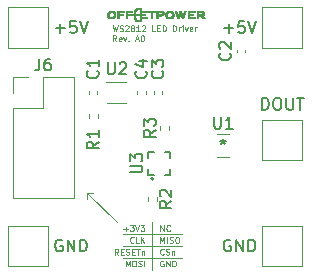
<source format=gto>
G04 #@! TF.GenerationSoftware,KiCad,Pcbnew,(5.1.10)-1*
G04 #@! TF.CreationDate,2021-12-08T09:06:10-05:00*
G04 #@! TF.ProjectId,WS2812_Driver,57533238-3132-45f4-9472-697665722e6b,rev?*
G04 #@! TF.SameCoordinates,Original*
G04 #@! TF.FileFunction,Legend,Top*
G04 #@! TF.FilePolarity,Positive*
%FSLAX46Y46*%
G04 Gerber Fmt 4.6, Leading zero omitted, Abs format (unit mm)*
G04 Created by KiCad (PCBNEW (5.1.10)-1) date 2021-12-08 09:06:10*
%MOMM*%
%LPD*%
G01*
G04 APERTURE LIST*
%ADD10C,0.100000*%
%ADD11C,0.120000*%
%ADD12C,0.150000*%
%ADD13C,0.010000*%
%ADD14C,0.200000*%
%ADD15C,0.127000*%
G04 APERTURE END LIST*
D10*
X86816428Y-86271190D02*
X86935476Y-86771190D01*
X87030714Y-86414047D01*
X87125952Y-86771190D01*
X87245000Y-86271190D01*
X87411666Y-86747380D02*
X87483095Y-86771190D01*
X87602142Y-86771190D01*
X87649761Y-86747380D01*
X87673571Y-86723571D01*
X87697380Y-86675952D01*
X87697380Y-86628333D01*
X87673571Y-86580714D01*
X87649761Y-86556904D01*
X87602142Y-86533095D01*
X87506904Y-86509285D01*
X87459285Y-86485476D01*
X87435476Y-86461666D01*
X87411666Y-86414047D01*
X87411666Y-86366428D01*
X87435476Y-86318809D01*
X87459285Y-86295000D01*
X87506904Y-86271190D01*
X87625952Y-86271190D01*
X87697380Y-86295000D01*
X87887857Y-86318809D02*
X87911666Y-86295000D01*
X87959285Y-86271190D01*
X88078333Y-86271190D01*
X88125952Y-86295000D01*
X88149761Y-86318809D01*
X88173571Y-86366428D01*
X88173571Y-86414047D01*
X88149761Y-86485476D01*
X87864047Y-86771190D01*
X88173571Y-86771190D01*
X88459285Y-86485476D02*
X88411666Y-86461666D01*
X88387857Y-86437857D01*
X88364047Y-86390238D01*
X88364047Y-86366428D01*
X88387857Y-86318809D01*
X88411666Y-86295000D01*
X88459285Y-86271190D01*
X88554523Y-86271190D01*
X88602142Y-86295000D01*
X88625952Y-86318809D01*
X88649761Y-86366428D01*
X88649761Y-86390238D01*
X88625952Y-86437857D01*
X88602142Y-86461666D01*
X88554523Y-86485476D01*
X88459285Y-86485476D01*
X88411666Y-86509285D01*
X88387857Y-86533095D01*
X88364047Y-86580714D01*
X88364047Y-86675952D01*
X88387857Y-86723571D01*
X88411666Y-86747380D01*
X88459285Y-86771190D01*
X88554523Y-86771190D01*
X88602142Y-86747380D01*
X88625952Y-86723571D01*
X88649761Y-86675952D01*
X88649761Y-86580714D01*
X88625952Y-86533095D01*
X88602142Y-86509285D01*
X88554523Y-86485476D01*
X89125952Y-86771190D02*
X88840238Y-86771190D01*
X88983095Y-86771190D02*
X88983095Y-86271190D01*
X88935476Y-86342619D01*
X88887857Y-86390238D01*
X88840238Y-86414047D01*
X89316428Y-86318809D02*
X89340238Y-86295000D01*
X89387857Y-86271190D01*
X89506904Y-86271190D01*
X89554523Y-86295000D01*
X89578333Y-86318809D01*
X89602142Y-86366428D01*
X89602142Y-86414047D01*
X89578333Y-86485476D01*
X89292619Y-86771190D01*
X89602142Y-86771190D01*
X90435476Y-86771190D02*
X90197380Y-86771190D01*
X90197380Y-86271190D01*
X90602142Y-86509285D02*
X90768809Y-86509285D01*
X90840238Y-86771190D02*
X90602142Y-86771190D01*
X90602142Y-86271190D01*
X90840238Y-86271190D01*
X91054523Y-86771190D02*
X91054523Y-86271190D01*
X91173571Y-86271190D01*
X91245000Y-86295000D01*
X91292619Y-86342619D01*
X91316428Y-86390238D01*
X91340238Y-86485476D01*
X91340238Y-86556904D01*
X91316428Y-86652142D01*
X91292619Y-86699761D01*
X91245000Y-86747380D01*
X91173571Y-86771190D01*
X91054523Y-86771190D01*
X91935476Y-86771190D02*
X91935476Y-86271190D01*
X92054523Y-86271190D01*
X92125952Y-86295000D01*
X92173571Y-86342619D01*
X92197380Y-86390238D01*
X92221190Y-86485476D01*
X92221190Y-86556904D01*
X92197380Y-86652142D01*
X92173571Y-86699761D01*
X92125952Y-86747380D01*
X92054523Y-86771190D01*
X91935476Y-86771190D01*
X92435476Y-86771190D02*
X92435476Y-86437857D01*
X92435476Y-86533095D02*
X92459285Y-86485476D01*
X92483095Y-86461666D01*
X92530714Y-86437857D01*
X92578333Y-86437857D01*
X92745000Y-86771190D02*
X92745000Y-86437857D01*
X92745000Y-86271190D02*
X92721190Y-86295000D01*
X92745000Y-86318809D01*
X92768809Y-86295000D01*
X92745000Y-86271190D01*
X92745000Y-86318809D01*
X92935476Y-86437857D02*
X93054523Y-86771190D01*
X93173571Y-86437857D01*
X93554523Y-86747380D02*
X93506904Y-86771190D01*
X93411666Y-86771190D01*
X93364047Y-86747380D01*
X93340238Y-86699761D01*
X93340238Y-86509285D01*
X93364047Y-86461666D01*
X93411666Y-86437857D01*
X93506904Y-86437857D01*
X93554523Y-86461666D01*
X93578333Y-86509285D01*
X93578333Y-86556904D01*
X93340238Y-86604523D01*
X93792619Y-86771190D02*
X93792619Y-86437857D01*
X93792619Y-86533095D02*
X93816428Y-86485476D01*
X93840238Y-86461666D01*
X93887857Y-86437857D01*
X93935476Y-86437857D01*
X87149761Y-87621190D02*
X86983095Y-87383095D01*
X86864047Y-87621190D02*
X86864047Y-87121190D01*
X87054523Y-87121190D01*
X87102142Y-87145000D01*
X87125952Y-87168809D01*
X87149761Y-87216428D01*
X87149761Y-87287857D01*
X87125952Y-87335476D01*
X87102142Y-87359285D01*
X87054523Y-87383095D01*
X86864047Y-87383095D01*
X87554523Y-87597380D02*
X87506904Y-87621190D01*
X87411666Y-87621190D01*
X87364047Y-87597380D01*
X87340238Y-87549761D01*
X87340238Y-87359285D01*
X87364047Y-87311666D01*
X87411666Y-87287857D01*
X87506904Y-87287857D01*
X87554523Y-87311666D01*
X87578333Y-87359285D01*
X87578333Y-87406904D01*
X87340238Y-87454523D01*
X87745000Y-87287857D02*
X87864047Y-87621190D01*
X87983095Y-87287857D01*
X88173571Y-87573571D02*
X88197380Y-87597380D01*
X88173571Y-87621190D01*
X88149761Y-87597380D01*
X88173571Y-87573571D01*
X88173571Y-87621190D01*
X88768809Y-87478333D02*
X89006904Y-87478333D01*
X88721190Y-87621190D02*
X88887857Y-87121190D01*
X89054523Y-87621190D01*
X89316428Y-87121190D02*
X89364047Y-87121190D01*
X89411666Y-87145000D01*
X89435476Y-87168809D01*
X89459285Y-87216428D01*
X89483095Y-87311666D01*
X89483095Y-87430714D01*
X89459285Y-87525952D01*
X89435476Y-87573571D01*
X89411666Y-87597380D01*
X89364047Y-87621190D01*
X89316428Y-87621190D01*
X89268809Y-87597380D01*
X89245000Y-87573571D01*
X89221190Y-87525952D01*
X89197380Y-87430714D01*
X89197380Y-87311666D01*
X89221190Y-87216428D01*
X89245000Y-87168809D01*
X89268809Y-87145000D01*
X89316428Y-87121190D01*
D11*
X85180000Y-100470000D02*
X84680000Y-100470000D01*
X84680000Y-100970000D02*
X84680000Y-100470000D01*
X87180000Y-102970000D02*
X84680000Y-100470000D01*
X87680000Y-105970000D02*
X92680000Y-105970000D01*
X87680000Y-104970000D02*
X92680000Y-104970000D01*
D10*
X91125952Y-106220000D02*
X91078333Y-106196190D01*
X91006904Y-106196190D01*
X90935476Y-106220000D01*
X90887857Y-106267619D01*
X90864047Y-106315238D01*
X90840238Y-106410476D01*
X90840238Y-106481904D01*
X90864047Y-106577142D01*
X90887857Y-106624761D01*
X90935476Y-106672380D01*
X91006904Y-106696190D01*
X91054523Y-106696190D01*
X91125952Y-106672380D01*
X91149761Y-106648571D01*
X91149761Y-106481904D01*
X91054523Y-106481904D01*
X91364047Y-106696190D02*
X91364047Y-106196190D01*
X91649761Y-106696190D01*
X91649761Y-106196190D01*
X91887857Y-106696190D02*
X91887857Y-106196190D01*
X92006904Y-106196190D01*
X92078333Y-106220000D01*
X92125952Y-106267619D01*
X92149761Y-106315238D01*
X92173571Y-106410476D01*
X92173571Y-106481904D01*
X92149761Y-106577142D01*
X92125952Y-106624761D01*
X92078333Y-106672380D01*
X92006904Y-106696190D01*
X91887857Y-106696190D01*
X91149761Y-105648571D02*
X91125952Y-105672380D01*
X91054523Y-105696190D01*
X91006904Y-105696190D01*
X90935476Y-105672380D01*
X90887857Y-105624761D01*
X90864047Y-105577142D01*
X90840238Y-105481904D01*
X90840238Y-105410476D01*
X90864047Y-105315238D01*
X90887857Y-105267619D01*
X90935476Y-105220000D01*
X91006904Y-105196190D01*
X91054523Y-105196190D01*
X91125952Y-105220000D01*
X91149761Y-105243809D01*
X91340238Y-105672380D02*
X91411666Y-105696190D01*
X91530714Y-105696190D01*
X91578333Y-105672380D01*
X91602142Y-105648571D01*
X91625952Y-105600952D01*
X91625952Y-105553333D01*
X91602142Y-105505714D01*
X91578333Y-105481904D01*
X91530714Y-105458095D01*
X91435476Y-105434285D01*
X91387857Y-105410476D01*
X91364047Y-105386666D01*
X91340238Y-105339047D01*
X91340238Y-105291428D01*
X91364047Y-105243809D01*
X91387857Y-105220000D01*
X91435476Y-105196190D01*
X91554523Y-105196190D01*
X91625952Y-105220000D01*
X91840238Y-105362857D02*
X91840238Y-105696190D01*
X91840238Y-105410476D02*
X91864047Y-105386666D01*
X91911666Y-105362857D01*
X91983095Y-105362857D01*
X92030714Y-105386666D01*
X92054523Y-105434285D01*
X92054523Y-105696190D01*
X90864047Y-104696190D02*
X90864047Y-104196190D01*
X91030714Y-104553333D01*
X91197380Y-104196190D01*
X91197380Y-104696190D01*
X91435476Y-104696190D02*
X91435476Y-104196190D01*
X91649761Y-104672380D02*
X91721190Y-104696190D01*
X91840238Y-104696190D01*
X91887857Y-104672380D01*
X91911666Y-104648571D01*
X91935476Y-104600952D01*
X91935476Y-104553333D01*
X91911666Y-104505714D01*
X91887857Y-104481904D01*
X91840238Y-104458095D01*
X91745000Y-104434285D01*
X91697380Y-104410476D01*
X91673571Y-104386666D01*
X91649761Y-104339047D01*
X91649761Y-104291428D01*
X91673571Y-104243809D01*
X91697380Y-104220000D01*
X91745000Y-104196190D01*
X91864047Y-104196190D01*
X91935476Y-104220000D01*
X92245000Y-104196190D02*
X92340238Y-104196190D01*
X92387857Y-104220000D01*
X92435476Y-104267619D01*
X92459285Y-104362857D01*
X92459285Y-104529523D01*
X92435476Y-104624761D01*
X92387857Y-104672380D01*
X92340238Y-104696190D01*
X92245000Y-104696190D01*
X92197380Y-104672380D01*
X92149761Y-104624761D01*
X92125952Y-104529523D01*
X92125952Y-104362857D01*
X92149761Y-104267619D01*
X92197380Y-104220000D01*
X92245000Y-104196190D01*
X90864047Y-103696190D02*
X90864047Y-103196190D01*
X91149761Y-103696190D01*
X91149761Y-103196190D01*
X91673571Y-103648571D02*
X91649761Y-103672380D01*
X91578333Y-103696190D01*
X91530714Y-103696190D01*
X91459285Y-103672380D01*
X91411666Y-103624761D01*
X91387857Y-103577142D01*
X91364047Y-103481904D01*
X91364047Y-103410476D01*
X91387857Y-103315238D01*
X91411666Y-103267619D01*
X91459285Y-103220000D01*
X91530714Y-103196190D01*
X91578333Y-103196190D01*
X91649761Y-103220000D01*
X91673571Y-103243809D01*
X87924523Y-106696190D02*
X87924523Y-106196190D01*
X88091190Y-106553333D01*
X88257857Y-106196190D01*
X88257857Y-106696190D01*
X88591190Y-106196190D02*
X88686428Y-106196190D01*
X88734047Y-106220000D01*
X88781666Y-106267619D01*
X88805476Y-106362857D01*
X88805476Y-106529523D01*
X88781666Y-106624761D01*
X88734047Y-106672380D01*
X88686428Y-106696190D01*
X88591190Y-106696190D01*
X88543571Y-106672380D01*
X88495952Y-106624761D01*
X88472142Y-106529523D01*
X88472142Y-106362857D01*
X88495952Y-106267619D01*
X88543571Y-106220000D01*
X88591190Y-106196190D01*
X88995952Y-106672380D02*
X89067380Y-106696190D01*
X89186428Y-106696190D01*
X89234047Y-106672380D01*
X89257857Y-106648571D01*
X89281666Y-106600952D01*
X89281666Y-106553333D01*
X89257857Y-106505714D01*
X89234047Y-106481904D01*
X89186428Y-106458095D01*
X89091190Y-106434285D01*
X89043571Y-106410476D01*
X89019761Y-106386666D01*
X88995952Y-106339047D01*
X88995952Y-106291428D01*
X89019761Y-106243809D01*
X89043571Y-106220000D01*
X89091190Y-106196190D01*
X89210238Y-106196190D01*
X89281666Y-106220000D01*
X89495952Y-106696190D02*
X89495952Y-106196190D01*
X87305476Y-105696190D02*
X87138809Y-105458095D01*
X87019761Y-105696190D02*
X87019761Y-105196190D01*
X87210238Y-105196190D01*
X87257857Y-105220000D01*
X87281666Y-105243809D01*
X87305476Y-105291428D01*
X87305476Y-105362857D01*
X87281666Y-105410476D01*
X87257857Y-105434285D01*
X87210238Y-105458095D01*
X87019761Y-105458095D01*
X87519761Y-105434285D02*
X87686428Y-105434285D01*
X87757857Y-105696190D02*
X87519761Y-105696190D01*
X87519761Y-105196190D01*
X87757857Y-105196190D01*
X87948333Y-105672380D02*
X88019761Y-105696190D01*
X88138809Y-105696190D01*
X88186428Y-105672380D01*
X88210238Y-105648571D01*
X88234047Y-105600952D01*
X88234047Y-105553333D01*
X88210238Y-105505714D01*
X88186428Y-105481904D01*
X88138809Y-105458095D01*
X88043571Y-105434285D01*
X87995952Y-105410476D01*
X87972142Y-105386666D01*
X87948333Y-105339047D01*
X87948333Y-105291428D01*
X87972142Y-105243809D01*
X87995952Y-105220000D01*
X88043571Y-105196190D01*
X88162619Y-105196190D01*
X88234047Y-105220000D01*
X88448333Y-105434285D02*
X88615000Y-105434285D01*
X88686428Y-105696190D02*
X88448333Y-105696190D01*
X88448333Y-105196190D01*
X88686428Y-105196190D01*
X88829285Y-105196190D02*
X89115000Y-105196190D01*
X88972142Y-105696190D02*
X88972142Y-105196190D01*
X89281666Y-105362857D02*
X89281666Y-105696190D01*
X89281666Y-105410476D02*
X89305476Y-105386666D01*
X89353095Y-105362857D01*
X89424523Y-105362857D01*
X89472142Y-105386666D01*
X89495952Y-105434285D01*
X89495952Y-105696190D01*
X88615000Y-104648571D02*
X88591190Y-104672380D01*
X88519761Y-104696190D01*
X88472142Y-104696190D01*
X88400714Y-104672380D01*
X88353095Y-104624761D01*
X88329285Y-104577142D01*
X88305476Y-104481904D01*
X88305476Y-104410476D01*
X88329285Y-104315238D01*
X88353095Y-104267619D01*
X88400714Y-104220000D01*
X88472142Y-104196190D01*
X88519761Y-104196190D01*
X88591190Y-104220000D01*
X88615000Y-104243809D01*
X89067380Y-104696190D02*
X88829285Y-104696190D01*
X88829285Y-104196190D01*
X89234047Y-104696190D02*
X89234047Y-104196190D01*
X89519761Y-104696190D02*
X89305476Y-104410476D01*
X89519761Y-104196190D02*
X89234047Y-104481904D01*
D11*
X87680000Y-103970000D02*
X92680000Y-103970000D01*
X90180000Y-102970000D02*
X90180000Y-106970000D01*
D10*
X87734047Y-103505714D02*
X88115000Y-103505714D01*
X87924523Y-103696190D02*
X87924523Y-103315238D01*
X88305476Y-103196190D02*
X88615000Y-103196190D01*
X88448333Y-103386666D01*
X88519761Y-103386666D01*
X88567380Y-103410476D01*
X88591190Y-103434285D01*
X88615000Y-103481904D01*
X88615000Y-103600952D01*
X88591190Y-103648571D01*
X88567380Y-103672380D01*
X88519761Y-103696190D01*
X88376904Y-103696190D01*
X88329285Y-103672380D01*
X88305476Y-103648571D01*
X88757857Y-103196190D02*
X88924523Y-103696190D01*
X89091190Y-103196190D01*
X89210238Y-103196190D02*
X89519761Y-103196190D01*
X89353095Y-103386666D01*
X89424523Y-103386666D01*
X89472142Y-103410476D01*
X89495952Y-103434285D01*
X89519761Y-103481904D01*
X89519761Y-103600952D01*
X89495952Y-103648571D01*
X89472142Y-103672380D01*
X89424523Y-103696190D01*
X89281666Y-103696190D01*
X89234047Y-103672380D01*
X89210238Y-103648571D01*
D12*
X99489523Y-93422380D02*
X99489523Y-92422380D01*
X99727619Y-92422380D01*
X99870476Y-92470000D01*
X99965714Y-92565238D01*
X100013333Y-92660476D01*
X100060952Y-92850952D01*
X100060952Y-92993809D01*
X100013333Y-93184285D01*
X99965714Y-93279523D01*
X99870476Y-93374761D01*
X99727619Y-93422380D01*
X99489523Y-93422380D01*
X100680000Y-92422380D02*
X100870476Y-92422380D01*
X100965714Y-92470000D01*
X101060952Y-92565238D01*
X101108571Y-92755714D01*
X101108571Y-93089047D01*
X101060952Y-93279523D01*
X100965714Y-93374761D01*
X100870476Y-93422380D01*
X100680000Y-93422380D01*
X100584761Y-93374761D01*
X100489523Y-93279523D01*
X100441904Y-93089047D01*
X100441904Y-92755714D01*
X100489523Y-92565238D01*
X100584761Y-92470000D01*
X100680000Y-92422380D01*
X101537142Y-92422380D02*
X101537142Y-93231904D01*
X101584761Y-93327142D01*
X101632380Y-93374761D01*
X101727619Y-93422380D01*
X101918095Y-93422380D01*
X102013333Y-93374761D01*
X102060952Y-93327142D01*
X102108571Y-93231904D01*
X102108571Y-92422380D01*
X102441904Y-92422380D02*
X103013333Y-92422380D01*
X102727619Y-93422380D02*
X102727619Y-92422380D01*
X96796785Y-104470000D02*
X96701547Y-104422380D01*
X96558690Y-104422380D01*
X96415833Y-104470000D01*
X96320595Y-104565238D01*
X96272976Y-104660476D01*
X96225357Y-104850952D01*
X96225357Y-104993809D01*
X96272976Y-105184285D01*
X96320595Y-105279523D01*
X96415833Y-105374761D01*
X96558690Y-105422380D01*
X96653928Y-105422380D01*
X96796785Y-105374761D01*
X96844404Y-105327142D01*
X96844404Y-104993809D01*
X96653928Y-104993809D01*
X97272976Y-105422380D02*
X97272976Y-104422380D01*
X97844404Y-105422380D01*
X97844404Y-104422380D01*
X98320595Y-105422380D02*
X98320595Y-104422380D01*
X98558690Y-104422380D01*
X98701547Y-104470000D01*
X98796785Y-104565238D01*
X98844404Y-104660476D01*
X98892023Y-104850952D01*
X98892023Y-104993809D01*
X98844404Y-105184285D01*
X98796785Y-105279523D01*
X98701547Y-105374761D01*
X98558690Y-105422380D01*
X98320595Y-105422380D01*
X96272976Y-86541428D02*
X97034880Y-86541428D01*
X96653928Y-86922380D02*
X96653928Y-86160476D01*
X97987261Y-85922380D02*
X97511071Y-85922380D01*
X97463452Y-86398571D01*
X97511071Y-86350952D01*
X97606309Y-86303333D01*
X97844404Y-86303333D01*
X97939642Y-86350952D01*
X97987261Y-86398571D01*
X98034880Y-86493809D01*
X98034880Y-86731904D01*
X97987261Y-86827142D01*
X97939642Y-86874761D01*
X97844404Y-86922380D01*
X97606309Y-86922380D01*
X97511071Y-86874761D01*
X97463452Y-86827142D01*
X98320595Y-85922380D02*
X98653928Y-86922380D01*
X98987261Y-85922380D01*
X82539404Y-104470000D02*
X82444166Y-104422380D01*
X82301309Y-104422380D01*
X82158452Y-104470000D01*
X82063214Y-104565238D01*
X82015595Y-104660476D01*
X81967976Y-104850952D01*
X81967976Y-104993809D01*
X82015595Y-105184285D01*
X82063214Y-105279523D01*
X82158452Y-105374761D01*
X82301309Y-105422380D01*
X82396547Y-105422380D01*
X82539404Y-105374761D01*
X82587023Y-105327142D01*
X82587023Y-104993809D01*
X82396547Y-104993809D01*
X83015595Y-105422380D02*
X83015595Y-104422380D01*
X83587023Y-105422380D01*
X83587023Y-104422380D01*
X84063214Y-105422380D02*
X84063214Y-104422380D01*
X84301309Y-104422380D01*
X84444166Y-104470000D01*
X84539404Y-104565238D01*
X84587023Y-104660476D01*
X84634642Y-104850952D01*
X84634642Y-104993809D01*
X84587023Y-105184285D01*
X84539404Y-105279523D01*
X84444166Y-105374761D01*
X84301309Y-105422380D01*
X84063214Y-105422380D01*
X82015595Y-86541428D02*
X82777500Y-86541428D01*
X82396547Y-86922380D02*
X82396547Y-86160476D01*
X83729880Y-85922380D02*
X83253690Y-85922380D01*
X83206071Y-86398571D01*
X83253690Y-86350952D01*
X83348928Y-86303333D01*
X83587023Y-86303333D01*
X83682261Y-86350952D01*
X83729880Y-86398571D01*
X83777500Y-86493809D01*
X83777500Y-86731904D01*
X83729880Y-86827142D01*
X83682261Y-86874761D01*
X83587023Y-86922380D01*
X83348928Y-86922380D01*
X83253690Y-86874761D01*
X83206071Y-86827142D01*
X84063214Y-85922380D02*
X84396547Y-86922380D01*
X84729880Y-85922380D01*
D13*
G36*
X94410211Y-85196166D02*
G01*
X94410868Y-85197199D01*
X94411325Y-85199438D01*
X94410220Y-85199415D01*
X94408180Y-85197609D01*
X94406621Y-85195706D01*
X94407111Y-85195062D01*
X94407872Y-85195022D01*
X94410211Y-85196166D01*
G37*
X94410211Y-85196166D02*
X94410868Y-85197199D01*
X94411325Y-85199438D01*
X94410220Y-85199415D01*
X94408180Y-85197609D01*
X94406621Y-85195706D01*
X94407111Y-85195062D01*
X94407872Y-85195022D01*
X94410211Y-85196166D01*
G36*
X94407122Y-85199961D02*
G01*
X94406416Y-85200666D01*
X94405711Y-85199961D01*
X94406416Y-85199255D01*
X94407122Y-85199961D01*
G37*
X94407122Y-85199961D02*
X94406416Y-85200666D01*
X94405711Y-85199961D01*
X94406416Y-85199255D01*
X94407122Y-85199961D01*
G36*
X94440989Y-85269105D02*
G01*
X94440283Y-85269811D01*
X94439577Y-85269105D01*
X94440283Y-85268400D01*
X94440989Y-85269105D01*
G37*
X94440989Y-85269105D02*
X94440283Y-85269811D01*
X94439577Y-85269105D01*
X94440283Y-85268400D01*
X94440989Y-85269105D01*
G36*
X94445227Y-85269825D02*
G01*
X94444735Y-85271867D01*
X94442865Y-85273782D01*
X94441738Y-85274044D01*
X94440442Y-85273737D01*
X94441167Y-85272414D01*
X94442047Y-85271457D01*
X94444351Y-85269500D01*
X94445227Y-85269825D01*
G37*
X94445227Y-85269825D02*
X94444735Y-85271867D01*
X94442865Y-85273782D01*
X94441738Y-85274044D01*
X94440442Y-85273737D01*
X94441167Y-85272414D01*
X94442047Y-85271457D01*
X94444351Y-85269500D01*
X94445227Y-85269825D01*
G36*
X91801901Y-85220067D02*
G01*
X91802211Y-85221127D01*
X91801921Y-85223010D01*
X91801678Y-85223244D01*
X91800460Y-85222309D01*
X91799389Y-85221127D01*
X91798405Y-85219458D01*
X91799701Y-85219013D01*
X91799921Y-85219011D01*
X91801901Y-85220067D01*
G37*
X91801901Y-85220067D02*
X91802211Y-85221127D01*
X91801921Y-85223010D01*
X91801678Y-85223244D01*
X91800460Y-85222309D01*
X91799389Y-85221127D01*
X91798405Y-85219458D01*
X91799701Y-85219013D01*
X91799921Y-85219011D01*
X91801901Y-85220067D01*
G36*
X91458864Y-85230671D02*
G01*
X91458068Y-85232211D01*
X91457900Y-85232416D01*
X91456209Y-85234170D01*
X91455610Y-85234533D01*
X91455136Y-85233381D01*
X91455077Y-85232416D01*
X91456220Y-85230586D01*
X91457367Y-85230300D01*
X91458864Y-85230671D01*
G37*
X91458864Y-85230671D02*
X91458068Y-85232211D01*
X91457900Y-85232416D01*
X91456209Y-85234170D01*
X91455610Y-85234533D01*
X91455136Y-85233381D01*
X91455077Y-85232416D01*
X91456220Y-85230586D01*
X91457367Y-85230300D01*
X91458864Y-85230671D01*
G36*
X86502879Y-85261264D02*
G01*
X86503467Y-85265225D01*
X86502733Y-85267742D01*
X86500314Y-85268378D01*
X86496943Y-85267870D01*
X86495327Y-85267207D01*
X86494219Y-85265167D01*
X86494346Y-85264791D01*
X86496433Y-85264791D01*
X86496433Y-85264828D01*
X86497168Y-85266767D01*
X86499031Y-85266410D01*
X86500695Y-85264838D01*
X86501794Y-85262718D01*
X86501634Y-85261841D01*
X86499656Y-85261465D01*
X86497480Y-85262702D01*
X86496433Y-85264791D01*
X86494346Y-85264791D01*
X86495129Y-85262474D01*
X86497715Y-85260020D01*
X86498190Y-85259748D01*
X86501073Y-85259248D01*
X86502879Y-85261264D01*
G37*
X86502879Y-85261264D02*
X86503467Y-85265225D01*
X86502733Y-85267742D01*
X86500314Y-85268378D01*
X86496943Y-85267870D01*
X86495327Y-85267207D01*
X86494219Y-85265167D01*
X86494346Y-85264791D01*
X86496433Y-85264791D01*
X86496433Y-85264828D01*
X86497168Y-85266767D01*
X86499031Y-85266410D01*
X86500695Y-85264838D01*
X86501794Y-85262718D01*
X86501634Y-85261841D01*
X86499656Y-85261465D01*
X86497480Y-85262702D01*
X86496433Y-85264791D01*
X86494346Y-85264791D01*
X86495129Y-85262474D01*
X86497715Y-85260020D01*
X86498190Y-85259748D01*
X86501073Y-85259248D01*
X86502879Y-85261264D01*
G36*
X86917534Y-85495034D02*
G01*
X86919515Y-85496509D01*
X86919069Y-85498715D01*
X86916944Y-85501233D01*
X86913910Y-85503643D01*
X86911877Y-85503601D01*
X86910745Y-85501823D01*
X86910376Y-85499995D01*
X86911300Y-85499995D01*
X86912256Y-85501166D01*
X86914284Y-85500981D01*
X86916119Y-85499669D01*
X86916457Y-85499055D01*
X86916750Y-85496709D01*
X86916447Y-85496032D01*
X86914894Y-85496108D01*
X86912826Y-85497538D01*
X86911419Y-85499419D01*
X86911300Y-85499995D01*
X86910376Y-85499995D01*
X86909851Y-85497405D01*
X86911082Y-85494794D01*
X86914251Y-85494176D01*
X86917534Y-85495034D01*
G37*
X86917534Y-85495034D02*
X86919515Y-85496509D01*
X86919069Y-85498715D01*
X86916944Y-85501233D01*
X86913910Y-85503643D01*
X86911877Y-85503601D01*
X86910745Y-85501823D01*
X86910376Y-85499995D01*
X86911300Y-85499995D01*
X86912256Y-85501166D01*
X86914284Y-85500981D01*
X86916119Y-85499669D01*
X86916457Y-85499055D01*
X86916750Y-85496709D01*
X86916447Y-85496032D01*
X86914894Y-85496108D01*
X86912826Y-85497538D01*
X86911419Y-85499419D01*
X86911300Y-85499995D01*
X86910376Y-85499995D01*
X86909851Y-85497405D01*
X86911082Y-85494794D01*
X86914251Y-85494176D01*
X86917534Y-85495034D01*
G36*
X86514161Y-85506660D02*
G01*
X86514779Y-85509829D01*
X86513921Y-85513112D01*
X86512446Y-85515093D01*
X86510240Y-85514647D01*
X86507722Y-85512522D01*
X86505312Y-85509488D01*
X86505315Y-85509299D01*
X86507842Y-85509299D01*
X86509080Y-85511475D01*
X86511169Y-85512522D01*
X86511205Y-85512522D01*
X86513113Y-85511864D01*
X86513366Y-85511284D01*
X86512446Y-85509455D01*
X86510469Y-85507772D01*
X86508612Y-85507139D01*
X86508219Y-85507321D01*
X86507842Y-85509299D01*
X86505315Y-85509299D01*
X86505354Y-85507455D01*
X86507132Y-85506323D01*
X86511550Y-85505429D01*
X86514161Y-85506660D01*
G37*
X86514161Y-85506660D02*
X86514779Y-85509829D01*
X86513921Y-85513112D01*
X86512446Y-85515093D01*
X86510240Y-85514647D01*
X86507722Y-85512522D01*
X86505312Y-85509488D01*
X86505315Y-85509299D01*
X86507842Y-85509299D01*
X86509080Y-85511475D01*
X86511169Y-85512522D01*
X86511205Y-85512522D01*
X86513113Y-85511864D01*
X86513366Y-85511284D01*
X86512446Y-85509455D01*
X86510469Y-85507772D01*
X86508612Y-85507139D01*
X86508219Y-85507321D01*
X86507842Y-85509299D01*
X86505315Y-85509299D01*
X86505354Y-85507455D01*
X86507132Y-85506323D01*
X86511550Y-85505429D01*
X86514161Y-85506660D01*
G36*
X88908022Y-84929027D02*
G01*
X88907316Y-84929733D01*
X88906611Y-84929027D01*
X88907316Y-84928322D01*
X88908022Y-84929027D01*
G37*
X88908022Y-84929027D02*
X88907316Y-84929733D01*
X88906611Y-84929027D01*
X88907316Y-84928322D01*
X88908022Y-84929027D01*
G36*
X88906770Y-84925224D02*
G01*
X88904964Y-84927264D01*
X88903062Y-84928823D01*
X88902418Y-84928333D01*
X88902377Y-84927572D01*
X88903522Y-84925233D01*
X88904555Y-84924575D01*
X88906794Y-84924119D01*
X88906770Y-84925224D01*
G37*
X88906770Y-84925224D02*
X88904964Y-84927264D01*
X88903062Y-84928823D01*
X88902418Y-84928333D01*
X88902377Y-84927572D01*
X88903522Y-84925233D01*
X88904555Y-84924575D01*
X88906794Y-84924119D01*
X88906770Y-84925224D01*
G36*
X88661077Y-84986883D02*
G01*
X88660372Y-84987589D01*
X88659666Y-84986883D01*
X88660372Y-84986177D01*
X88661077Y-84986883D01*
G37*
X88661077Y-84986883D02*
X88660372Y-84987589D01*
X88659666Y-84986883D01*
X88660372Y-84986177D01*
X88661077Y-84986883D01*
G36*
X88772555Y-85041916D02*
G01*
X88771850Y-85042622D01*
X88771144Y-85041916D01*
X88771850Y-85041211D01*
X88772555Y-85041916D01*
G37*
X88772555Y-85041916D02*
X88771850Y-85042622D01*
X88771144Y-85041916D01*
X88771850Y-85041211D01*
X88772555Y-85041916D01*
G36*
X88771304Y-85038113D02*
G01*
X88769498Y-85040152D01*
X88767595Y-85041712D01*
X88766951Y-85041222D01*
X88766911Y-85040461D01*
X88768055Y-85038121D01*
X88769088Y-85037464D01*
X88771327Y-85037008D01*
X88771304Y-85038113D01*
G37*
X88771304Y-85038113D02*
X88769498Y-85040152D01*
X88767595Y-85041712D01*
X88766951Y-85041222D01*
X88766911Y-85040461D01*
X88768055Y-85038121D01*
X88769088Y-85037464D01*
X88771327Y-85037008D01*
X88771304Y-85038113D01*
G36*
X92608456Y-85089020D02*
G01*
X92608661Y-85089189D01*
X92610414Y-85090879D01*
X92610777Y-85091478D01*
X92609625Y-85091952D01*
X92608661Y-85092011D01*
X92606831Y-85090868D01*
X92606544Y-85089721D01*
X92606915Y-85088224D01*
X92608456Y-85089020D01*
G37*
X92608456Y-85089020D02*
X92608661Y-85089189D01*
X92610414Y-85090879D01*
X92610777Y-85091478D01*
X92609625Y-85091952D01*
X92608661Y-85092011D01*
X92606831Y-85090868D01*
X92606544Y-85089721D01*
X92606915Y-85088224D01*
X92608456Y-85089020D01*
G36*
X94494611Y-85099772D02*
G01*
X94495957Y-85101040D01*
X94496022Y-85101266D01*
X94494930Y-85101872D01*
X94494611Y-85101889D01*
X94493254Y-85100804D01*
X94493200Y-85100394D01*
X94494064Y-85099551D01*
X94494611Y-85099772D01*
G37*
X94494611Y-85099772D02*
X94495957Y-85101040D01*
X94496022Y-85101266D01*
X94494930Y-85101872D01*
X94494611Y-85101889D01*
X94493254Y-85100804D01*
X94493200Y-85100394D01*
X94494064Y-85099551D01*
X94494611Y-85099772D01*
G36*
X86511134Y-85099923D02*
G01*
X86513115Y-85101398D01*
X86512669Y-85103604D01*
X86510544Y-85106122D01*
X86507510Y-85108532D01*
X86505477Y-85108490D01*
X86504345Y-85106712D01*
X86503976Y-85104884D01*
X86504900Y-85104884D01*
X86505856Y-85106055D01*
X86507884Y-85105869D01*
X86509719Y-85104557D01*
X86510057Y-85103944D01*
X86510350Y-85101598D01*
X86510047Y-85100921D01*
X86508494Y-85100997D01*
X86506426Y-85102427D01*
X86505019Y-85104307D01*
X86504900Y-85104884D01*
X86503976Y-85104884D01*
X86503451Y-85102294D01*
X86504682Y-85099683D01*
X86507851Y-85099065D01*
X86511134Y-85099923D01*
G37*
X86511134Y-85099923D02*
X86513115Y-85101398D01*
X86512669Y-85103604D01*
X86510544Y-85106122D01*
X86507510Y-85108532D01*
X86505477Y-85108490D01*
X86504345Y-85106712D01*
X86503976Y-85104884D01*
X86504900Y-85104884D01*
X86505856Y-85106055D01*
X86507884Y-85105869D01*
X86509719Y-85104557D01*
X86510057Y-85103944D01*
X86510350Y-85101598D01*
X86510047Y-85100921D01*
X86508494Y-85100997D01*
X86506426Y-85102427D01*
X86505019Y-85104307D01*
X86504900Y-85104884D01*
X86503976Y-85104884D01*
X86503451Y-85102294D01*
X86504682Y-85099683D01*
X86507851Y-85099065D01*
X86511134Y-85099923D01*
G36*
X92479542Y-85123368D02*
G01*
X92479544Y-85123588D01*
X92478488Y-85125567D01*
X92477427Y-85125877D01*
X92475545Y-85125587D01*
X92475311Y-85125345D01*
X92476246Y-85124127D01*
X92477427Y-85123055D01*
X92479097Y-85122071D01*
X92479542Y-85123368D01*
G37*
X92479542Y-85123368D02*
X92479544Y-85123588D01*
X92478488Y-85125567D01*
X92477427Y-85125877D01*
X92475545Y-85125587D01*
X92475311Y-85125345D01*
X92476246Y-85124127D01*
X92477427Y-85123055D01*
X92479097Y-85122071D01*
X92479542Y-85123368D01*
G36*
X92106701Y-85129756D02*
G01*
X92107011Y-85130816D01*
X92106721Y-85132699D01*
X92106478Y-85132933D01*
X92105260Y-85131998D01*
X92104189Y-85130816D01*
X92103205Y-85129147D01*
X92104501Y-85128702D01*
X92104721Y-85128700D01*
X92106701Y-85129756D01*
G37*
X92106701Y-85129756D02*
X92107011Y-85130816D01*
X92106721Y-85132699D01*
X92106478Y-85132933D01*
X92105260Y-85131998D01*
X92104189Y-85130816D01*
X92103205Y-85129147D01*
X92104501Y-85128702D01*
X92104721Y-85128700D01*
X92106701Y-85129756D01*
G36*
X92849255Y-85144927D02*
G01*
X92848550Y-85145633D01*
X92847844Y-85144927D01*
X92848550Y-85144222D01*
X92849255Y-85144927D01*
G37*
X92849255Y-85144927D02*
X92848550Y-85145633D01*
X92847844Y-85144927D01*
X92848550Y-85144222D01*
X92849255Y-85144927D01*
G36*
X94551055Y-85156216D02*
G01*
X94552401Y-85157484D01*
X94552466Y-85157711D01*
X94551375Y-85158317D01*
X94551055Y-85158333D01*
X94549698Y-85157248D01*
X94549644Y-85156839D01*
X94550509Y-85155996D01*
X94551055Y-85156216D01*
G37*
X94551055Y-85156216D02*
X94552401Y-85157484D01*
X94552466Y-85157711D01*
X94551375Y-85158317D01*
X94551055Y-85158333D01*
X94549698Y-85157248D01*
X94549644Y-85156839D01*
X94550509Y-85155996D01*
X94551055Y-85156216D01*
G36*
X91350653Y-85157234D02*
G01*
X91350655Y-85157455D01*
X91349599Y-85159434D01*
X91348539Y-85159744D01*
X91346656Y-85159454D01*
X91346422Y-85159211D01*
X91347357Y-85157994D01*
X91348539Y-85156922D01*
X91350208Y-85155938D01*
X91350653Y-85157234D01*
G37*
X91350653Y-85157234D02*
X91350655Y-85157455D01*
X91349599Y-85159434D01*
X91348539Y-85159744D01*
X91346656Y-85159454D01*
X91346422Y-85159211D01*
X91347357Y-85157994D01*
X91348539Y-85156922D01*
X91350208Y-85155938D01*
X91350653Y-85157234D01*
G36*
X89720821Y-85077194D02*
G01*
X89720821Y-85127607D01*
X89720822Y-85178020D01*
X89517975Y-85177744D01*
X89493944Y-85177709D01*
X89470484Y-85177669D01*
X89447770Y-85177624D01*
X89425977Y-85177576D01*
X89405283Y-85177525D01*
X89385863Y-85177471D01*
X89367893Y-85177415D01*
X89351548Y-85177358D01*
X89337006Y-85177300D01*
X89324441Y-85177242D01*
X89314031Y-85177185D01*
X89305950Y-85177128D01*
X89300375Y-85177072D01*
X89297841Y-85177030D01*
X89280555Y-85176591D01*
X89280555Y-85175972D01*
X89715177Y-85175972D01*
X89715883Y-85176677D01*
X89716589Y-85175972D01*
X89715883Y-85175266D01*
X89715177Y-85175972D01*
X89280555Y-85175972D01*
X89280555Y-85168615D01*
X89716816Y-85168615D01*
X89717159Y-85169404D01*
X89718580Y-85170919D01*
X89719397Y-85170608D01*
X89719411Y-85170411D01*
X89718408Y-85169217D01*
X89717782Y-85168782D01*
X89716816Y-85168615D01*
X89280555Y-85168615D01*
X89280555Y-85086837D01*
X89717059Y-85086837D01*
X89717253Y-85087676D01*
X89718000Y-85087777D01*
X89719161Y-85087261D01*
X89718940Y-85086837D01*
X89717266Y-85086668D01*
X89717059Y-85086837D01*
X89280555Y-85086837D01*
X89280555Y-85084250D01*
X89713766Y-85084250D01*
X89714472Y-85084955D01*
X89715177Y-85084250D01*
X89714472Y-85083544D01*
X89713766Y-85084250D01*
X89280555Y-85084250D01*
X89280555Y-85076352D01*
X89720821Y-85077194D01*
G37*
X89720821Y-85077194D02*
X89720821Y-85127607D01*
X89720822Y-85178020D01*
X89517975Y-85177744D01*
X89493944Y-85177709D01*
X89470484Y-85177669D01*
X89447770Y-85177624D01*
X89425977Y-85177576D01*
X89405283Y-85177525D01*
X89385863Y-85177471D01*
X89367893Y-85177415D01*
X89351548Y-85177358D01*
X89337006Y-85177300D01*
X89324441Y-85177242D01*
X89314031Y-85177185D01*
X89305950Y-85177128D01*
X89300375Y-85177072D01*
X89297841Y-85177030D01*
X89280555Y-85176591D01*
X89280555Y-85175972D01*
X89715177Y-85175972D01*
X89715883Y-85176677D01*
X89716589Y-85175972D01*
X89715883Y-85175266D01*
X89715177Y-85175972D01*
X89280555Y-85175972D01*
X89280555Y-85168615D01*
X89716816Y-85168615D01*
X89717159Y-85169404D01*
X89718580Y-85170919D01*
X89719397Y-85170608D01*
X89719411Y-85170411D01*
X89718408Y-85169217D01*
X89717782Y-85168782D01*
X89716816Y-85168615D01*
X89280555Y-85168615D01*
X89280555Y-85086837D01*
X89717059Y-85086837D01*
X89717253Y-85087676D01*
X89718000Y-85087777D01*
X89719161Y-85087261D01*
X89718940Y-85086837D01*
X89717266Y-85086668D01*
X89717059Y-85086837D01*
X89280555Y-85086837D01*
X89280555Y-85084250D01*
X89713766Y-85084250D01*
X89714472Y-85084955D01*
X89715177Y-85084250D01*
X89714472Y-85083544D01*
X89713766Y-85084250D01*
X89280555Y-85084250D01*
X89280555Y-85076352D01*
X89720821Y-85077194D01*
G36*
X88490333Y-85188672D02*
G01*
X88489627Y-85189377D01*
X88488922Y-85188672D01*
X88489627Y-85187966D01*
X88490333Y-85188672D01*
G37*
X88490333Y-85188672D02*
X88489627Y-85189377D01*
X88488922Y-85188672D01*
X88489627Y-85187966D01*
X88490333Y-85188672D01*
G36*
X91316787Y-85202390D02*
G01*
X91316789Y-85202610D01*
X91315732Y-85204590D01*
X91314672Y-85204900D01*
X91312789Y-85204610D01*
X91312555Y-85204367D01*
X91313490Y-85203149D01*
X91314672Y-85202077D01*
X91316341Y-85201094D01*
X91316787Y-85202390D01*
G37*
X91316787Y-85202390D02*
X91316789Y-85202610D01*
X91315732Y-85204590D01*
X91314672Y-85204900D01*
X91312789Y-85204610D01*
X91312555Y-85204367D01*
X91313490Y-85203149D01*
X91314672Y-85202077D01*
X91316341Y-85201094D01*
X91316787Y-85202390D01*
G36*
X91305498Y-85224968D02*
G01*
X91305500Y-85225188D01*
X91304443Y-85227167D01*
X91303383Y-85227477D01*
X91301500Y-85227187D01*
X91301266Y-85226945D01*
X91302201Y-85225727D01*
X91303383Y-85224655D01*
X91305052Y-85223671D01*
X91305498Y-85224968D01*
G37*
X91305498Y-85224968D02*
X91305500Y-85225188D01*
X91304443Y-85227167D01*
X91303383Y-85227477D01*
X91301500Y-85227187D01*
X91301266Y-85226945D01*
X91302201Y-85225727D01*
X91303383Y-85224655D01*
X91305052Y-85223671D01*
X91305498Y-85224968D01*
G36*
X92947534Y-85252509D02*
G01*
X92948427Y-85254231D01*
X92948938Y-85256456D01*
X92948959Y-85256947D01*
X92947609Y-85256508D01*
X92946191Y-85256123D01*
X92944310Y-85254889D01*
X92944162Y-85253905D01*
X92945701Y-85252006D01*
X92947534Y-85252509D01*
G37*
X92947534Y-85252509D02*
X92948427Y-85254231D01*
X92948938Y-85256456D01*
X92948959Y-85256947D01*
X92947609Y-85256508D01*
X92946191Y-85256123D01*
X92944310Y-85254889D01*
X92944162Y-85253905D01*
X92945701Y-85252006D01*
X92947534Y-85252509D01*
G36*
X86357674Y-85280159D02*
G01*
X86357843Y-85281834D01*
X86357674Y-85282040D01*
X86356835Y-85281847D01*
X86356733Y-85281100D01*
X86357249Y-85279938D01*
X86357674Y-85280159D01*
G37*
X86357674Y-85280159D02*
X86357843Y-85281834D01*
X86357674Y-85282040D01*
X86356835Y-85281847D01*
X86356733Y-85281100D01*
X86357249Y-85279938D01*
X86357674Y-85280159D01*
G36*
X91120198Y-85377426D02*
G01*
X91119401Y-85378967D01*
X91119233Y-85379172D01*
X91117542Y-85380926D01*
X91116943Y-85381289D01*
X91116470Y-85380136D01*
X91116411Y-85379172D01*
X91117553Y-85377342D01*
X91118700Y-85377055D01*
X91120198Y-85377426D01*
G37*
X91120198Y-85377426D02*
X91119401Y-85378967D01*
X91119233Y-85379172D01*
X91117542Y-85380926D01*
X91116943Y-85381289D01*
X91116470Y-85380136D01*
X91116411Y-85379172D01*
X91117553Y-85377342D01*
X91118700Y-85377055D01*
X91120198Y-85377426D01*
G36*
X94529889Y-85391872D02*
G01*
X94529183Y-85392577D01*
X94528477Y-85391872D01*
X94529183Y-85391166D01*
X94529889Y-85391872D01*
G37*
X94529889Y-85391872D02*
X94529183Y-85392577D01*
X94528477Y-85391872D01*
X94529183Y-85391166D01*
X94529889Y-85391872D01*
G36*
X94528637Y-85388069D02*
G01*
X94526831Y-85390108D01*
X94524928Y-85391668D01*
X94524284Y-85391177D01*
X94524244Y-85390416D01*
X94525388Y-85388077D01*
X94526422Y-85387420D01*
X94528660Y-85386963D01*
X94528637Y-85388069D01*
G37*
X94528637Y-85388069D02*
X94526831Y-85390108D01*
X94524928Y-85391668D01*
X94524284Y-85391177D01*
X94524244Y-85390416D01*
X94525388Y-85388077D01*
X94526422Y-85387420D01*
X94528660Y-85386963D01*
X94528637Y-85388069D01*
G36*
X89354415Y-85313992D02*
G01*
X89354451Y-85315319D01*
X89354038Y-85316357D01*
X89355386Y-85315467D01*
X89355590Y-85315303D01*
X89356608Y-85314940D01*
X89358814Y-85314627D01*
X89362376Y-85314361D01*
X89367459Y-85314140D01*
X89374233Y-85313959D01*
X89382864Y-85313817D01*
X89393520Y-85313710D01*
X89406369Y-85313636D01*
X89421576Y-85313591D01*
X89439311Y-85313572D01*
X89454639Y-85313575D01*
X89551489Y-85313626D01*
X89551489Y-85426373D01*
X89454639Y-85426425D01*
X89434864Y-85426425D01*
X89417744Y-85426400D01*
X89403111Y-85426349D01*
X89390799Y-85426267D01*
X89380639Y-85426152D01*
X89372463Y-85426001D01*
X89366106Y-85425811D01*
X89361399Y-85425579D01*
X89358174Y-85425302D01*
X89356265Y-85424978D01*
X89355590Y-85424696D01*
X89354080Y-85423643D01*
X89354354Y-85424518D01*
X89354451Y-85424680D01*
X89354373Y-85426037D01*
X89351900Y-85426444D01*
X89348289Y-85426444D01*
X89348289Y-85419900D01*
X89368030Y-85419900D01*
X89368171Y-85420031D01*
X89370737Y-85420134D01*
X89375529Y-85420202D01*
X89382155Y-85420225D01*
X89388927Y-85420201D01*
X89393666Y-85420132D01*
X89396173Y-85420028D01*
X89396227Y-85419936D01*
X89512459Y-85419936D01*
X89513066Y-85420087D01*
X89516038Y-85420197D01*
X89521149Y-85420252D01*
X89523266Y-85420256D01*
X89529032Y-85420222D01*
X89532736Y-85420129D01*
X89533089Y-85420094D01*
X89543022Y-85420094D01*
X89543727Y-85420800D01*
X89544433Y-85420094D01*
X89543727Y-85419389D01*
X89543022Y-85420094D01*
X89533089Y-85420094D01*
X89534149Y-85419989D01*
X89533043Y-85419817D01*
X89532086Y-85419755D01*
X89525376Y-85419558D01*
X89518045Y-85419613D01*
X89514447Y-85419755D01*
X89512459Y-85419936D01*
X89396227Y-85419936D01*
X89396251Y-85419897D01*
X89393797Y-85419750D01*
X89386188Y-85419574D01*
X89377674Y-85419579D01*
X89370514Y-85419750D01*
X89368030Y-85419900D01*
X89348289Y-85419900D01*
X89348289Y-85319711D01*
X89368030Y-85319711D01*
X89368171Y-85319842D01*
X89370737Y-85319946D01*
X89375529Y-85320013D01*
X89382155Y-85320036D01*
X89388927Y-85320012D01*
X89393666Y-85319943D01*
X89396173Y-85319839D01*
X89396227Y-85319747D01*
X89512459Y-85319747D01*
X89513066Y-85319898D01*
X89516038Y-85320008D01*
X89521149Y-85320063D01*
X89523266Y-85320067D01*
X89529032Y-85320033D01*
X89532736Y-85319940D01*
X89533091Y-85319905D01*
X89543022Y-85319905D01*
X89543727Y-85320611D01*
X89544433Y-85319905D01*
X89543727Y-85319200D01*
X89543022Y-85319905D01*
X89533091Y-85319905D01*
X89534149Y-85319801D01*
X89533043Y-85319628D01*
X89532086Y-85319566D01*
X89525376Y-85319369D01*
X89518045Y-85319424D01*
X89514447Y-85319566D01*
X89512459Y-85319747D01*
X89396227Y-85319747D01*
X89396251Y-85319708D01*
X89393797Y-85319561D01*
X89386188Y-85319385D01*
X89377674Y-85319390D01*
X89370514Y-85319561D01*
X89368030Y-85319711D01*
X89348289Y-85319711D01*
X89348289Y-85313555D01*
X89351900Y-85313555D01*
X89354415Y-85313992D01*
G37*
X89354415Y-85313992D02*
X89354451Y-85315319D01*
X89354038Y-85316357D01*
X89355386Y-85315467D01*
X89355590Y-85315303D01*
X89356608Y-85314940D01*
X89358814Y-85314627D01*
X89362376Y-85314361D01*
X89367459Y-85314140D01*
X89374233Y-85313959D01*
X89382864Y-85313817D01*
X89393520Y-85313710D01*
X89406369Y-85313636D01*
X89421576Y-85313591D01*
X89439311Y-85313572D01*
X89454639Y-85313575D01*
X89551489Y-85313626D01*
X89551489Y-85426373D01*
X89454639Y-85426425D01*
X89434864Y-85426425D01*
X89417744Y-85426400D01*
X89403111Y-85426349D01*
X89390799Y-85426267D01*
X89380639Y-85426152D01*
X89372463Y-85426001D01*
X89366106Y-85425811D01*
X89361399Y-85425579D01*
X89358174Y-85425302D01*
X89356265Y-85424978D01*
X89355590Y-85424696D01*
X89354080Y-85423643D01*
X89354354Y-85424518D01*
X89354451Y-85424680D01*
X89354373Y-85426037D01*
X89351900Y-85426444D01*
X89348289Y-85426444D01*
X89348289Y-85419900D01*
X89368030Y-85419900D01*
X89368171Y-85420031D01*
X89370737Y-85420134D01*
X89375529Y-85420202D01*
X89382155Y-85420225D01*
X89388927Y-85420201D01*
X89393666Y-85420132D01*
X89396173Y-85420028D01*
X89396227Y-85419936D01*
X89512459Y-85419936D01*
X89513066Y-85420087D01*
X89516038Y-85420197D01*
X89521149Y-85420252D01*
X89523266Y-85420256D01*
X89529032Y-85420222D01*
X89532736Y-85420129D01*
X89533089Y-85420094D01*
X89543022Y-85420094D01*
X89543727Y-85420800D01*
X89544433Y-85420094D01*
X89543727Y-85419389D01*
X89543022Y-85420094D01*
X89533089Y-85420094D01*
X89534149Y-85419989D01*
X89533043Y-85419817D01*
X89532086Y-85419755D01*
X89525376Y-85419558D01*
X89518045Y-85419613D01*
X89514447Y-85419755D01*
X89512459Y-85419936D01*
X89396227Y-85419936D01*
X89396251Y-85419897D01*
X89393797Y-85419750D01*
X89386188Y-85419574D01*
X89377674Y-85419579D01*
X89370514Y-85419750D01*
X89368030Y-85419900D01*
X89348289Y-85419900D01*
X89348289Y-85319711D01*
X89368030Y-85319711D01*
X89368171Y-85319842D01*
X89370737Y-85319946D01*
X89375529Y-85320013D01*
X89382155Y-85320036D01*
X89388927Y-85320012D01*
X89393666Y-85319943D01*
X89396173Y-85319839D01*
X89396227Y-85319747D01*
X89512459Y-85319747D01*
X89513066Y-85319898D01*
X89516038Y-85320008D01*
X89521149Y-85320063D01*
X89523266Y-85320067D01*
X89529032Y-85320033D01*
X89532736Y-85319940D01*
X89533091Y-85319905D01*
X89543022Y-85319905D01*
X89543727Y-85320611D01*
X89544433Y-85319905D01*
X89543727Y-85319200D01*
X89543022Y-85319905D01*
X89533091Y-85319905D01*
X89534149Y-85319801D01*
X89533043Y-85319628D01*
X89532086Y-85319566D01*
X89525376Y-85319369D01*
X89518045Y-85319424D01*
X89514447Y-85319566D01*
X89512459Y-85319747D01*
X89396227Y-85319747D01*
X89396251Y-85319708D01*
X89393797Y-85319561D01*
X89386188Y-85319385D01*
X89377674Y-85319390D01*
X89370514Y-85319561D01*
X89368030Y-85319711D01*
X89348289Y-85319711D01*
X89348289Y-85313555D01*
X89351900Y-85313555D01*
X89354415Y-85313992D01*
G36*
X88603222Y-85366555D02*
G01*
X88603195Y-85381327D01*
X88603113Y-85393419D01*
X88602970Y-85402972D01*
X88602762Y-85410126D01*
X88602486Y-85415024D01*
X88602137Y-85417806D01*
X88601711Y-85418615D01*
X88601670Y-85418596D01*
X88600824Y-85418500D01*
X88601619Y-85420440D01*
X88601670Y-85420537D01*
X88602907Y-85423434D01*
X88603222Y-85424909D01*
X88602069Y-85425120D01*
X88598584Y-85425314D01*
X88592731Y-85425492D01*
X88584469Y-85425654D01*
X88573762Y-85425799D01*
X88560572Y-85425929D01*
X88544860Y-85426043D01*
X88526588Y-85426142D01*
X88505718Y-85426226D01*
X88482213Y-85426295D01*
X88456034Y-85426350D01*
X88427143Y-85426390D01*
X88395501Y-85426416D01*
X88364744Y-85426428D01*
X88333331Y-85426431D01*
X88304631Y-85426425D01*
X88278538Y-85426410D01*
X88254943Y-85426385D01*
X88233738Y-85426350D01*
X88214814Y-85426303D01*
X88198064Y-85426244D01*
X88183380Y-85426171D01*
X88170654Y-85426085D01*
X88159777Y-85425985D01*
X88150642Y-85425869D01*
X88143140Y-85425737D01*
X88137163Y-85425588D01*
X88132603Y-85425421D01*
X88129353Y-85425235D01*
X88127304Y-85425031D01*
X88126347Y-85424806D01*
X88126245Y-85424695D01*
X88125864Y-85423796D01*
X88124976Y-85424885D01*
X88123871Y-85425940D01*
X88123101Y-85424393D01*
X88123045Y-85424179D01*
X88122491Y-85422430D01*
X88122241Y-85423376D01*
X88122197Y-85423975D01*
X88121221Y-85425742D01*
X88119405Y-85426495D01*
X88117983Y-85425901D01*
X88117800Y-85425151D01*
X88118902Y-85423507D01*
X88119564Y-85423145D01*
X88120603Y-85422508D01*
X88119564Y-85422322D01*
X88119074Y-85421698D01*
X88118688Y-85419793D01*
X88125083Y-85419793D01*
X88125426Y-85420582D01*
X88126847Y-85422096D01*
X88127664Y-85421786D01*
X88127677Y-85421588D01*
X88126675Y-85420395D01*
X88126048Y-85419959D01*
X88125717Y-85419902D01*
X88202111Y-85419902D01*
X88203004Y-85419937D01*
X88206373Y-85419970D01*
X88212151Y-85420000D01*
X88220268Y-85420027D01*
X88230655Y-85420051D01*
X88243243Y-85420072D01*
X88257962Y-85420089D01*
X88274745Y-85420101D01*
X88293521Y-85420110D01*
X88314222Y-85420114D01*
X88321000Y-85420114D01*
X88342282Y-85420112D01*
X88361660Y-85420104D01*
X88379067Y-85420093D01*
X88394431Y-85420078D01*
X88407685Y-85420058D01*
X88418760Y-85420035D01*
X88427586Y-85420009D01*
X88434094Y-85419980D01*
X88438215Y-85419947D01*
X88439881Y-85419913D01*
X88439022Y-85419876D01*
X88435569Y-85419837D01*
X88429454Y-85419797D01*
X88420606Y-85419755D01*
X88417308Y-85419741D01*
X88397237Y-85419677D01*
X88375010Y-85419631D01*
X88351294Y-85419601D01*
X88326757Y-85419588D01*
X88302064Y-85419593D01*
X88277883Y-85419615D01*
X88254881Y-85419653D01*
X88233723Y-85419710D01*
X88224691Y-85419741D01*
X88214985Y-85419784D01*
X88208033Y-85419825D01*
X88203764Y-85419864D01*
X88202111Y-85419902D01*
X88125717Y-85419902D01*
X88125083Y-85419793D01*
X88118688Y-85419793D01*
X88118678Y-85419745D01*
X88118459Y-85417272D01*
X88119211Y-85417272D01*
X88119916Y-85417977D01*
X88120622Y-85417272D01*
X88119916Y-85416566D01*
X88119211Y-85417272D01*
X88118459Y-85417272D01*
X88118367Y-85416239D01*
X88118132Y-85410957D01*
X88117966Y-85403673D01*
X88117861Y-85394165D01*
X88117809Y-85382209D01*
X88117800Y-85372739D01*
X88117828Y-85358513D01*
X88117917Y-85346964D01*
X88118071Y-85337947D01*
X88118295Y-85331316D01*
X88118592Y-85326928D01*
X88118969Y-85324636D01*
X88119352Y-85324226D01*
X88120198Y-85324321D01*
X88119403Y-85322381D01*
X88119352Y-85322285D01*
X88118075Y-85318636D01*
X88117800Y-85316470D01*
X88117800Y-85313555D01*
X88603222Y-85313555D01*
X88603222Y-85366555D01*
G37*
X88603222Y-85366555D02*
X88603195Y-85381327D01*
X88603113Y-85393419D01*
X88602970Y-85402972D01*
X88602762Y-85410126D01*
X88602486Y-85415024D01*
X88602137Y-85417806D01*
X88601711Y-85418615D01*
X88601670Y-85418596D01*
X88600824Y-85418500D01*
X88601619Y-85420440D01*
X88601670Y-85420537D01*
X88602907Y-85423434D01*
X88603222Y-85424909D01*
X88602069Y-85425120D01*
X88598584Y-85425314D01*
X88592731Y-85425492D01*
X88584469Y-85425654D01*
X88573762Y-85425799D01*
X88560572Y-85425929D01*
X88544860Y-85426043D01*
X88526588Y-85426142D01*
X88505718Y-85426226D01*
X88482213Y-85426295D01*
X88456034Y-85426350D01*
X88427143Y-85426390D01*
X88395501Y-85426416D01*
X88364744Y-85426428D01*
X88333331Y-85426431D01*
X88304631Y-85426425D01*
X88278538Y-85426410D01*
X88254943Y-85426385D01*
X88233738Y-85426350D01*
X88214814Y-85426303D01*
X88198064Y-85426244D01*
X88183380Y-85426171D01*
X88170654Y-85426085D01*
X88159777Y-85425985D01*
X88150642Y-85425869D01*
X88143140Y-85425737D01*
X88137163Y-85425588D01*
X88132603Y-85425421D01*
X88129353Y-85425235D01*
X88127304Y-85425031D01*
X88126347Y-85424806D01*
X88126245Y-85424695D01*
X88125864Y-85423796D01*
X88124976Y-85424885D01*
X88123871Y-85425940D01*
X88123101Y-85424393D01*
X88123045Y-85424179D01*
X88122491Y-85422430D01*
X88122241Y-85423376D01*
X88122197Y-85423975D01*
X88121221Y-85425742D01*
X88119405Y-85426495D01*
X88117983Y-85425901D01*
X88117800Y-85425151D01*
X88118902Y-85423507D01*
X88119564Y-85423145D01*
X88120603Y-85422508D01*
X88119564Y-85422322D01*
X88119074Y-85421698D01*
X88118688Y-85419793D01*
X88125083Y-85419793D01*
X88125426Y-85420582D01*
X88126847Y-85422096D01*
X88127664Y-85421786D01*
X88127677Y-85421588D01*
X88126675Y-85420395D01*
X88126048Y-85419959D01*
X88125717Y-85419902D01*
X88202111Y-85419902D01*
X88203004Y-85419937D01*
X88206373Y-85419970D01*
X88212151Y-85420000D01*
X88220268Y-85420027D01*
X88230655Y-85420051D01*
X88243243Y-85420072D01*
X88257962Y-85420089D01*
X88274745Y-85420101D01*
X88293521Y-85420110D01*
X88314222Y-85420114D01*
X88321000Y-85420114D01*
X88342282Y-85420112D01*
X88361660Y-85420104D01*
X88379067Y-85420093D01*
X88394431Y-85420078D01*
X88407685Y-85420058D01*
X88418760Y-85420035D01*
X88427586Y-85420009D01*
X88434094Y-85419980D01*
X88438215Y-85419947D01*
X88439881Y-85419913D01*
X88439022Y-85419876D01*
X88435569Y-85419837D01*
X88429454Y-85419797D01*
X88420606Y-85419755D01*
X88417308Y-85419741D01*
X88397237Y-85419677D01*
X88375010Y-85419631D01*
X88351294Y-85419601D01*
X88326757Y-85419588D01*
X88302064Y-85419593D01*
X88277883Y-85419615D01*
X88254881Y-85419653D01*
X88233723Y-85419710D01*
X88224691Y-85419741D01*
X88214985Y-85419784D01*
X88208033Y-85419825D01*
X88203764Y-85419864D01*
X88202111Y-85419902D01*
X88125717Y-85419902D01*
X88125083Y-85419793D01*
X88118688Y-85419793D01*
X88118678Y-85419745D01*
X88118459Y-85417272D01*
X88119211Y-85417272D01*
X88119916Y-85417977D01*
X88120622Y-85417272D01*
X88119916Y-85416566D01*
X88119211Y-85417272D01*
X88118459Y-85417272D01*
X88118367Y-85416239D01*
X88118132Y-85410957D01*
X88117966Y-85403673D01*
X88117861Y-85394165D01*
X88117809Y-85382209D01*
X88117800Y-85372739D01*
X88117828Y-85358513D01*
X88117917Y-85346964D01*
X88118071Y-85337947D01*
X88118295Y-85331316D01*
X88118592Y-85326928D01*
X88118969Y-85324636D01*
X88119352Y-85324226D01*
X88120198Y-85324321D01*
X88119403Y-85322381D01*
X88119352Y-85322285D01*
X88118075Y-85318636D01*
X88117800Y-85316470D01*
X88117800Y-85313555D01*
X88603222Y-85313555D01*
X88603222Y-85366555D01*
G36*
X92869009Y-85467679D02*
G01*
X92869011Y-85467899D01*
X92867954Y-85469878D01*
X92866894Y-85470189D01*
X92865011Y-85469898D01*
X92864777Y-85469656D01*
X92865713Y-85468438D01*
X92866894Y-85467366D01*
X92868563Y-85466382D01*
X92869009Y-85467679D01*
G37*
X92869009Y-85467679D02*
X92869011Y-85467899D01*
X92867954Y-85469878D01*
X92866894Y-85470189D01*
X92865011Y-85469898D01*
X92864777Y-85469656D01*
X92865713Y-85468438D01*
X92866894Y-85467366D01*
X92868563Y-85466382D01*
X92869009Y-85467679D01*
G36*
X94240878Y-85467099D02*
G01*
X94241535Y-85468133D01*
X94241991Y-85470371D01*
X94240886Y-85470348D01*
X94238847Y-85468542D01*
X94237287Y-85466639D01*
X94237778Y-85465995D01*
X94238538Y-85465955D01*
X94240878Y-85467099D01*
G37*
X94240878Y-85467099D02*
X94241535Y-85468133D01*
X94241991Y-85470371D01*
X94240886Y-85470348D01*
X94238847Y-85468542D01*
X94237287Y-85466639D01*
X94237778Y-85465995D01*
X94238538Y-85465955D01*
X94240878Y-85467099D01*
G36*
X94237789Y-85470894D02*
G01*
X94237083Y-85471600D01*
X94236377Y-85470894D01*
X94237083Y-85470189D01*
X94237789Y-85470894D01*
G37*
X94237789Y-85470894D02*
X94237083Y-85471600D01*
X94236377Y-85470894D01*
X94237083Y-85470189D01*
X94237789Y-85470894D01*
G36*
X92230878Y-85468423D02*
G01*
X92231189Y-85469483D01*
X92230898Y-85471366D01*
X92230656Y-85471600D01*
X92229438Y-85470664D01*
X92228366Y-85469483D01*
X92227382Y-85467814D01*
X92228679Y-85467368D01*
X92228899Y-85467366D01*
X92230878Y-85468423D01*
G37*
X92230878Y-85468423D02*
X92231189Y-85469483D01*
X92230898Y-85471366D01*
X92230656Y-85471600D01*
X92229438Y-85470664D01*
X92228366Y-85469483D01*
X92227382Y-85467814D01*
X92228679Y-85467368D01*
X92228899Y-85467366D01*
X92230878Y-85468423D01*
G36*
X94249077Y-85482183D02*
G01*
X94248372Y-85482889D01*
X94247666Y-85482183D01*
X94248372Y-85481477D01*
X94249077Y-85482183D01*
G37*
X94249077Y-85482183D02*
X94248372Y-85482889D01*
X94247666Y-85482183D01*
X94248372Y-85481477D01*
X94249077Y-85482183D01*
G36*
X94260366Y-85493472D02*
G01*
X94259661Y-85494177D01*
X94258955Y-85493472D01*
X94259661Y-85492766D01*
X94260366Y-85493472D01*
G37*
X94260366Y-85493472D02*
X94259661Y-85494177D01*
X94258955Y-85493472D01*
X94259661Y-85492766D01*
X94260366Y-85493472D01*
G36*
X91293901Y-85502289D02*
G01*
X91294211Y-85503350D01*
X91293921Y-85505232D01*
X91293678Y-85505466D01*
X91292460Y-85504531D01*
X91291389Y-85503350D01*
X91290405Y-85501680D01*
X91291701Y-85501235D01*
X91291921Y-85501233D01*
X91293901Y-85502289D01*
G37*
X91293901Y-85502289D02*
X91294211Y-85503350D01*
X91293921Y-85505232D01*
X91293678Y-85505466D01*
X91292460Y-85504531D01*
X91291389Y-85503350D01*
X91290405Y-85501680D01*
X91291701Y-85501235D01*
X91291921Y-85501233D01*
X91293901Y-85502289D01*
G36*
X94305522Y-85538627D02*
G01*
X94304816Y-85539333D01*
X94304111Y-85538627D01*
X94304816Y-85537922D01*
X94305522Y-85538627D01*
G37*
X94305522Y-85538627D02*
X94304816Y-85539333D01*
X94304111Y-85538627D01*
X94304816Y-85537922D01*
X94305522Y-85538627D01*
G36*
X94518600Y-85573905D02*
G01*
X94517894Y-85574611D01*
X94517189Y-85573905D01*
X94517894Y-85573200D01*
X94518600Y-85573905D01*
G37*
X94518600Y-85573905D02*
X94517894Y-85574611D01*
X94517189Y-85573905D01*
X94517894Y-85573200D01*
X94518600Y-85573905D01*
G36*
X94575044Y-85630350D02*
G01*
X94574339Y-85631055D01*
X94573633Y-85630350D01*
X94574339Y-85629644D01*
X94575044Y-85630350D01*
G37*
X94575044Y-85630350D02*
X94574339Y-85631055D01*
X94573633Y-85630350D01*
X94574339Y-85629644D01*
X94575044Y-85630350D01*
G36*
X91876553Y-85637071D02*
G01*
X91875757Y-85638611D01*
X91875589Y-85638816D01*
X91873898Y-85640570D01*
X91873299Y-85640933D01*
X91872825Y-85639781D01*
X91872766Y-85638816D01*
X91873909Y-85636986D01*
X91875056Y-85636700D01*
X91876553Y-85637071D01*
G37*
X91876553Y-85637071D02*
X91875757Y-85638611D01*
X91875589Y-85638816D01*
X91873898Y-85640570D01*
X91873299Y-85640933D01*
X91872825Y-85639781D01*
X91872766Y-85638816D01*
X91873909Y-85636986D01*
X91875056Y-85636700D01*
X91876553Y-85637071D01*
G36*
X94586333Y-85641639D02*
G01*
X94585627Y-85642344D01*
X94584922Y-85641639D01*
X94585627Y-85640933D01*
X94586333Y-85641639D01*
G37*
X94586333Y-85641639D02*
X94585627Y-85642344D01*
X94584922Y-85641639D01*
X94585627Y-85640933D01*
X94586333Y-85641639D01*
G36*
X94581824Y-85642185D02*
G01*
X94583864Y-85643990D01*
X94585423Y-85645893D01*
X94584933Y-85646537D01*
X94584172Y-85646577D01*
X94581833Y-85645433D01*
X94581175Y-85644400D01*
X94580719Y-85642161D01*
X94581824Y-85642185D01*
G37*
X94581824Y-85642185D02*
X94583864Y-85643990D01*
X94585423Y-85645893D01*
X94584933Y-85646537D01*
X94584172Y-85646577D01*
X94581833Y-85645433D01*
X94581175Y-85644400D01*
X94580719Y-85642161D01*
X94581824Y-85642185D01*
G36*
X91418078Y-85649045D02*
G01*
X91418389Y-85650105D01*
X91418098Y-85651988D01*
X91417856Y-85652222D01*
X91416638Y-85651287D01*
X91415566Y-85650105D01*
X91414582Y-85648436D01*
X91415879Y-85647990D01*
X91416099Y-85647989D01*
X91418078Y-85649045D01*
G37*
X91418078Y-85649045D02*
X91418389Y-85650105D01*
X91418098Y-85651988D01*
X91417856Y-85652222D01*
X91416638Y-85651287D01*
X91415566Y-85650105D01*
X91414582Y-85648436D01*
X91415879Y-85647990D01*
X91416099Y-85647989D01*
X91418078Y-85649045D01*
G36*
X94597622Y-85652927D02*
G01*
X94596916Y-85653633D01*
X94596211Y-85652927D01*
X94596916Y-85652222D01*
X94597622Y-85652927D01*
G37*
X94597622Y-85652927D02*
X94596916Y-85653633D01*
X94596211Y-85652927D01*
X94596916Y-85652222D01*
X94597622Y-85652927D01*
G36*
X94593113Y-85653473D02*
G01*
X94595152Y-85655279D01*
X94596712Y-85657182D01*
X94596222Y-85657826D01*
X94595461Y-85657866D01*
X94593121Y-85656722D01*
X94592464Y-85655689D01*
X94592008Y-85653450D01*
X94593113Y-85653473D01*
G37*
X94593113Y-85653473D02*
X94595152Y-85655279D01*
X94596712Y-85657182D01*
X94596222Y-85657826D01*
X94595461Y-85657866D01*
X94593121Y-85656722D01*
X94592464Y-85655689D01*
X94592008Y-85653450D01*
X94593113Y-85653473D01*
G36*
X86898600Y-85662805D02*
G01*
X86897894Y-85663511D01*
X86897189Y-85662805D01*
X86897894Y-85662100D01*
X86898600Y-85662805D01*
G37*
X86898600Y-85662805D02*
X86897894Y-85663511D01*
X86897189Y-85662805D01*
X86897894Y-85662100D01*
X86898600Y-85662805D01*
G36*
X92681174Y-85671709D02*
G01*
X92681333Y-85672683D01*
X92680571Y-85674561D01*
X92679922Y-85674800D01*
X92678670Y-85673657D01*
X92678511Y-85672683D01*
X92679273Y-85670805D01*
X92679922Y-85670566D01*
X92681174Y-85671709D01*
G37*
X92681174Y-85671709D02*
X92681333Y-85672683D01*
X92680571Y-85674561D01*
X92679922Y-85674800D01*
X92678670Y-85673657D01*
X92678511Y-85672683D01*
X92679273Y-85670805D01*
X92679922Y-85670566D01*
X92681174Y-85671709D01*
G36*
X94493552Y-85685093D02*
G01*
X94494221Y-85685442D01*
X94492448Y-85685663D01*
X94490377Y-85685704D01*
X94487325Y-85685594D01*
X94486488Y-85685313D01*
X94487202Y-85685093D01*
X94491314Y-85684859D01*
X94493552Y-85685093D01*
G37*
X94493552Y-85685093D02*
X94494221Y-85685442D01*
X94492448Y-85685663D01*
X94490377Y-85685704D01*
X94487325Y-85685594D01*
X94486488Y-85685313D01*
X94487202Y-85685093D01*
X94491314Y-85684859D01*
X94493552Y-85685093D01*
G36*
X94185558Y-85076512D02*
G01*
X94427834Y-85076575D01*
X94428026Y-85081670D01*
X94428360Y-85085672D01*
X94429481Y-85087573D01*
X94432165Y-85088092D01*
X94434881Y-85088040D01*
X94438927Y-85088360D01*
X94441970Y-85089400D01*
X94442214Y-85089575D01*
X94443613Y-85090440D01*
X94443388Y-85089696D01*
X94443814Y-85088771D01*
X94446580Y-85088202D01*
X94451916Y-85087943D01*
X94452290Y-85087937D01*
X94462155Y-85087787D01*
X94462155Y-85093427D01*
X94462154Y-85095977D01*
X94462466Y-85097669D01*
X94463567Y-85098667D01*
X94465931Y-85099133D01*
X94470035Y-85099232D01*
X94476353Y-85099126D01*
X94478584Y-85099082D01*
X94484030Y-85099083D01*
X94487529Y-85099489D01*
X94489950Y-85100518D01*
X94492163Y-85102393D01*
X94492342Y-85102570D01*
X94494821Y-85105654D01*
X94495959Y-85108287D01*
X94495632Y-85109861D01*
X94493832Y-85109817D01*
X94492334Y-85109654D01*
X94492379Y-85110168D01*
X94494088Y-85110727D01*
X94497644Y-85110842D01*
X94500213Y-85110678D01*
X94507311Y-85109996D01*
X94507311Y-85121644D01*
X94518600Y-85121644D01*
X94518600Y-85132933D01*
X94529889Y-85132933D01*
X94529889Y-85138577D01*
X94530077Y-85142217D01*
X94531012Y-85143870D01*
X94533245Y-85144362D01*
X94533769Y-85144389D01*
X94537364Y-85144426D01*
X94539529Y-85144301D01*
X94540929Y-85145287D01*
X94541143Y-85148014D01*
X94540996Y-85152429D01*
X94541434Y-85154699D01*
X94542640Y-85155473D01*
X94543230Y-85155511D01*
X94545526Y-85156445D01*
X94548495Y-85158740D01*
X94548971Y-85159199D01*
X94551759Y-85163099D01*
X94552437Y-85167730D01*
X94552426Y-85168018D01*
X94552317Y-85172437D01*
X94552296Y-85178064D01*
X94552330Y-85181264D01*
X94552466Y-85189377D01*
X94563627Y-85189377D01*
X94563663Y-85239690D01*
X94563663Y-85253015D01*
X94563634Y-85263799D01*
X94563563Y-85272323D01*
X94563436Y-85278869D01*
X94563242Y-85283717D01*
X94562967Y-85287150D01*
X94562599Y-85289449D01*
X94562123Y-85290894D01*
X94561528Y-85291767D01*
X94561257Y-85292016D01*
X94559601Y-85293483D01*
X94560172Y-85293586D01*
X94561310Y-85293244D01*
X94562380Y-85293119D01*
X94563081Y-85293849D01*
X94563479Y-85295881D01*
X94563641Y-85299664D01*
X94563634Y-85305646D01*
X94563599Y-85308651D01*
X94563395Y-85324844D01*
X94552466Y-85324844D01*
X94552445Y-85342130D01*
X94552342Y-85349962D01*
X94552053Y-85355022D01*
X94551575Y-85357358D01*
X94551055Y-85357300D01*
X94549914Y-85356151D01*
X94549666Y-85356947D01*
X94548502Y-85358493D01*
X94547444Y-85358711D01*
X94546016Y-85357981D01*
X94546181Y-85357195D01*
X94545923Y-85356679D01*
X94544147Y-85357535D01*
X94541923Y-85360005D01*
X94541183Y-85364133D01*
X94541177Y-85364695D01*
X94541026Y-85368090D01*
X94540030Y-85369599D01*
X94537374Y-85369987D01*
X94535533Y-85370000D01*
X94529889Y-85370000D01*
X94529889Y-85377055D01*
X94529617Y-85381221D01*
X94528906Y-85383718D01*
X94528394Y-85384111D01*
X94527551Y-85383246D01*
X94527772Y-85382700D01*
X94527714Y-85381397D01*
X94527245Y-85381289D01*
X94525734Y-85382452D01*
X94524973Y-85384039D01*
X94522979Y-85386747D01*
X94521350Y-85387661D01*
X94519107Y-85388966D01*
X94518600Y-85389934D01*
X94519470Y-85390688D01*
X94520011Y-85390461D01*
X94521311Y-85390573D01*
X94521422Y-85391083D01*
X94520138Y-85391965D01*
X94516783Y-85392494D01*
X94514366Y-85392577D01*
X94507311Y-85392577D01*
X94507311Y-85398311D01*
X94507072Y-85402040D01*
X94506160Y-85403624D01*
X94504841Y-85403792D01*
X94499816Y-85403770D01*
X94496692Y-85405133D01*
X94495095Y-85407407D01*
X94494318Y-85409663D01*
X94494743Y-85410135D01*
X94495764Y-85410623D01*
X94496022Y-85412144D01*
X94495767Y-85413568D01*
X94494615Y-85414414D01*
X94491989Y-85414834D01*
X94487307Y-85414984D01*
X94485253Y-85415000D01*
X94480060Y-85415088D01*
X94476095Y-85415269D01*
X94474085Y-85415507D01*
X94473983Y-85415557D01*
X94473565Y-85417155D01*
X94473172Y-85420458D01*
X94473110Y-85421246D01*
X94472564Y-85424736D01*
X94471308Y-85426118D01*
X94469916Y-85426220D01*
X94467322Y-85426149D01*
X94462688Y-85426134D01*
X94456796Y-85426177D01*
X94453336Y-85426225D01*
X94439577Y-85426444D01*
X94439577Y-85432089D01*
X94439381Y-85435729D01*
X94438470Y-85437347D01*
X94436363Y-85437732D01*
X94436133Y-85437733D01*
X94433126Y-85437186D01*
X94431774Y-85436253D01*
X94430213Y-85435583D01*
X94428976Y-85436337D01*
X94426464Y-85437242D01*
X94422458Y-85437616D01*
X94420987Y-85437585D01*
X94417030Y-85437476D01*
X94411138Y-85437428D01*
X94404198Y-85437445D01*
X94398927Y-85437501D01*
X94382971Y-85437733D01*
X94383839Y-85449727D01*
X94389248Y-85449256D01*
X94394658Y-85448785D01*
X94393716Y-85459605D01*
X94399714Y-85460039D01*
X94403470Y-85460439D01*
X94405198Y-85461436D01*
X94405686Y-85463817D01*
X94405711Y-85466036D01*
X94405850Y-85469597D01*
X94406811Y-85471180D01*
X94409408Y-85471586D01*
X94411355Y-85471600D01*
X94417000Y-85471600D01*
X94417000Y-85482889D01*
X94428289Y-85482889D01*
X94428289Y-85494177D01*
X94439577Y-85494177D01*
X94439577Y-85505466D01*
X94450866Y-85505466D01*
X94450866Y-85516755D01*
X94462155Y-85516755D01*
X94462155Y-85528044D01*
X94467906Y-85528044D01*
X94471558Y-85528201D01*
X94473151Y-85529028D01*
X94473447Y-85531065D01*
X94473401Y-85531925D01*
X94473281Y-85536230D01*
X94474019Y-85538432D01*
X94476152Y-85539232D01*
X94479089Y-85539333D01*
X94484733Y-85539333D01*
X94484733Y-85550622D01*
X94496022Y-85550622D01*
X94496022Y-85561911D01*
X94507311Y-85561911D01*
X94507311Y-85567555D01*
X94507478Y-85571174D01*
X94508384Y-85572783D01*
X94510635Y-85573191D01*
X94511544Y-85573200D01*
X94514633Y-85573707D01*
X94515425Y-85574964D01*
X94516122Y-85576357D01*
X94516836Y-85576375D01*
X94518165Y-85577327D01*
X94518600Y-85580255D01*
X94518823Y-85582970D01*
X94520030Y-85584176D01*
X94523032Y-85584482D01*
X94524244Y-85584489D01*
X94529889Y-85584489D01*
X94529889Y-85595777D01*
X94541177Y-85595777D01*
X94541177Y-85607066D01*
X94552466Y-85607066D01*
X94552466Y-85618355D01*
X94563755Y-85618355D01*
X94563755Y-85624000D01*
X94563922Y-85627619D01*
X94564828Y-85629228D01*
X94567079Y-85629635D01*
X94567989Y-85629644D01*
X94571042Y-85630133D01*
X94572267Y-85631258D01*
X94571250Y-85632503D01*
X94570527Y-85632796D01*
X94569564Y-85633584D01*
X94570527Y-85634408D01*
X94572022Y-85634539D01*
X94572222Y-85633961D01*
X94573246Y-85632524D01*
X94573633Y-85632466D01*
X94574624Y-85633692D01*
X94575044Y-85636647D01*
X94575044Y-85636700D01*
X94575453Y-85639672D01*
X94576438Y-85640933D01*
X94576455Y-85640933D01*
X94577812Y-85642018D01*
X94577866Y-85642427D01*
X94577002Y-85643270D01*
X94576455Y-85643050D01*
X94575152Y-85643107D01*
X94575044Y-85643577D01*
X94576208Y-85645088D01*
X94577794Y-85645849D01*
X94580503Y-85647842D01*
X94581417Y-85649472D01*
X94582721Y-85651715D01*
X94583689Y-85652222D01*
X94584443Y-85651352D01*
X94584216Y-85650811D01*
X94583895Y-85649510D01*
X94585137Y-85649806D01*
X94587139Y-85651415D01*
X94588809Y-85653524D01*
X94589013Y-85654691D01*
X94587744Y-85654339D01*
X94586441Y-85654396D01*
X94586333Y-85654866D01*
X94587497Y-85656376D01*
X94589083Y-85657138D01*
X94591792Y-85659131D01*
X94592706Y-85660761D01*
X94594010Y-85663004D01*
X94594978Y-85663511D01*
X94595732Y-85662641D01*
X94595505Y-85662100D01*
X94595617Y-85660799D01*
X94596127Y-85660689D01*
X94597010Y-85661972D01*
X94597539Y-85665327D01*
X94597622Y-85667744D01*
X94597622Y-85674800D01*
X94603266Y-85674800D01*
X94606879Y-85674937D01*
X94608485Y-85675883D01*
X94608897Y-85678436D01*
X94608911Y-85680334D01*
X94608911Y-85685868D01*
X94597269Y-85685749D01*
X94591923Y-85685661D01*
X94589203Y-85685506D01*
X94588912Y-85685246D01*
X94590853Y-85684838D01*
X94591977Y-85684660D01*
X94591891Y-85684465D01*
X94589222Y-85684274D01*
X94584208Y-85684093D01*
X94577090Y-85683925D01*
X94568106Y-85683776D01*
X94557496Y-85683650D01*
X94545498Y-85683551D01*
X94532352Y-85683485D01*
X94530241Y-85683478D01*
X94516681Y-85683460D01*
X94504019Y-85683488D01*
X94492529Y-85683560D01*
X94482482Y-85683670D01*
X94474149Y-85683817D01*
X94467804Y-85683994D01*
X94463718Y-85684200D01*
X94462162Y-85684429D01*
X94462155Y-85684446D01*
X94460902Y-85685235D01*
X94457771Y-85685768D01*
X94456514Y-85685847D01*
X94453029Y-85685754D01*
X94451150Y-85685254D01*
X94451037Y-85685020D01*
X94451071Y-85683972D01*
X94455100Y-85683972D01*
X94455805Y-85684677D01*
X94456511Y-85683972D01*
X94455805Y-85683266D01*
X94455100Y-85683972D01*
X94451071Y-85683972D01*
X94451103Y-85682995D01*
X94451103Y-85682945D01*
X94601025Y-85682945D01*
X94601210Y-85683364D01*
X94602368Y-85684596D01*
X94602788Y-85683144D01*
X94602796Y-85682623D01*
X94602173Y-85681208D01*
X94601597Y-85681309D01*
X94601025Y-85682945D01*
X94451103Y-85682945D01*
X94451039Y-85679541D01*
X94451033Y-85679386D01*
X94450921Y-85678327D01*
X94603266Y-85678327D01*
X94603972Y-85679033D01*
X94604677Y-85678327D01*
X94603972Y-85677622D01*
X94603266Y-85678327D01*
X94450921Y-85678327D01*
X94450722Y-85676446D01*
X94449519Y-85675140D01*
X94446588Y-85674808D01*
X94445222Y-85674800D01*
X94439577Y-85674800D01*
X94439577Y-85669861D01*
X94442400Y-85669861D01*
X94443105Y-85670566D01*
X94443811Y-85669861D01*
X94443105Y-85669155D01*
X94442400Y-85669861D01*
X94439577Y-85669861D01*
X94439577Y-85663511D01*
X94433832Y-85663511D01*
X94430167Y-85663326D01*
X94428578Y-85662489D01*
X94428404Y-85661159D01*
X94430170Y-85661159D01*
X94430364Y-85661998D01*
X94431111Y-85662100D01*
X94432272Y-85661583D01*
X94432051Y-85661159D01*
X94430377Y-85660990D01*
X94430170Y-85661159D01*
X94428404Y-85661159D01*
X94428326Y-85660571D01*
X94428344Y-85660336D01*
X94428372Y-85659649D01*
X94586779Y-85659649D01*
X94587576Y-85661189D01*
X94587744Y-85661394D01*
X94589435Y-85663148D01*
X94590034Y-85663511D01*
X94590507Y-85662358D01*
X94590566Y-85661394D01*
X94589424Y-85659564D01*
X94588277Y-85659277D01*
X94586779Y-85659649D01*
X94428372Y-85659649D01*
X94428534Y-85655774D01*
X94427846Y-85653343D01*
X94425817Y-85652380D01*
X94422644Y-85652222D01*
X94417000Y-85652222D01*
X94417000Y-85650105D01*
X94421233Y-85650105D01*
X94421939Y-85650811D01*
X94422644Y-85650105D01*
X94421939Y-85649400D01*
X94421233Y-85650105D01*
X94417000Y-85650105D01*
X94417000Y-85648360D01*
X94575491Y-85648360D01*
X94576287Y-85649900D01*
X94576455Y-85650105D01*
X94578146Y-85651859D01*
X94578745Y-85652222D01*
X94579219Y-85651069D01*
X94579277Y-85650105D01*
X94578135Y-85648275D01*
X94576988Y-85647989D01*
X94575491Y-85648360D01*
X94417000Y-85648360D01*
X94417000Y-85647283D01*
X94418411Y-85647283D01*
X94419116Y-85647989D01*
X94419822Y-85647283D01*
X94419116Y-85646577D01*
X94418411Y-85647283D01*
X94417000Y-85647283D01*
X94417000Y-85641639D01*
X94567989Y-85641639D01*
X94568694Y-85642344D01*
X94569400Y-85641639D01*
X94568694Y-85640933D01*
X94567989Y-85641639D01*
X94417000Y-85641639D01*
X94417000Y-85640933D01*
X94405711Y-85640933D01*
X94405711Y-85638699D01*
X94572333Y-85638699D01*
X94572593Y-85640529D01*
X94573074Y-85640551D01*
X94573411Y-85638662D01*
X94573186Y-85637846D01*
X94572559Y-85637312D01*
X94572333Y-85638699D01*
X94405711Y-85638699D01*
X94405711Y-85637405D01*
X94407122Y-85637405D01*
X94407827Y-85638111D01*
X94408533Y-85637405D01*
X94407827Y-85636700D01*
X94407122Y-85637405D01*
X94405711Y-85637405D01*
X94405711Y-85632129D01*
X94564367Y-85632129D01*
X94565754Y-85632355D01*
X94567584Y-85632095D01*
X94567606Y-85631614D01*
X94565718Y-85631277D01*
X94564902Y-85631502D01*
X94564367Y-85632129D01*
X94405711Y-85632129D01*
X94405711Y-85630350D01*
X94407122Y-85630350D01*
X94407827Y-85631055D01*
X94408533Y-85630350D01*
X94407827Y-85629644D01*
X94407122Y-85630350D01*
X94405711Y-85630350D01*
X94405711Y-85629644D01*
X94394206Y-85629644D01*
X94394390Y-85627527D01*
X94395833Y-85627527D01*
X94396539Y-85628233D01*
X94397244Y-85627527D01*
X94400066Y-85627527D01*
X94400772Y-85628233D01*
X94401477Y-85627527D01*
X94400772Y-85626822D01*
X94400066Y-85627527D01*
X94397244Y-85627527D01*
X94396539Y-85626822D01*
X94395833Y-85627527D01*
X94394390Y-85627527D01*
X94394512Y-85626116D01*
X94558111Y-85626116D01*
X94558816Y-85626822D01*
X94559522Y-85626116D01*
X94558816Y-85625411D01*
X94558111Y-85626116D01*
X94394512Y-85626116D01*
X94394635Y-85624705D01*
X94395833Y-85624705D01*
X94396539Y-85625411D01*
X94397244Y-85624705D01*
X94396539Y-85624000D01*
X94395833Y-85624705D01*
X94394635Y-85624705D01*
X94394666Y-85624352D01*
X94394758Y-85623294D01*
X94555289Y-85623294D01*
X94555994Y-85624000D01*
X94556700Y-85623294D01*
X94558111Y-85623294D01*
X94558816Y-85624000D01*
X94559522Y-85623294D01*
X94558816Y-85622589D01*
X94558111Y-85623294D01*
X94556700Y-85623294D01*
X94555994Y-85622589D01*
X94555289Y-85623294D01*
X94394758Y-85623294D01*
X94395127Y-85619061D01*
X94389130Y-85618627D01*
X94385374Y-85618227D01*
X94383646Y-85617230D01*
X94383158Y-85614849D01*
X94383158Y-85614827D01*
X94390189Y-85614827D01*
X94390894Y-85615533D01*
X94391600Y-85614827D01*
X94546822Y-85614827D01*
X94547527Y-85615533D01*
X94548233Y-85614827D01*
X94547527Y-85614122D01*
X94546822Y-85614827D01*
X94391600Y-85614827D01*
X94390894Y-85614122D01*
X94390189Y-85614827D01*
X94383158Y-85614827D01*
X94383133Y-85612630D01*
X94383109Y-85612005D01*
X94544000Y-85612005D01*
X94544705Y-85612711D01*
X94545411Y-85612005D01*
X94546822Y-85612005D01*
X94547527Y-85612711D01*
X94548233Y-85612005D01*
X94547527Y-85611300D01*
X94546822Y-85612005D01*
X94545411Y-85612005D01*
X94544705Y-85611300D01*
X94544000Y-85612005D01*
X94383109Y-85612005D01*
X94383054Y-85610594D01*
X94385955Y-85610594D01*
X94386661Y-85611300D01*
X94387366Y-85610594D01*
X94386661Y-85609889D01*
X94385955Y-85610594D01*
X94383054Y-85610594D01*
X94382999Y-85609183D01*
X94539766Y-85609183D01*
X94540472Y-85609889D01*
X94541177Y-85609183D01*
X94540472Y-85608477D01*
X94539766Y-85609183D01*
X94382999Y-85609183D01*
X94382994Y-85609069D01*
X94382033Y-85607486D01*
X94379436Y-85607080D01*
X94377489Y-85607066D01*
X94371844Y-85607066D01*
X94371844Y-85606361D01*
X94534122Y-85606361D01*
X94534827Y-85607066D01*
X94535533Y-85606361D01*
X94534827Y-85605655D01*
X94534122Y-85606361D01*
X94371844Y-85606361D01*
X94371844Y-85603539D01*
X94378900Y-85603539D01*
X94379605Y-85604244D01*
X94380311Y-85603539D01*
X94379605Y-85602833D01*
X94378900Y-85603539D01*
X94371844Y-85603539D01*
X94371844Y-85602127D01*
X94529889Y-85602127D01*
X94530594Y-85602833D01*
X94531300Y-85602127D01*
X94530594Y-85601422D01*
X94529889Y-85602127D01*
X94371844Y-85602127D01*
X94371844Y-85599305D01*
X94374666Y-85599305D01*
X94375372Y-85600011D01*
X94376077Y-85599305D01*
X94375372Y-85598600D01*
X94374666Y-85599305D01*
X94371844Y-85599305D01*
X94371844Y-85595777D01*
X94360555Y-85595777D01*
X94360555Y-85590839D01*
X94520011Y-85590839D01*
X94520716Y-85591544D01*
X94521422Y-85590839D01*
X94520716Y-85590133D01*
X94520011Y-85590839D01*
X94360555Y-85590839D01*
X94360555Y-85589427D01*
X94363377Y-85589427D01*
X94364083Y-85590133D01*
X94364789Y-85589427D01*
X94527066Y-85589427D01*
X94527772Y-85590133D01*
X94528477Y-85589427D01*
X94527772Y-85588722D01*
X94527066Y-85589427D01*
X94364789Y-85589427D01*
X94364083Y-85588722D01*
X94363377Y-85589427D01*
X94360555Y-85589427D01*
X94360555Y-85585237D01*
X94516142Y-85585237D01*
X94516425Y-85585806D01*
X94517770Y-85587265D01*
X94517985Y-85586370D01*
X94524714Y-85586370D01*
X94524908Y-85587209D01*
X94525655Y-85587311D01*
X94526817Y-85586794D01*
X94526596Y-85586370D01*
X94524921Y-85586201D01*
X94524714Y-85586370D01*
X94517985Y-85586370D01*
X94518018Y-85586236D01*
X94517675Y-85585133D01*
X94516637Y-85583596D01*
X94516167Y-85583628D01*
X94516142Y-85585237D01*
X94360555Y-85585237D01*
X94360555Y-85584489D01*
X94349266Y-85584489D01*
X94349266Y-85582372D01*
X94350677Y-85582372D01*
X94351383Y-85583077D01*
X94352089Y-85582372D01*
X94357733Y-85582372D01*
X94358439Y-85583077D01*
X94359144Y-85582372D01*
X94358844Y-85582071D01*
X94360783Y-85582071D01*
X94361126Y-85582859D01*
X94362547Y-85584374D01*
X94363364Y-85584063D01*
X94363377Y-85583866D01*
X94362375Y-85582673D01*
X94361748Y-85582237D01*
X94360783Y-85582071D01*
X94358844Y-85582071D01*
X94358439Y-85581666D01*
X94357733Y-85582372D01*
X94352089Y-85582372D01*
X94351383Y-85581666D01*
X94350677Y-85582372D01*
X94349266Y-85582372D01*
X94349266Y-85579249D01*
X94352316Y-85579249D01*
X94352659Y-85580037D01*
X94354080Y-85581552D01*
X94354897Y-85581241D01*
X94354911Y-85581044D01*
X94354249Y-85580255D01*
X94515777Y-85580255D01*
X94516294Y-85581417D01*
X94516718Y-85581196D01*
X94516887Y-85579521D01*
X94516718Y-85579314D01*
X94515879Y-85579508D01*
X94515777Y-85580255D01*
X94354249Y-85580255D01*
X94353908Y-85579850D01*
X94353282Y-85579415D01*
X94352316Y-85579249D01*
X94349266Y-85579249D01*
X94349266Y-85577837D01*
X94511772Y-85577837D01*
X94512115Y-85578626D01*
X94513536Y-85580141D01*
X94514353Y-85579830D01*
X94514366Y-85579633D01*
X94513364Y-85578439D01*
X94512737Y-85578004D01*
X94511772Y-85577837D01*
X94349266Y-85577837D01*
X94349266Y-85575316D01*
X94350677Y-85575316D01*
X94351383Y-85576022D01*
X94352089Y-85575316D01*
X94507311Y-85575316D01*
X94508016Y-85576022D01*
X94508722Y-85575316D01*
X94508487Y-85575081D01*
X94510603Y-85575081D01*
X94510797Y-85575920D01*
X94511544Y-85576022D01*
X94512706Y-85575506D01*
X94512485Y-85575081D01*
X94510810Y-85574912D01*
X94510603Y-85575081D01*
X94508487Y-85575081D01*
X94508016Y-85574611D01*
X94507311Y-85575316D01*
X94352089Y-85575316D01*
X94351383Y-85574611D01*
X94350677Y-85575316D01*
X94349266Y-85575316D01*
X94349266Y-85573200D01*
X94337977Y-85573200D01*
X94337977Y-85570848D01*
X94342681Y-85570848D01*
X94342875Y-85571687D01*
X94343622Y-85571789D01*
X94344783Y-85571272D01*
X94344563Y-85570848D01*
X94342888Y-85570679D01*
X94342681Y-85570848D01*
X94337977Y-85570848D01*
X94337977Y-85567555D01*
X94339389Y-85567555D01*
X94339905Y-85568717D01*
X94340329Y-85568496D01*
X94340352Y-85568261D01*
X94503077Y-85568261D01*
X94503783Y-85568966D01*
X94504489Y-85568261D01*
X94503783Y-85567555D01*
X94503077Y-85568261D01*
X94340352Y-85568261D01*
X94340498Y-85566821D01*
X94340329Y-85566614D01*
X94339490Y-85566808D01*
X94339389Y-85567555D01*
X94337977Y-85567555D01*
X94337977Y-85565439D01*
X94500255Y-85565439D01*
X94500961Y-85566144D01*
X94501666Y-85565439D01*
X94500961Y-85564733D01*
X94500255Y-85565439D01*
X94337977Y-85565439D01*
X94337977Y-85561911D01*
X94326689Y-85561911D01*
X94326689Y-85559089D01*
X94328100Y-85559089D01*
X94328616Y-85560250D01*
X94329040Y-85560029D01*
X94329206Y-85558383D01*
X94330922Y-85558383D01*
X94331627Y-85559089D01*
X94332333Y-85558383D01*
X94336566Y-85558383D01*
X94337272Y-85559089D01*
X94337977Y-85558383D01*
X94337272Y-85557677D01*
X94336566Y-85558383D01*
X94332333Y-85558383D01*
X94331627Y-85557677D01*
X94330922Y-85558383D01*
X94329206Y-85558383D01*
X94329209Y-85558355D01*
X94329040Y-85558148D01*
X94328201Y-85558341D01*
X94328100Y-85559089D01*
X94326689Y-85559089D01*
X94326689Y-85556972D01*
X94491789Y-85556972D01*
X94492494Y-85557677D01*
X94493200Y-85556972D01*
X94492494Y-85556266D01*
X94491789Y-85556972D01*
X94326689Y-85556972D01*
X94326689Y-85554150D01*
X94488966Y-85554150D01*
X94489672Y-85554855D01*
X94490377Y-85554150D01*
X94489672Y-85553444D01*
X94488966Y-85554150D01*
X94326689Y-85554150D01*
X94326689Y-85551327D01*
X94328100Y-85551327D01*
X94328805Y-85552033D01*
X94330922Y-85552033D01*
X94331438Y-85553194D01*
X94331863Y-85552974D01*
X94332031Y-85551299D01*
X94331863Y-85551092D01*
X94331024Y-85551286D01*
X94330922Y-85552033D01*
X94328805Y-85552033D01*
X94329511Y-85551327D01*
X94328805Y-85550622D01*
X94328100Y-85551327D01*
X94326689Y-85551327D01*
X94326689Y-85550622D01*
X94315400Y-85550622D01*
X94315400Y-85549916D01*
X94479089Y-85549916D01*
X94479794Y-85550622D01*
X94480500Y-85549916D01*
X94479794Y-85549211D01*
X94479089Y-85549916D01*
X94315400Y-85549916D01*
X94315400Y-85548505D01*
X94481911Y-85548505D01*
X94482616Y-85549211D01*
X94483322Y-85548505D01*
X94482616Y-85547800D01*
X94481911Y-85548505D01*
X94315400Y-85548505D01*
X94315400Y-85547094D01*
X94321044Y-85547094D01*
X94321750Y-85547800D01*
X94322455Y-85547094D01*
X94321750Y-85546389D01*
X94321044Y-85547094D01*
X94315400Y-85547094D01*
X94315400Y-85544977D01*
X94315368Y-85544272D01*
X94318222Y-85544272D01*
X94318927Y-85544977D01*
X94319633Y-85544272D01*
X94473444Y-85544272D01*
X94474150Y-85544977D01*
X94474855Y-85544272D01*
X94481911Y-85544272D01*
X94482616Y-85544977D01*
X94483322Y-85544272D01*
X94482616Y-85543566D01*
X94481911Y-85544272D01*
X94474855Y-85544272D01*
X94474150Y-85543566D01*
X94473444Y-85544272D01*
X94319633Y-85544272D01*
X94318927Y-85543566D01*
X94318222Y-85544272D01*
X94315368Y-85544272D01*
X94315237Y-85541450D01*
X94474855Y-85541450D01*
X94475561Y-85542155D01*
X94476266Y-85541450D01*
X94479089Y-85541450D01*
X94479794Y-85542155D01*
X94480500Y-85541450D01*
X94481911Y-85541450D01*
X94482616Y-85542155D01*
X94483322Y-85541450D01*
X94482616Y-85540744D01*
X94481911Y-85541450D01*
X94480500Y-85541450D01*
X94479794Y-85540744D01*
X94479089Y-85541450D01*
X94476266Y-85541450D01*
X94475561Y-85540744D01*
X94474855Y-85541450D01*
X94315237Y-85541450D01*
X94315232Y-85541358D01*
X94314327Y-85539749D01*
X94312075Y-85539342D01*
X94311166Y-85539333D01*
X94308078Y-85538826D01*
X94307286Y-85537569D01*
X94307110Y-85537216D01*
X94313989Y-85537216D01*
X94314694Y-85537922D01*
X94315400Y-85537216D01*
X94314694Y-85536511D01*
X94313989Y-85537216D01*
X94307110Y-85537216D01*
X94306588Y-85536176D01*
X94305875Y-85536158D01*
X94304545Y-85535206D01*
X94304111Y-85532277D01*
X94303888Y-85529563D01*
X94303075Y-85528750D01*
X94305522Y-85528750D01*
X94306227Y-85529455D01*
X94306933Y-85528750D01*
X94306632Y-85528449D01*
X94459560Y-85528449D01*
X94459904Y-85529237D01*
X94461325Y-85530752D01*
X94462141Y-85530441D01*
X94462155Y-85530244D01*
X94461153Y-85529050D01*
X94460526Y-85528615D01*
X94459560Y-85528449D01*
X94306632Y-85528449D01*
X94306227Y-85528044D01*
X94305522Y-85528750D01*
X94303075Y-85528750D01*
X94302680Y-85528356D01*
X94299678Y-85528051D01*
X94298466Y-85528044D01*
X94292822Y-85528044D01*
X94292822Y-85525927D01*
X94459333Y-85525927D01*
X94460039Y-85526633D01*
X94460744Y-85525927D01*
X94460039Y-85525222D01*
X94459333Y-85525927D01*
X94292822Y-85525927D01*
X94292822Y-85521694D01*
X94302700Y-85521694D01*
X94303405Y-85522400D01*
X94304111Y-85521694D01*
X94303405Y-85520989D01*
X94302700Y-85521694D01*
X94292822Y-85521694D01*
X94292822Y-85519982D01*
X94456738Y-85519982D01*
X94457082Y-85520770D01*
X94458502Y-85522285D01*
X94459319Y-85521975D01*
X94459333Y-85521777D01*
X94458331Y-85520584D01*
X94457704Y-85520148D01*
X94456738Y-85519982D01*
X94292822Y-85519982D01*
X94292822Y-85518872D01*
X94449455Y-85518872D01*
X94450161Y-85519577D01*
X94450866Y-85518872D01*
X94452277Y-85518872D01*
X94452983Y-85519577D01*
X94453689Y-85518872D01*
X94459333Y-85518872D01*
X94460039Y-85519577D01*
X94460744Y-85518872D01*
X94460039Y-85518166D01*
X94459333Y-85518872D01*
X94453689Y-85518872D01*
X94452983Y-85518166D01*
X94452277Y-85518872D01*
X94450866Y-85518872D01*
X94450161Y-85518166D01*
X94449455Y-85518872D01*
X94292822Y-85518872D01*
X94292822Y-85517461D01*
X94298466Y-85517461D01*
X94299172Y-85518166D01*
X94299877Y-85517461D01*
X94299172Y-85516755D01*
X94298466Y-85517461D01*
X94292822Y-85517461D01*
X94292822Y-85516755D01*
X94281533Y-85516755D01*
X94281533Y-85513227D01*
X94446633Y-85513227D01*
X94447339Y-85513933D01*
X94448044Y-85513227D01*
X94447339Y-85512522D01*
X94446633Y-85513227D01*
X94281533Y-85513227D01*
X94281533Y-85511111D01*
X94281488Y-85510405D01*
X94291411Y-85510405D01*
X94292116Y-85511111D01*
X94292822Y-85510405D01*
X94292116Y-85509700D01*
X94291411Y-85510405D01*
X94281488Y-85510405D01*
X94281398Y-85508994D01*
X94442400Y-85508994D01*
X94443105Y-85509700D01*
X94443811Y-85508994D01*
X94443105Y-85508289D01*
X94442400Y-85508994D01*
X94281398Y-85508994D01*
X94281307Y-85507570D01*
X94280449Y-85506172D01*
X94287177Y-85506172D01*
X94287883Y-85506877D01*
X94288589Y-85506172D01*
X94287883Y-85505466D01*
X94287177Y-85506172D01*
X94280449Y-85506172D01*
X94280192Y-85505754D01*
X94277530Y-85505209D01*
X94273303Y-85505426D01*
X94270830Y-85505093D01*
X94270347Y-85503350D01*
X94271655Y-85503350D01*
X94272361Y-85504055D01*
X94273066Y-85503350D01*
X94272361Y-85502644D01*
X94271655Y-85503350D01*
X94270347Y-85503350D01*
X94270248Y-85502994D01*
X94270284Y-85502407D01*
X94270473Y-85497780D01*
X94270278Y-85497010D01*
X94274570Y-85497010D01*
X94274920Y-85497741D01*
X94275709Y-85498764D01*
X94277768Y-85500957D01*
X94278688Y-85500948D01*
X94278711Y-85500700D01*
X94277746Y-85499522D01*
X94277273Y-85499116D01*
X94431111Y-85499116D01*
X94431816Y-85499822D01*
X94432522Y-85499116D01*
X94431816Y-85498411D01*
X94431111Y-85499116D01*
X94277273Y-85499116D01*
X94276241Y-85498231D01*
X94274570Y-85497010D01*
X94270278Y-85497010D01*
X94269841Y-85495293D01*
X94268056Y-85494311D01*
X94266011Y-85494177D01*
X94262958Y-85493688D01*
X94261732Y-85492563D01*
X94261841Y-85492429D01*
X94266623Y-85492429D01*
X94268010Y-85492655D01*
X94269840Y-85492395D01*
X94269862Y-85491914D01*
X94267973Y-85491577D01*
X94267157Y-85491802D01*
X94266623Y-85492429D01*
X94261841Y-85492429D01*
X94262749Y-85491319D01*
X94263472Y-85491026D01*
X94263930Y-85490650D01*
X94273066Y-85490650D01*
X94273772Y-85491355D01*
X94274477Y-85490650D01*
X94424055Y-85490650D01*
X94424761Y-85491355D01*
X94425466Y-85490650D01*
X94424761Y-85489944D01*
X94424055Y-85490650D01*
X94274477Y-85490650D01*
X94273772Y-85489944D01*
X94273066Y-85490650D01*
X94263930Y-85490650D01*
X94264435Y-85490237D01*
X94263472Y-85489414D01*
X94261977Y-85489282D01*
X94261777Y-85489861D01*
X94260753Y-85491298D01*
X94260366Y-85491355D01*
X94259375Y-85490129D01*
X94258955Y-85487175D01*
X94258955Y-85487122D01*
X94258606Y-85484123D01*
X94256956Y-85483018D01*
X94254722Y-85482889D01*
X94251669Y-85482399D01*
X94250443Y-85481274D01*
X94251115Y-85480451D01*
X94254016Y-85480451D01*
X94257191Y-85481062D01*
X94259896Y-85482704D01*
X94260478Y-85484751D01*
X94260815Y-85486449D01*
X94260853Y-85486416D01*
X94419822Y-85486416D01*
X94420527Y-85487122D01*
X94421233Y-85486416D01*
X94420527Y-85485711D01*
X94419822Y-85486416D01*
X94260853Y-85486416D01*
X94261316Y-85486017D01*
X94261509Y-85483135D01*
X94261262Y-85482183D01*
X94264600Y-85482183D01*
X94265305Y-85482889D01*
X94266011Y-85482183D01*
X94265305Y-85481477D01*
X94264600Y-85482183D01*
X94261262Y-85482183D01*
X94261249Y-85482136D01*
X94259383Y-85480580D01*
X94257236Y-85480258D01*
X94254016Y-85480451D01*
X94251115Y-85480451D01*
X94251460Y-85480030D01*
X94252183Y-85479737D01*
X94253146Y-85478948D01*
X94252183Y-85478125D01*
X94250689Y-85477993D01*
X94250489Y-85478572D01*
X94249464Y-85480009D01*
X94249077Y-85480066D01*
X94248087Y-85478840D01*
X94247760Y-85476539D01*
X94258955Y-85476539D01*
X94259661Y-85477244D01*
X94260366Y-85476539D01*
X94259661Y-85475833D01*
X94258955Y-85476539D01*
X94247760Y-85476539D01*
X94247666Y-85475886D01*
X94247666Y-85475833D01*
X94247360Y-85473599D01*
X94249189Y-85473599D01*
X94249448Y-85475429D01*
X94249930Y-85475451D01*
X94250239Y-85473716D01*
X94414177Y-85473716D01*
X94414883Y-85474422D01*
X94415589Y-85473716D01*
X94414883Y-85473011D01*
X94414177Y-85473716D01*
X94250239Y-85473716D01*
X94250267Y-85473562D01*
X94250041Y-85472746D01*
X94249415Y-85472212D01*
X94249189Y-85473599D01*
X94247360Y-85473599D01*
X94247258Y-85472861D01*
X94246273Y-85471600D01*
X94246255Y-85471600D01*
X94244898Y-85470515D01*
X94244844Y-85470105D01*
X94245709Y-85469262D01*
X94246255Y-85469483D01*
X94247451Y-85469148D01*
X94247666Y-85468072D01*
X94247052Y-85466513D01*
X94246369Y-85466590D01*
X94244503Y-85466378D01*
X94242449Y-85464691D01*
X94241265Y-85462588D01*
X94241306Y-85462255D01*
X94243433Y-85462255D01*
X94244489Y-85464234D01*
X94245550Y-85464544D01*
X94247432Y-85464254D01*
X94247666Y-85464011D01*
X94246731Y-85462794D01*
X94246327Y-85462427D01*
X94400066Y-85462427D01*
X94400772Y-85463133D01*
X94401477Y-85462427D01*
X94400772Y-85461722D01*
X94400066Y-85462427D01*
X94246327Y-85462427D01*
X94245550Y-85461722D01*
X94243880Y-85460738D01*
X94243435Y-85462034D01*
X94243433Y-85462255D01*
X94241306Y-85462255D01*
X94241387Y-85461608D01*
X94240986Y-85460506D01*
X94239905Y-85460311D01*
X94238381Y-85460974D01*
X94238494Y-85461722D01*
X94238382Y-85463022D01*
X94237872Y-85463133D01*
X94236553Y-85462155D01*
X94236610Y-85460149D01*
X94237961Y-85458505D01*
X94238141Y-85458423D01*
X94238514Y-85458194D01*
X94240611Y-85458194D01*
X94241316Y-85458900D01*
X94242022Y-85458194D01*
X94241316Y-85457489D01*
X94240611Y-85458194D01*
X94238514Y-85458194D01*
X94239181Y-85457785D01*
X94238141Y-85457600D01*
X94236877Y-85456277D01*
X94236494Y-85453961D01*
X94391600Y-85453961D01*
X94392305Y-85454666D01*
X94393011Y-85453961D01*
X94392305Y-85453255D01*
X94391600Y-85453961D01*
X94236494Y-85453961D01*
X94236377Y-85453255D01*
X94236377Y-85451139D01*
X94388777Y-85451139D01*
X94389483Y-85451844D01*
X94390189Y-85451139D01*
X94389483Y-85450433D01*
X94388777Y-85451139D01*
X94236377Y-85451139D01*
X94236377Y-85449022D01*
X94225441Y-85448828D01*
X94221977Y-85448786D01*
X94215991Y-85448736D01*
X94207783Y-85448678D01*
X94197654Y-85448616D01*
X94185904Y-85448551D01*
X94172833Y-85448483D01*
X94158741Y-85448416D01*
X94143930Y-85448351D01*
X94135130Y-85448315D01*
X94055755Y-85447995D01*
X94055402Y-85544817D01*
X94055343Y-85561804D01*
X94055290Y-85578500D01*
X94055244Y-85594603D01*
X94055205Y-85609811D01*
X94055174Y-85623821D01*
X94055152Y-85636332D01*
X94055139Y-85647042D01*
X94055136Y-85655648D01*
X94055144Y-85661849D01*
X94055150Y-85663511D01*
X94055250Y-85685383D01*
X93999123Y-85685605D01*
X93942995Y-85685828D01*
X93942995Y-85683737D01*
X93950392Y-85683737D01*
X93950586Y-85684576D01*
X93951333Y-85684677D01*
X93952494Y-85684161D01*
X93952396Y-85683972D01*
X94052933Y-85683972D01*
X94053639Y-85684677D01*
X94054344Y-85683972D01*
X94053639Y-85683266D01*
X94052933Y-85683972D01*
X93952396Y-85683972D01*
X93952274Y-85683737D01*
X93950599Y-85683568D01*
X93950392Y-85683737D01*
X93942995Y-85683737D01*
X93943106Y-85446905D01*
X94230733Y-85446905D01*
X94231439Y-85447611D01*
X94232144Y-85446905D01*
X94231439Y-85446200D01*
X94230733Y-85446905D01*
X93943106Y-85446905D01*
X93943109Y-85442496D01*
X94131228Y-85442496D01*
X94132118Y-85442571D01*
X94135430Y-85442635D01*
X94141030Y-85442685D01*
X94148785Y-85442720D01*
X94158561Y-85442738D01*
X94163000Y-85442740D01*
X94173546Y-85442730D01*
X94182124Y-85442701D01*
X94186297Y-85442672D01*
X94376077Y-85442672D01*
X94376783Y-85443377D01*
X94377489Y-85442672D01*
X94376783Y-85441966D01*
X94376077Y-85442672D01*
X94186297Y-85442672D01*
X94188600Y-85442656D01*
X94192842Y-85442598D01*
X94194715Y-85442527D01*
X94194086Y-85442446D01*
X94190822Y-85442358D01*
X94188752Y-85442321D01*
X94177851Y-85442199D01*
X94165417Y-85442150D01*
X94152740Y-85442172D01*
X94141108Y-85442267D01*
X94137247Y-85442321D01*
X94132893Y-85442412D01*
X94131228Y-85442496D01*
X93943109Y-85442496D01*
X93943112Y-85434205D01*
X94415589Y-85434205D01*
X94416294Y-85434911D01*
X94417000Y-85434205D01*
X94422644Y-85434205D01*
X94423350Y-85434911D01*
X94424055Y-85434205D01*
X94423350Y-85433500D01*
X94422644Y-85434205D01*
X94417000Y-85434205D01*
X94416294Y-85433500D01*
X94415589Y-85434205D01*
X93943112Y-85434205D01*
X93943112Y-85432794D01*
X94419822Y-85432794D01*
X94420527Y-85433500D01*
X94421233Y-85432794D01*
X94420527Y-85432089D01*
X94419822Y-85432794D01*
X93943112Y-85432794D01*
X93943113Y-85429972D01*
X94431111Y-85429972D01*
X94431816Y-85430677D01*
X94432522Y-85429972D01*
X94431816Y-85429266D01*
X94431111Y-85429972D01*
X93943113Y-85429972D01*
X93943115Y-85424327D01*
X94457922Y-85424327D01*
X94458627Y-85425033D01*
X94459333Y-85424327D01*
X94463566Y-85424327D01*
X94464272Y-85425033D01*
X94464977Y-85424327D01*
X94464272Y-85423622D01*
X94463566Y-85424327D01*
X94459333Y-85424327D01*
X94458627Y-85423622D01*
X94457922Y-85424327D01*
X93943115Y-85424327D01*
X93943122Y-85410216D01*
X94481911Y-85410216D01*
X94482616Y-85410922D01*
X94483322Y-85410216D01*
X94482616Y-85409511D01*
X94481911Y-85410216D01*
X93943122Y-85410216D01*
X93943122Y-85408805D01*
X94484733Y-85408805D01*
X94485439Y-85409511D01*
X94486144Y-85408805D01*
X94485439Y-85408100D01*
X94484733Y-85408805D01*
X93943122Y-85408805D01*
X93943135Y-85384989D01*
X94518600Y-85384989D01*
X94519752Y-85385463D01*
X94520716Y-85385522D01*
X94522546Y-85384379D01*
X94522833Y-85383232D01*
X94522462Y-85381735D01*
X94520921Y-85382532D01*
X94520716Y-85382700D01*
X94518963Y-85384390D01*
X94518600Y-85384989D01*
X93943135Y-85384989D01*
X93943138Y-85381138D01*
X93943138Y-85379172D01*
X94524244Y-85379172D01*
X94524950Y-85379877D01*
X94525655Y-85379172D01*
X94524950Y-85378466D01*
X94524244Y-85379172D01*
X93943138Y-85379172D01*
X93943150Y-85353772D01*
X94541177Y-85353772D01*
X94541883Y-85354477D01*
X94542589Y-85353772D01*
X94541883Y-85353066D01*
X94541177Y-85353772D01*
X93943150Y-85353772D01*
X93943150Y-85352361D01*
X94549644Y-85352361D01*
X94550350Y-85353066D01*
X94551055Y-85352361D01*
X94550350Y-85351655D01*
X94549644Y-85352361D01*
X93943150Y-85352361D01*
X93943233Y-85178089D01*
X94054321Y-85178089D01*
X94054685Y-85257464D01*
X94055050Y-85336839D01*
X94061400Y-85337685D01*
X94064786Y-85337944D01*
X94070436Y-85338160D01*
X94077790Y-85338323D01*
X94086290Y-85338419D01*
X94095377Y-85338437D01*
X94095972Y-85338435D01*
X94124194Y-85338338D01*
X94095266Y-85337544D01*
X94066339Y-85336750D01*
X94106555Y-85336653D01*
X94116505Y-85336661D01*
X94125135Y-85336730D01*
X94132163Y-85336852D01*
X94137305Y-85337020D01*
X94140280Y-85337227D01*
X94140803Y-85337465D01*
X94140422Y-85337544D01*
X94140125Y-85337791D01*
X94142368Y-85338010D01*
X94146867Y-85338195D01*
X94153340Y-85338336D01*
X94161502Y-85338427D01*
X94171072Y-85338460D01*
X94174289Y-85338457D01*
X94185411Y-85338419D01*
X94193759Y-85338351D01*
X94199379Y-85338250D01*
X94202320Y-85338115D01*
X94202628Y-85337943D01*
X94200351Y-85337733D01*
X94196866Y-85337544D01*
X94191864Y-85337287D01*
X94188877Y-85337078D01*
X94188030Y-85336910D01*
X94189449Y-85336772D01*
X94193258Y-85336657D01*
X94199583Y-85336557D01*
X94208549Y-85336462D01*
X94213447Y-85336419D01*
X94225295Y-85336377D01*
X94234742Y-85336468D01*
X94241687Y-85336687D01*
X94246025Y-85337032D01*
X94247656Y-85337498D01*
X94247666Y-85337544D01*
X94249053Y-85338056D01*
X94253119Y-85338434D01*
X94259725Y-85338673D01*
X94268731Y-85338766D01*
X94276241Y-85338743D01*
X94284963Y-85338634D01*
X94291814Y-85338455D01*
X94296570Y-85338220D01*
X94297133Y-85338155D01*
X94319285Y-85338155D01*
X94320424Y-85338337D01*
X94323832Y-85338444D01*
X94326689Y-85338462D01*
X94331268Y-85338409D01*
X94333736Y-85338267D01*
X94333742Y-85338250D01*
X94342211Y-85338250D01*
X94342916Y-85338955D01*
X94343622Y-85338250D01*
X94342916Y-85337544D01*
X94342211Y-85338250D01*
X94333742Y-85338250D01*
X94333816Y-85338059D01*
X94332686Y-85337922D01*
X94327066Y-85337700D01*
X94321285Y-85337873D01*
X94320691Y-85337922D01*
X94319285Y-85338155D01*
X94297133Y-85338155D01*
X94299006Y-85337939D01*
X94298899Y-85337626D01*
X94298466Y-85337547D01*
X94298259Y-85337306D01*
X94300600Y-85337075D01*
X94305215Y-85336864D01*
X94311828Y-85336680D01*
X94320167Y-85336531D01*
X94329956Y-85336426D01*
X94337117Y-85336385D01*
X94348095Y-85336325D01*
X94358138Y-85336239D01*
X94366906Y-85336132D01*
X94374060Y-85336010D01*
X94379259Y-85335877D01*
X94382164Y-85335740D01*
X94382661Y-85335664D01*
X94383070Y-85334031D01*
X94383092Y-85333781D01*
X94385014Y-85333781D01*
X94385208Y-85334620D01*
X94385955Y-85334722D01*
X94387117Y-85334206D01*
X94386896Y-85333781D01*
X94385221Y-85333612D01*
X94385014Y-85333781D01*
X94383092Y-85333781D01*
X94383323Y-85331194D01*
X94384544Y-85331194D01*
X94385250Y-85331900D01*
X94385955Y-85331194D01*
X94385250Y-85330489D01*
X94384544Y-85331194D01*
X94383323Y-85331194D01*
X94383365Y-85330731D01*
X94383391Y-85330132D01*
X94383510Y-85326961D01*
X94388777Y-85326961D01*
X94389483Y-85327666D01*
X94390189Y-85326961D01*
X94389483Y-85326255D01*
X94388777Y-85326961D01*
X94383510Y-85326961D01*
X94383579Y-85325142D01*
X94399879Y-85324933D01*
X94406371Y-85324792D01*
X94411767Y-85324565D01*
X94415478Y-85324284D01*
X94416900Y-85324003D01*
X94417275Y-85322246D01*
X94417251Y-85319905D01*
X94425466Y-85319905D01*
X94426172Y-85320611D01*
X94426877Y-85319905D01*
X94426172Y-85319200D01*
X94425466Y-85319905D01*
X94417251Y-85319905D01*
X94417240Y-85318903D01*
X94417208Y-85318494D01*
X94419822Y-85318494D01*
X94420527Y-85319200D01*
X94421233Y-85318494D01*
X94420527Y-85317789D01*
X94419822Y-85318494D01*
X94417208Y-85318494D01*
X94417202Y-85318418D01*
X94417216Y-85317083D01*
X94429700Y-85317083D01*
X94430405Y-85317789D01*
X94431111Y-85317083D01*
X94555289Y-85317083D01*
X94555994Y-85317789D01*
X94556700Y-85317083D01*
X94555994Y-85316377D01*
X94555289Y-85317083D01*
X94431111Y-85317083D01*
X94430405Y-85316377D01*
X94429700Y-85317083D01*
X94417216Y-85317083D01*
X94417238Y-85315002D01*
X94418314Y-85313656D01*
X94419091Y-85313555D01*
X94420626Y-85314254D01*
X94420340Y-85315319D01*
X94419998Y-85316296D01*
X94421459Y-85315318D01*
X94421542Y-85315251D01*
X94423836Y-85314246D01*
X94424718Y-85314898D01*
X94426776Y-85316296D01*
X94427313Y-85316356D01*
X94427870Y-85315805D01*
X94427713Y-85315672D01*
X94558111Y-85315672D01*
X94558816Y-85316377D01*
X94559522Y-85315672D01*
X94558816Y-85314966D01*
X94558111Y-85315672D01*
X94427713Y-85315672D01*
X94426877Y-85314966D01*
X94426168Y-85314261D01*
X94429700Y-85314261D01*
X94430405Y-85314966D01*
X94431111Y-85314261D01*
X94430405Y-85313555D01*
X94429700Y-85314261D01*
X94426168Y-85314261D01*
X94425729Y-85313825D01*
X94426525Y-85313577D01*
X94427769Y-85312243D01*
X94428172Y-85309322D01*
X94559522Y-85309322D01*
X94560038Y-85310483D01*
X94560463Y-85310263D01*
X94560631Y-85308588D01*
X94560463Y-85308381D01*
X94559624Y-85308575D01*
X94559522Y-85309322D01*
X94428172Y-85309322D01*
X94428282Y-85308530D01*
X94428289Y-85307911D01*
X94428289Y-85305794D01*
X94429700Y-85305794D01*
X94430405Y-85306500D01*
X94431111Y-85305794D01*
X94430405Y-85305089D01*
X94429700Y-85305794D01*
X94428289Y-85305794D01*
X94428289Y-85304148D01*
X94434403Y-85304148D01*
X94434597Y-85304987D01*
X94435344Y-85305089D01*
X94436506Y-85304572D01*
X94436408Y-85304383D01*
X94438166Y-85304383D01*
X94438872Y-85305089D01*
X94439577Y-85304383D01*
X94438872Y-85303677D01*
X94438166Y-85304383D01*
X94436408Y-85304383D01*
X94436285Y-85304148D01*
X94434610Y-85303979D01*
X94434403Y-85304148D01*
X94428289Y-85304148D01*
X94428289Y-85302266D01*
X94439577Y-85302266D01*
X94439577Y-85300150D01*
X94440989Y-85300150D01*
X94441694Y-85300855D01*
X94442400Y-85300150D01*
X94441694Y-85299444D01*
X94440989Y-85300150D01*
X94439577Y-85300150D01*
X94439577Y-85298739D01*
X94558111Y-85298739D01*
X94558816Y-85299444D01*
X94559522Y-85298739D01*
X94558816Y-85298033D01*
X94558111Y-85298739D01*
X94439577Y-85298739D01*
X94439577Y-85289566D01*
X94439733Y-85283216D01*
X94442400Y-85283216D01*
X94443105Y-85283922D01*
X94443811Y-85283216D01*
X94443105Y-85282511D01*
X94442400Y-85283216D01*
X94439733Y-85283216D01*
X94439738Y-85283021D01*
X94440198Y-85278712D01*
X94440926Y-85276905D01*
X94441072Y-85276866D01*
X94441915Y-85277731D01*
X94441694Y-85278277D01*
X94441752Y-85279580D01*
X94442221Y-85279689D01*
X94443732Y-85278525D01*
X94444188Y-85277572D01*
X94446633Y-85277572D01*
X94446923Y-85279455D01*
X94447166Y-85279689D01*
X94448383Y-85278753D01*
X94449455Y-85277572D01*
X94450439Y-85275903D01*
X94449143Y-85275457D01*
X94448922Y-85275455D01*
X94446943Y-85276512D01*
X94446633Y-85277572D01*
X94444188Y-85277572D01*
X94444493Y-85276938D01*
X94446487Y-85274230D01*
X94448116Y-85273316D01*
X94450359Y-85272011D01*
X94450866Y-85271043D01*
X94449996Y-85270289D01*
X94449455Y-85270516D01*
X94448155Y-85270404D01*
X94448044Y-85269894D01*
X94449068Y-85268457D01*
X94449455Y-85268400D01*
X94450154Y-85267079D01*
X94450645Y-85263475D01*
X94450862Y-85258121D01*
X94450866Y-85257111D01*
X94450866Y-85245822D01*
X94446538Y-85245822D01*
X94443585Y-85245558D01*
X94442757Y-85244353D01*
X94442875Y-85243705D01*
X94446633Y-85243705D01*
X94447339Y-85244411D01*
X94448044Y-85243705D01*
X94447339Y-85243000D01*
X94446633Y-85243705D01*
X94442875Y-85243705D01*
X94443069Y-85242647D01*
X94443534Y-85240655D01*
X94443063Y-85240974D01*
X94441803Y-85243000D01*
X94440918Y-85244275D01*
X94440316Y-85244391D01*
X94439942Y-85242991D01*
X94439739Y-85239716D01*
X94439713Y-85238061D01*
X94446633Y-85238061D01*
X94447339Y-85238766D01*
X94448044Y-85238061D01*
X94447339Y-85237355D01*
X94446633Y-85238061D01*
X94439713Y-85238061D01*
X94439668Y-85235239D01*
X94440989Y-85235239D01*
X94441694Y-85235944D01*
X94442400Y-85235239D01*
X94441694Y-85234533D01*
X94440989Y-85235239D01*
X94439668Y-85235239D01*
X94439651Y-85234210D01*
X94439629Y-85229594D01*
X94443811Y-85229594D01*
X94444516Y-85230300D01*
X94445222Y-85229594D01*
X94444516Y-85228889D01*
X94443811Y-85229594D01*
X94439629Y-85229594D01*
X94439627Y-85229241D01*
X94439621Y-85226772D01*
X94560933Y-85226772D01*
X94561639Y-85227477D01*
X94562344Y-85226772D01*
X94561639Y-85226066D01*
X94560933Y-85226772D01*
X94439621Y-85226772D01*
X94439617Y-85225361D01*
X94445222Y-85225361D01*
X94445927Y-85226066D01*
X94446633Y-85225361D01*
X94445927Y-85224655D01*
X94445222Y-85225361D01*
X94439617Y-85225361D01*
X94439584Y-85214072D01*
X94440989Y-85214072D01*
X94441694Y-85214777D01*
X94442400Y-85214072D01*
X94441694Y-85213366D01*
X94440989Y-85214072D01*
X94439584Y-85214072D01*
X94439577Y-85211955D01*
X94428289Y-85211955D01*
X94428289Y-85208427D01*
X94435344Y-85208427D01*
X94436050Y-85209133D01*
X94558111Y-85209133D01*
X94558592Y-85210507D01*
X94558733Y-85210544D01*
X94559938Y-85209555D01*
X94560227Y-85209133D01*
X94560116Y-85207833D01*
X94559605Y-85207722D01*
X94558168Y-85208746D01*
X94558111Y-85209133D01*
X94436050Y-85209133D01*
X94436755Y-85208427D01*
X94436050Y-85207722D01*
X94435344Y-85208427D01*
X94428289Y-85208427D01*
X94428289Y-85204194D01*
X94431111Y-85204194D01*
X94431816Y-85204900D01*
X94432522Y-85204194D01*
X94556700Y-85204194D01*
X94557405Y-85204900D01*
X94558111Y-85204194D01*
X94559522Y-85204194D01*
X94560227Y-85204900D01*
X94560933Y-85204194D01*
X94560227Y-85203489D01*
X94559522Y-85204194D01*
X94558111Y-85204194D01*
X94557405Y-85203489D01*
X94556700Y-85204194D01*
X94432522Y-85204194D01*
X94431816Y-85203489D01*
X94431111Y-85204194D01*
X94428289Y-85204194D01*
X94428289Y-85200666D01*
X94421233Y-85200666D01*
X94417067Y-85200394D01*
X94415545Y-85199961D01*
X94559522Y-85199961D01*
X94560227Y-85200666D01*
X94560933Y-85199961D01*
X94560227Y-85199255D01*
X94559522Y-85199961D01*
X94415545Y-85199961D01*
X94414570Y-85199684D01*
X94414177Y-85199172D01*
X94415042Y-85198329D01*
X94415589Y-85198550D01*
X94416891Y-85198492D01*
X94417000Y-85198022D01*
X94416320Y-85197139D01*
X94419822Y-85197139D01*
X94420527Y-85197844D01*
X94421233Y-85197139D01*
X94420931Y-85196837D01*
X94422872Y-85196837D01*
X94423215Y-85197626D01*
X94424636Y-85199141D01*
X94425453Y-85198830D01*
X94425466Y-85198633D01*
X94424464Y-85197439D01*
X94423837Y-85197004D01*
X94422872Y-85196837D01*
X94420931Y-85196837D01*
X94420527Y-85196433D01*
X94419822Y-85197139D01*
X94416320Y-85197139D01*
X94415836Y-85196512D01*
X94414250Y-85195750D01*
X94411541Y-85193757D01*
X94410627Y-85192127D01*
X94410159Y-85191321D01*
X94412766Y-85191321D01*
X94413823Y-85193301D01*
X94414883Y-85193611D01*
X94416766Y-85193321D01*
X94417000Y-85193078D01*
X94416868Y-85192905D01*
X94418411Y-85192905D01*
X94419116Y-85193611D01*
X94419822Y-85192905D01*
X94419116Y-85192200D01*
X94418411Y-85192905D01*
X94416868Y-85192905D01*
X94416064Y-85191860D01*
X94414883Y-85190789D01*
X94413214Y-85189805D01*
X94412768Y-85191101D01*
X94412766Y-85191321D01*
X94410159Y-85191321D01*
X94409323Y-85189884D01*
X94408355Y-85189377D01*
X94407601Y-85190248D01*
X94407827Y-85190789D01*
X94407783Y-85192092D01*
X94407323Y-85192200D01*
X94405634Y-85191100D01*
X94405438Y-85190675D01*
X94403855Y-85189838D01*
X94400250Y-85189256D01*
X94396501Y-85189071D01*
X94391475Y-85188806D01*
X94387303Y-85188206D01*
X94385432Y-85187632D01*
X94383602Y-85186970D01*
X94383751Y-85187825D01*
X94383207Y-85188602D01*
X94380310Y-85189099D01*
X94374880Y-85189338D01*
X94370869Y-85189368D01*
X94357027Y-85189359D01*
X94361261Y-85186555D01*
X94362158Y-85185850D01*
X94393011Y-85185850D01*
X94393716Y-85186555D01*
X94394422Y-85185850D01*
X94394121Y-85185549D01*
X94396060Y-85185549D01*
X94396404Y-85186337D01*
X94397825Y-85187852D01*
X94398641Y-85187541D01*
X94398655Y-85187344D01*
X94397653Y-85186150D01*
X94397026Y-85185715D01*
X94396060Y-85185549D01*
X94394121Y-85185549D01*
X94393716Y-85185144D01*
X94393011Y-85185850D01*
X94362158Y-85185850D01*
X94363174Y-85185052D01*
X94376423Y-85185052D01*
X94376616Y-85185144D01*
X94377904Y-85184151D01*
X94378194Y-85183733D01*
X94378422Y-85182894D01*
X94384963Y-85182894D01*
X94385955Y-85183733D01*
X94388207Y-85185002D01*
X94388507Y-85184524D01*
X94388072Y-85183733D01*
X94386011Y-85182391D01*
X94385519Y-85182343D01*
X94384963Y-85182894D01*
X94378422Y-85182894D01*
X94378554Y-85182414D01*
X94378361Y-85182322D01*
X94377073Y-85183315D01*
X94376783Y-85183733D01*
X94376423Y-85185052D01*
X94363174Y-85185052D01*
X94363537Y-85184767D01*
X94363946Y-85183798D01*
X94363671Y-85183742D01*
X94361384Y-85184629D01*
X94358819Y-85186555D01*
X94355478Y-85188655D01*
X94352528Y-85189377D01*
X94350419Y-85189021D01*
X94349482Y-85187432D01*
X94349266Y-85183828D01*
X94349266Y-85178089D01*
X94054321Y-85178089D01*
X93943233Y-85178089D01*
X93943237Y-85166094D01*
X94548233Y-85166094D01*
X94548939Y-85166800D01*
X94549644Y-85166094D01*
X94548939Y-85165389D01*
X94548233Y-85166094D01*
X93943237Y-85166094D01*
X93943239Y-85161063D01*
X94540112Y-85161063D01*
X94540305Y-85161155D01*
X94541593Y-85160162D01*
X94541883Y-85159744D01*
X94542087Y-85158996D01*
X94544278Y-85158996D01*
X94544443Y-85160453D01*
X94545981Y-85162426D01*
X94547940Y-85163823D01*
X94548624Y-85163977D01*
X94548890Y-85163119D01*
X94547520Y-85161147D01*
X94545433Y-85159297D01*
X94544278Y-85158996D01*
X94542087Y-85158996D01*
X94542243Y-85158425D01*
X94542050Y-85158333D01*
X94540762Y-85159326D01*
X94540472Y-85159744D01*
X94540112Y-85161063D01*
X93943239Y-85161063D01*
X93943243Y-85150572D01*
X94534122Y-85150572D01*
X94534827Y-85151277D01*
X94535003Y-85151101D01*
X94537311Y-85151101D01*
X94538344Y-85150425D01*
X94538530Y-85150243D01*
X94539645Y-85148392D01*
X94539494Y-85147712D01*
X94538444Y-85148136D01*
X94537740Y-85149453D01*
X94537311Y-85151101D01*
X94535003Y-85151101D01*
X94535533Y-85150572D01*
X94534827Y-85149866D01*
X94534122Y-85150572D01*
X93943243Y-85150572D01*
X93943245Y-85146339D01*
X94532711Y-85146339D01*
X94533416Y-85147044D01*
X94534122Y-85146339D01*
X94533416Y-85145633D01*
X94532711Y-85146339D01*
X93943245Y-85146339D01*
X93943254Y-85126583D01*
X94511544Y-85126583D01*
X94512250Y-85127289D01*
X94512955Y-85126583D01*
X94515777Y-85126583D01*
X94516483Y-85127289D01*
X94517189Y-85126583D01*
X94516483Y-85125877D01*
X94515777Y-85126583D01*
X94512955Y-85126583D01*
X94512250Y-85125877D01*
X94511544Y-85126583D01*
X93943254Y-85126583D01*
X93943260Y-85114497D01*
X94503423Y-85114497D01*
X94503616Y-85114589D01*
X94504904Y-85113595D01*
X94505194Y-85113177D01*
X94505554Y-85111858D01*
X94505361Y-85111766D01*
X94504073Y-85112760D01*
X94503783Y-85113177D01*
X94503423Y-85114497D01*
X93943260Y-85114497D01*
X93943264Y-85106827D01*
X94481911Y-85106827D01*
X94482616Y-85107533D01*
X94483322Y-85106827D01*
X94482616Y-85106122D01*
X94481911Y-85106827D01*
X93943264Y-85106827D01*
X93943266Y-85102594D01*
X94479089Y-85102594D01*
X94479794Y-85103300D01*
X94480500Y-85102594D01*
X94484733Y-85102594D01*
X94485439Y-85103300D01*
X94486144Y-85102594D01*
X94486101Y-85102551D01*
X94487833Y-85102551D01*
X94487999Y-85104009D01*
X94489536Y-85105981D01*
X94491495Y-85107379D01*
X94492180Y-85107533D01*
X94492446Y-85106675D01*
X94491075Y-85104702D01*
X94488989Y-85102852D01*
X94487833Y-85102551D01*
X94486101Y-85102551D01*
X94485439Y-85101889D01*
X94484733Y-85102594D01*
X94480500Y-85102594D01*
X94479794Y-85101889D01*
X94479089Y-85102594D01*
X93943266Y-85102594D01*
X93943272Y-85091305D01*
X94449455Y-85091305D01*
X94450161Y-85092011D01*
X94450866Y-85091305D01*
X94450161Y-85090600D01*
X94449455Y-85091305D01*
X93943272Y-85091305D01*
X93943275Y-85085426D01*
X94424526Y-85085426D01*
X94424719Y-85086264D01*
X94425466Y-85086366D01*
X94426628Y-85085850D01*
X94426407Y-85085426D01*
X94424732Y-85085257D01*
X94424526Y-85085426D01*
X93943275Y-85085426D01*
X93943276Y-85082839D01*
X94425466Y-85082839D01*
X94426172Y-85083544D01*
X94426877Y-85082839D01*
X94426172Y-85082133D01*
X94425466Y-85082839D01*
X93943276Y-85082839D01*
X93943277Y-85081427D01*
X94395833Y-85081427D01*
X94396539Y-85082133D01*
X94397244Y-85081427D01*
X94396539Y-85080722D01*
X94395833Y-85081427D01*
X93943277Y-85081427D01*
X93943278Y-85080016D01*
X94398655Y-85080016D01*
X94399361Y-85080722D01*
X94400066Y-85080016D01*
X94399361Y-85079311D01*
X94398655Y-85080016D01*
X93943278Y-85080016D01*
X93943279Y-85078605D01*
X94367611Y-85078605D01*
X94368316Y-85079311D01*
X94369022Y-85078605D01*
X94421233Y-85078605D01*
X94421939Y-85079311D01*
X94422644Y-85078605D01*
X94421939Y-85077900D01*
X94421233Y-85078605D01*
X94369022Y-85078605D01*
X94368316Y-85077900D01*
X94367611Y-85078605D01*
X93943279Y-85078605D01*
X93943281Y-85076449D01*
X94185558Y-85076512D01*
G37*
X94185558Y-85076512D02*
X94427834Y-85076575D01*
X94428026Y-85081670D01*
X94428360Y-85085672D01*
X94429481Y-85087573D01*
X94432165Y-85088092D01*
X94434881Y-85088040D01*
X94438927Y-85088360D01*
X94441970Y-85089400D01*
X94442214Y-85089575D01*
X94443613Y-85090440D01*
X94443388Y-85089696D01*
X94443814Y-85088771D01*
X94446580Y-85088202D01*
X94451916Y-85087943D01*
X94452290Y-85087937D01*
X94462155Y-85087787D01*
X94462155Y-85093427D01*
X94462154Y-85095977D01*
X94462466Y-85097669D01*
X94463567Y-85098667D01*
X94465931Y-85099133D01*
X94470035Y-85099232D01*
X94476353Y-85099126D01*
X94478584Y-85099082D01*
X94484030Y-85099083D01*
X94487529Y-85099489D01*
X94489950Y-85100518D01*
X94492163Y-85102393D01*
X94492342Y-85102570D01*
X94494821Y-85105654D01*
X94495959Y-85108287D01*
X94495632Y-85109861D01*
X94493832Y-85109817D01*
X94492334Y-85109654D01*
X94492379Y-85110168D01*
X94494088Y-85110727D01*
X94497644Y-85110842D01*
X94500213Y-85110678D01*
X94507311Y-85109996D01*
X94507311Y-85121644D01*
X94518600Y-85121644D01*
X94518600Y-85132933D01*
X94529889Y-85132933D01*
X94529889Y-85138577D01*
X94530077Y-85142217D01*
X94531012Y-85143870D01*
X94533245Y-85144362D01*
X94533769Y-85144389D01*
X94537364Y-85144426D01*
X94539529Y-85144301D01*
X94540929Y-85145287D01*
X94541143Y-85148014D01*
X94540996Y-85152429D01*
X94541434Y-85154699D01*
X94542640Y-85155473D01*
X94543230Y-85155511D01*
X94545526Y-85156445D01*
X94548495Y-85158740D01*
X94548971Y-85159199D01*
X94551759Y-85163099D01*
X94552437Y-85167730D01*
X94552426Y-85168018D01*
X94552317Y-85172437D01*
X94552296Y-85178064D01*
X94552330Y-85181264D01*
X94552466Y-85189377D01*
X94563627Y-85189377D01*
X94563663Y-85239690D01*
X94563663Y-85253015D01*
X94563634Y-85263799D01*
X94563563Y-85272323D01*
X94563436Y-85278869D01*
X94563242Y-85283717D01*
X94562967Y-85287150D01*
X94562599Y-85289449D01*
X94562123Y-85290894D01*
X94561528Y-85291767D01*
X94561257Y-85292016D01*
X94559601Y-85293483D01*
X94560172Y-85293586D01*
X94561310Y-85293244D01*
X94562380Y-85293119D01*
X94563081Y-85293849D01*
X94563479Y-85295881D01*
X94563641Y-85299664D01*
X94563634Y-85305646D01*
X94563599Y-85308651D01*
X94563395Y-85324844D01*
X94552466Y-85324844D01*
X94552445Y-85342130D01*
X94552342Y-85349962D01*
X94552053Y-85355022D01*
X94551575Y-85357358D01*
X94551055Y-85357300D01*
X94549914Y-85356151D01*
X94549666Y-85356947D01*
X94548502Y-85358493D01*
X94547444Y-85358711D01*
X94546016Y-85357981D01*
X94546181Y-85357195D01*
X94545923Y-85356679D01*
X94544147Y-85357535D01*
X94541923Y-85360005D01*
X94541183Y-85364133D01*
X94541177Y-85364695D01*
X94541026Y-85368090D01*
X94540030Y-85369599D01*
X94537374Y-85369987D01*
X94535533Y-85370000D01*
X94529889Y-85370000D01*
X94529889Y-85377055D01*
X94529617Y-85381221D01*
X94528906Y-85383718D01*
X94528394Y-85384111D01*
X94527551Y-85383246D01*
X94527772Y-85382700D01*
X94527714Y-85381397D01*
X94527245Y-85381289D01*
X94525734Y-85382452D01*
X94524973Y-85384039D01*
X94522979Y-85386747D01*
X94521350Y-85387661D01*
X94519107Y-85388966D01*
X94518600Y-85389934D01*
X94519470Y-85390688D01*
X94520011Y-85390461D01*
X94521311Y-85390573D01*
X94521422Y-85391083D01*
X94520138Y-85391965D01*
X94516783Y-85392494D01*
X94514366Y-85392577D01*
X94507311Y-85392577D01*
X94507311Y-85398311D01*
X94507072Y-85402040D01*
X94506160Y-85403624D01*
X94504841Y-85403792D01*
X94499816Y-85403770D01*
X94496692Y-85405133D01*
X94495095Y-85407407D01*
X94494318Y-85409663D01*
X94494743Y-85410135D01*
X94495764Y-85410623D01*
X94496022Y-85412144D01*
X94495767Y-85413568D01*
X94494615Y-85414414D01*
X94491989Y-85414834D01*
X94487307Y-85414984D01*
X94485253Y-85415000D01*
X94480060Y-85415088D01*
X94476095Y-85415269D01*
X94474085Y-85415507D01*
X94473983Y-85415557D01*
X94473565Y-85417155D01*
X94473172Y-85420458D01*
X94473110Y-85421246D01*
X94472564Y-85424736D01*
X94471308Y-85426118D01*
X94469916Y-85426220D01*
X94467322Y-85426149D01*
X94462688Y-85426134D01*
X94456796Y-85426177D01*
X94453336Y-85426225D01*
X94439577Y-85426444D01*
X94439577Y-85432089D01*
X94439381Y-85435729D01*
X94438470Y-85437347D01*
X94436363Y-85437732D01*
X94436133Y-85437733D01*
X94433126Y-85437186D01*
X94431774Y-85436253D01*
X94430213Y-85435583D01*
X94428976Y-85436337D01*
X94426464Y-85437242D01*
X94422458Y-85437616D01*
X94420987Y-85437585D01*
X94417030Y-85437476D01*
X94411138Y-85437428D01*
X94404198Y-85437445D01*
X94398927Y-85437501D01*
X94382971Y-85437733D01*
X94383839Y-85449727D01*
X94389248Y-85449256D01*
X94394658Y-85448785D01*
X94393716Y-85459605D01*
X94399714Y-85460039D01*
X94403470Y-85460439D01*
X94405198Y-85461436D01*
X94405686Y-85463817D01*
X94405711Y-85466036D01*
X94405850Y-85469597D01*
X94406811Y-85471180D01*
X94409408Y-85471586D01*
X94411355Y-85471600D01*
X94417000Y-85471600D01*
X94417000Y-85482889D01*
X94428289Y-85482889D01*
X94428289Y-85494177D01*
X94439577Y-85494177D01*
X94439577Y-85505466D01*
X94450866Y-85505466D01*
X94450866Y-85516755D01*
X94462155Y-85516755D01*
X94462155Y-85528044D01*
X94467906Y-85528044D01*
X94471558Y-85528201D01*
X94473151Y-85529028D01*
X94473447Y-85531065D01*
X94473401Y-85531925D01*
X94473281Y-85536230D01*
X94474019Y-85538432D01*
X94476152Y-85539232D01*
X94479089Y-85539333D01*
X94484733Y-85539333D01*
X94484733Y-85550622D01*
X94496022Y-85550622D01*
X94496022Y-85561911D01*
X94507311Y-85561911D01*
X94507311Y-85567555D01*
X94507478Y-85571174D01*
X94508384Y-85572783D01*
X94510635Y-85573191D01*
X94511544Y-85573200D01*
X94514633Y-85573707D01*
X94515425Y-85574964D01*
X94516122Y-85576357D01*
X94516836Y-85576375D01*
X94518165Y-85577327D01*
X94518600Y-85580255D01*
X94518823Y-85582970D01*
X94520030Y-85584176D01*
X94523032Y-85584482D01*
X94524244Y-85584489D01*
X94529889Y-85584489D01*
X94529889Y-85595777D01*
X94541177Y-85595777D01*
X94541177Y-85607066D01*
X94552466Y-85607066D01*
X94552466Y-85618355D01*
X94563755Y-85618355D01*
X94563755Y-85624000D01*
X94563922Y-85627619D01*
X94564828Y-85629228D01*
X94567079Y-85629635D01*
X94567989Y-85629644D01*
X94571042Y-85630133D01*
X94572267Y-85631258D01*
X94571250Y-85632503D01*
X94570527Y-85632796D01*
X94569564Y-85633584D01*
X94570527Y-85634408D01*
X94572022Y-85634539D01*
X94572222Y-85633961D01*
X94573246Y-85632524D01*
X94573633Y-85632466D01*
X94574624Y-85633692D01*
X94575044Y-85636647D01*
X94575044Y-85636700D01*
X94575453Y-85639672D01*
X94576438Y-85640933D01*
X94576455Y-85640933D01*
X94577812Y-85642018D01*
X94577866Y-85642427D01*
X94577002Y-85643270D01*
X94576455Y-85643050D01*
X94575152Y-85643107D01*
X94575044Y-85643577D01*
X94576208Y-85645088D01*
X94577794Y-85645849D01*
X94580503Y-85647842D01*
X94581417Y-85649472D01*
X94582721Y-85651715D01*
X94583689Y-85652222D01*
X94584443Y-85651352D01*
X94584216Y-85650811D01*
X94583895Y-85649510D01*
X94585137Y-85649806D01*
X94587139Y-85651415D01*
X94588809Y-85653524D01*
X94589013Y-85654691D01*
X94587744Y-85654339D01*
X94586441Y-85654396D01*
X94586333Y-85654866D01*
X94587497Y-85656376D01*
X94589083Y-85657138D01*
X94591792Y-85659131D01*
X94592706Y-85660761D01*
X94594010Y-85663004D01*
X94594978Y-85663511D01*
X94595732Y-85662641D01*
X94595505Y-85662100D01*
X94595617Y-85660799D01*
X94596127Y-85660689D01*
X94597010Y-85661972D01*
X94597539Y-85665327D01*
X94597622Y-85667744D01*
X94597622Y-85674800D01*
X94603266Y-85674800D01*
X94606879Y-85674937D01*
X94608485Y-85675883D01*
X94608897Y-85678436D01*
X94608911Y-85680334D01*
X94608911Y-85685868D01*
X94597269Y-85685749D01*
X94591923Y-85685661D01*
X94589203Y-85685506D01*
X94588912Y-85685246D01*
X94590853Y-85684838D01*
X94591977Y-85684660D01*
X94591891Y-85684465D01*
X94589222Y-85684274D01*
X94584208Y-85684093D01*
X94577090Y-85683925D01*
X94568106Y-85683776D01*
X94557496Y-85683650D01*
X94545498Y-85683551D01*
X94532352Y-85683485D01*
X94530241Y-85683478D01*
X94516681Y-85683460D01*
X94504019Y-85683488D01*
X94492529Y-85683560D01*
X94482482Y-85683670D01*
X94474149Y-85683817D01*
X94467804Y-85683994D01*
X94463718Y-85684200D01*
X94462162Y-85684429D01*
X94462155Y-85684446D01*
X94460902Y-85685235D01*
X94457771Y-85685768D01*
X94456514Y-85685847D01*
X94453029Y-85685754D01*
X94451150Y-85685254D01*
X94451037Y-85685020D01*
X94451071Y-85683972D01*
X94455100Y-85683972D01*
X94455805Y-85684677D01*
X94456511Y-85683972D01*
X94455805Y-85683266D01*
X94455100Y-85683972D01*
X94451071Y-85683972D01*
X94451103Y-85682995D01*
X94451103Y-85682945D01*
X94601025Y-85682945D01*
X94601210Y-85683364D01*
X94602368Y-85684596D01*
X94602788Y-85683144D01*
X94602796Y-85682623D01*
X94602173Y-85681208D01*
X94601597Y-85681309D01*
X94601025Y-85682945D01*
X94451103Y-85682945D01*
X94451039Y-85679541D01*
X94451033Y-85679386D01*
X94450921Y-85678327D01*
X94603266Y-85678327D01*
X94603972Y-85679033D01*
X94604677Y-85678327D01*
X94603972Y-85677622D01*
X94603266Y-85678327D01*
X94450921Y-85678327D01*
X94450722Y-85676446D01*
X94449519Y-85675140D01*
X94446588Y-85674808D01*
X94445222Y-85674800D01*
X94439577Y-85674800D01*
X94439577Y-85669861D01*
X94442400Y-85669861D01*
X94443105Y-85670566D01*
X94443811Y-85669861D01*
X94443105Y-85669155D01*
X94442400Y-85669861D01*
X94439577Y-85669861D01*
X94439577Y-85663511D01*
X94433832Y-85663511D01*
X94430167Y-85663326D01*
X94428578Y-85662489D01*
X94428404Y-85661159D01*
X94430170Y-85661159D01*
X94430364Y-85661998D01*
X94431111Y-85662100D01*
X94432272Y-85661583D01*
X94432051Y-85661159D01*
X94430377Y-85660990D01*
X94430170Y-85661159D01*
X94428404Y-85661159D01*
X94428326Y-85660571D01*
X94428344Y-85660336D01*
X94428372Y-85659649D01*
X94586779Y-85659649D01*
X94587576Y-85661189D01*
X94587744Y-85661394D01*
X94589435Y-85663148D01*
X94590034Y-85663511D01*
X94590507Y-85662358D01*
X94590566Y-85661394D01*
X94589424Y-85659564D01*
X94588277Y-85659277D01*
X94586779Y-85659649D01*
X94428372Y-85659649D01*
X94428534Y-85655774D01*
X94427846Y-85653343D01*
X94425817Y-85652380D01*
X94422644Y-85652222D01*
X94417000Y-85652222D01*
X94417000Y-85650105D01*
X94421233Y-85650105D01*
X94421939Y-85650811D01*
X94422644Y-85650105D01*
X94421939Y-85649400D01*
X94421233Y-85650105D01*
X94417000Y-85650105D01*
X94417000Y-85648360D01*
X94575491Y-85648360D01*
X94576287Y-85649900D01*
X94576455Y-85650105D01*
X94578146Y-85651859D01*
X94578745Y-85652222D01*
X94579219Y-85651069D01*
X94579277Y-85650105D01*
X94578135Y-85648275D01*
X94576988Y-85647989D01*
X94575491Y-85648360D01*
X94417000Y-85648360D01*
X94417000Y-85647283D01*
X94418411Y-85647283D01*
X94419116Y-85647989D01*
X94419822Y-85647283D01*
X94419116Y-85646577D01*
X94418411Y-85647283D01*
X94417000Y-85647283D01*
X94417000Y-85641639D01*
X94567989Y-85641639D01*
X94568694Y-85642344D01*
X94569400Y-85641639D01*
X94568694Y-85640933D01*
X94567989Y-85641639D01*
X94417000Y-85641639D01*
X94417000Y-85640933D01*
X94405711Y-85640933D01*
X94405711Y-85638699D01*
X94572333Y-85638699D01*
X94572593Y-85640529D01*
X94573074Y-85640551D01*
X94573411Y-85638662D01*
X94573186Y-85637846D01*
X94572559Y-85637312D01*
X94572333Y-85638699D01*
X94405711Y-85638699D01*
X94405711Y-85637405D01*
X94407122Y-85637405D01*
X94407827Y-85638111D01*
X94408533Y-85637405D01*
X94407827Y-85636700D01*
X94407122Y-85637405D01*
X94405711Y-85637405D01*
X94405711Y-85632129D01*
X94564367Y-85632129D01*
X94565754Y-85632355D01*
X94567584Y-85632095D01*
X94567606Y-85631614D01*
X94565718Y-85631277D01*
X94564902Y-85631502D01*
X94564367Y-85632129D01*
X94405711Y-85632129D01*
X94405711Y-85630350D01*
X94407122Y-85630350D01*
X94407827Y-85631055D01*
X94408533Y-85630350D01*
X94407827Y-85629644D01*
X94407122Y-85630350D01*
X94405711Y-85630350D01*
X94405711Y-85629644D01*
X94394206Y-85629644D01*
X94394390Y-85627527D01*
X94395833Y-85627527D01*
X94396539Y-85628233D01*
X94397244Y-85627527D01*
X94400066Y-85627527D01*
X94400772Y-85628233D01*
X94401477Y-85627527D01*
X94400772Y-85626822D01*
X94400066Y-85627527D01*
X94397244Y-85627527D01*
X94396539Y-85626822D01*
X94395833Y-85627527D01*
X94394390Y-85627527D01*
X94394512Y-85626116D01*
X94558111Y-85626116D01*
X94558816Y-85626822D01*
X94559522Y-85626116D01*
X94558816Y-85625411D01*
X94558111Y-85626116D01*
X94394512Y-85626116D01*
X94394635Y-85624705D01*
X94395833Y-85624705D01*
X94396539Y-85625411D01*
X94397244Y-85624705D01*
X94396539Y-85624000D01*
X94395833Y-85624705D01*
X94394635Y-85624705D01*
X94394666Y-85624352D01*
X94394758Y-85623294D01*
X94555289Y-85623294D01*
X94555994Y-85624000D01*
X94556700Y-85623294D01*
X94558111Y-85623294D01*
X94558816Y-85624000D01*
X94559522Y-85623294D01*
X94558816Y-85622589D01*
X94558111Y-85623294D01*
X94556700Y-85623294D01*
X94555994Y-85622589D01*
X94555289Y-85623294D01*
X94394758Y-85623294D01*
X94395127Y-85619061D01*
X94389130Y-85618627D01*
X94385374Y-85618227D01*
X94383646Y-85617230D01*
X94383158Y-85614849D01*
X94383158Y-85614827D01*
X94390189Y-85614827D01*
X94390894Y-85615533D01*
X94391600Y-85614827D01*
X94546822Y-85614827D01*
X94547527Y-85615533D01*
X94548233Y-85614827D01*
X94547527Y-85614122D01*
X94546822Y-85614827D01*
X94391600Y-85614827D01*
X94390894Y-85614122D01*
X94390189Y-85614827D01*
X94383158Y-85614827D01*
X94383133Y-85612630D01*
X94383109Y-85612005D01*
X94544000Y-85612005D01*
X94544705Y-85612711D01*
X94545411Y-85612005D01*
X94546822Y-85612005D01*
X94547527Y-85612711D01*
X94548233Y-85612005D01*
X94547527Y-85611300D01*
X94546822Y-85612005D01*
X94545411Y-85612005D01*
X94544705Y-85611300D01*
X94544000Y-85612005D01*
X94383109Y-85612005D01*
X94383054Y-85610594D01*
X94385955Y-85610594D01*
X94386661Y-85611300D01*
X94387366Y-85610594D01*
X94386661Y-85609889D01*
X94385955Y-85610594D01*
X94383054Y-85610594D01*
X94382999Y-85609183D01*
X94539766Y-85609183D01*
X94540472Y-85609889D01*
X94541177Y-85609183D01*
X94540472Y-85608477D01*
X94539766Y-85609183D01*
X94382999Y-85609183D01*
X94382994Y-85609069D01*
X94382033Y-85607486D01*
X94379436Y-85607080D01*
X94377489Y-85607066D01*
X94371844Y-85607066D01*
X94371844Y-85606361D01*
X94534122Y-85606361D01*
X94534827Y-85607066D01*
X94535533Y-85606361D01*
X94534827Y-85605655D01*
X94534122Y-85606361D01*
X94371844Y-85606361D01*
X94371844Y-85603539D01*
X94378900Y-85603539D01*
X94379605Y-85604244D01*
X94380311Y-85603539D01*
X94379605Y-85602833D01*
X94378900Y-85603539D01*
X94371844Y-85603539D01*
X94371844Y-85602127D01*
X94529889Y-85602127D01*
X94530594Y-85602833D01*
X94531300Y-85602127D01*
X94530594Y-85601422D01*
X94529889Y-85602127D01*
X94371844Y-85602127D01*
X94371844Y-85599305D01*
X94374666Y-85599305D01*
X94375372Y-85600011D01*
X94376077Y-85599305D01*
X94375372Y-85598600D01*
X94374666Y-85599305D01*
X94371844Y-85599305D01*
X94371844Y-85595777D01*
X94360555Y-85595777D01*
X94360555Y-85590839D01*
X94520011Y-85590839D01*
X94520716Y-85591544D01*
X94521422Y-85590839D01*
X94520716Y-85590133D01*
X94520011Y-85590839D01*
X94360555Y-85590839D01*
X94360555Y-85589427D01*
X94363377Y-85589427D01*
X94364083Y-85590133D01*
X94364789Y-85589427D01*
X94527066Y-85589427D01*
X94527772Y-85590133D01*
X94528477Y-85589427D01*
X94527772Y-85588722D01*
X94527066Y-85589427D01*
X94364789Y-85589427D01*
X94364083Y-85588722D01*
X94363377Y-85589427D01*
X94360555Y-85589427D01*
X94360555Y-85585237D01*
X94516142Y-85585237D01*
X94516425Y-85585806D01*
X94517770Y-85587265D01*
X94517985Y-85586370D01*
X94524714Y-85586370D01*
X94524908Y-85587209D01*
X94525655Y-85587311D01*
X94526817Y-85586794D01*
X94526596Y-85586370D01*
X94524921Y-85586201D01*
X94524714Y-85586370D01*
X94517985Y-85586370D01*
X94518018Y-85586236D01*
X94517675Y-85585133D01*
X94516637Y-85583596D01*
X94516167Y-85583628D01*
X94516142Y-85585237D01*
X94360555Y-85585237D01*
X94360555Y-85584489D01*
X94349266Y-85584489D01*
X94349266Y-85582372D01*
X94350677Y-85582372D01*
X94351383Y-85583077D01*
X94352089Y-85582372D01*
X94357733Y-85582372D01*
X94358439Y-85583077D01*
X94359144Y-85582372D01*
X94358844Y-85582071D01*
X94360783Y-85582071D01*
X94361126Y-85582859D01*
X94362547Y-85584374D01*
X94363364Y-85584063D01*
X94363377Y-85583866D01*
X94362375Y-85582673D01*
X94361748Y-85582237D01*
X94360783Y-85582071D01*
X94358844Y-85582071D01*
X94358439Y-85581666D01*
X94357733Y-85582372D01*
X94352089Y-85582372D01*
X94351383Y-85581666D01*
X94350677Y-85582372D01*
X94349266Y-85582372D01*
X94349266Y-85579249D01*
X94352316Y-85579249D01*
X94352659Y-85580037D01*
X94354080Y-85581552D01*
X94354897Y-85581241D01*
X94354911Y-85581044D01*
X94354249Y-85580255D01*
X94515777Y-85580255D01*
X94516294Y-85581417D01*
X94516718Y-85581196D01*
X94516887Y-85579521D01*
X94516718Y-85579314D01*
X94515879Y-85579508D01*
X94515777Y-85580255D01*
X94354249Y-85580255D01*
X94353908Y-85579850D01*
X94353282Y-85579415D01*
X94352316Y-85579249D01*
X94349266Y-85579249D01*
X94349266Y-85577837D01*
X94511772Y-85577837D01*
X94512115Y-85578626D01*
X94513536Y-85580141D01*
X94514353Y-85579830D01*
X94514366Y-85579633D01*
X94513364Y-85578439D01*
X94512737Y-85578004D01*
X94511772Y-85577837D01*
X94349266Y-85577837D01*
X94349266Y-85575316D01*
X94350677Y-85575316D01*
X94351383Y-85576022D01*
X94352089Y-85575316D01*
X94507311Y-85575316D01*
X94508016Y-85576022D01*
X94508722Y-85575316D01*
X94508487Y-85575081D01*
X94510603Y-85575081D01*
X94510797Y-85575920D01*
X94511544Y-85576022D01*
X94512706Y-85575506D01*
X94512485Y-85575081D01*
X94510810Y-85574912D01*
X94510603Y-85575081D01*
X94508487Y-85575081D01*
X94508016Y-85574611D01*
X94507311Y-85575316D01*
X94352089Y-85575316D01*
X94351383Y-85574611D01*
X94350677Y-85575316D01*
X94349266Y-85575316D01*
X94349266Y-85573200D01*
X94337977Y-85573200D01*
X94337977Y-85570848D01*
X94342681Y-85570848D01*
X94342875Y-85571687D01*
X94343622Y-85571789D01*
X94344783Y-85571272D01*
X94344563Y-85570848D01*
X94342888Y-85570679D01*
X94342681Y-85570848D01*
X94337977Y-85570848D01*
X94337977Y-85567555D01*
X94339389Y-85567555D01*
X94339905Y-85568717D01*
X94340329Y-85568496D01*
X94340352Y-85568261D01*
X94503077Y-85568261D01*
X94503783Y-85568966D01*
X94504489Y-85568261D01*
X94503783Y-85567555D01*
X94503077Y-85568261D01*
X94340352Y-85568261D01*
X94340498Y-85566821D01*
X94340329Y-85566614D01*
X94339490Y-85566808D01*
X94339389Y-85567555D01*
X94337977Y-85567555D01*
X94337977Y-85565439D01*
X94500255Y-85565439D01*
X94500961Y-85566144D01*
X94501666Y-85565439D01*
X94500961Y-85564733D01*
X94500255Y-85565439D01*
X94337977Y-85565439D01*
X94337977Y-85561911D01*
X94326689Y-85561911D01*
X94326689Y-85559089D01*
X94328100Y-85559089D01*
X94328616Y-85560250D01*
X94329040Y-85560029D01*
X94329206Y-85558383D01*
X94330922Y-85558383D01*
X94331627Y-85559089D01*
X94332333Y-85558383D01*
X94336566Y-85558383D01*
X94337272Y-85559089D01*
X94337977Y-85558383D01*
X94337272Y-85557677D01*
X94336566Y-85558383D01*
X94332333Y-85558383D01*
X94331627Y-85557677D01*
X94330922Y-85558383D01*
X94329206Y-85558383D01*
X94329209Y-85558355D01*
X94329040Y-85558148D01*
X94328201Y-85558341D01*
X94328100Y-85559089D01*
X94326689Y-85559089D01*
X94326689Y-85556972D01*
X94491789Y-85556972D01*
X94492494Y-85557677D01*
X94493200Y-85556972D01*
X94492494Y-85556266D01*
X94491789Y-85556972D01*
X94326689Y-85556972D01*
X94326689Y-85554150D01*
X94488966Y-85554150D01*
X94489672Y-85554855D01*
X94490377Y-85554150D01*
X94489672Y-85553444D01*
X94488966Y-85554150D01*
X94326689Y-85554150D01*
X94326689Y-85551327D01*
X94328100Y-85551327D01*
X94328805Y-85552033D01*
X94330922Y-85552033D01*
X94331438Y-85553194D01*
X94331863Y-85552974D01*
X94332031Y-85551299D01*
X94331863Y-85551092D01*
X94331024Y-85551286D01*
X94330922Y-85552033D01*
X94328805Y-85552033D01*
X94329511Y-85551327D01*
X94328805Y-85550622D01*
X94328100Y-85551327D01*
X94326689Y-85551327D01*
X94326689Y-85550622D01*
X94315400Y-85550622D01*
X94315400Y-85549916D01*
X94479089Y-85549916D01*
X94479794Y-85550622D01*
X94480500Y-85549916D01*
X94479794Y-85549211D01*
X94479089Y-85549916D01*
X94315400Y-85549916D01*
X94315400Y-85548505D01*
X94481911Y-85548505D01*
X94482616Y-85549211D01*
X94483322Y-85548505D01*
X94482616Y-85547800D01*
X94481911Y-85548505D01*
X94315400Y-85548505D01*
X94315400Y-85547094D01*
X94321044Y-85547094D01*
X94321750Y-85547800D01*
X94322455Y-85547094D01*
X94321750Y-85546389D01*
X94321044Y-85547094D01*
X94315400Y-85547094D01*
X94315400Y-85544977D01*
X94315368Y-85544272D01*
X94318222Y-85544272D01*
X94318927Y-85544977D01*
X94319633Y-85544272D01*
X94473444Y-85544272D01*
X94474150Y-85544977D01*
X94474855Y-85544272D01*
X94481911Y-85544272D01*
X94482616Y-85544977D01*
X94483322Y-85544272D01*
X94482616Y-85543566D01*
X94481911Y-85544272D01*
X94474855Y-85544272D01*
X94474150Y-85543566D01*
X94473444Y-85544272D01*
X94319633Y-85544272D01*
X94318927Y-85543566D01*
X94318222Y-85544272D01*
X94315368Y-85544272D01*
X94315237Y-85541450D01*
X94474855Y-85541450D01*
X94475561Y-85542155D01*
X94476266Y-85541450D01*
X94479089Y-85541450D01*
X94479794Y-85542155D01*
X94480500Y-85541450D01*
X94481911Y-85541450D01*
X94482616Y-85542155D01*
X94483322Y-85541450D01*
X94482616Y-85540744D01*
X94481911Y-85541450D01*
X94480500Y-85541450D01*
X94479794Y-85540744D01*
X94479089Y-85541450D01*
X94476266Y-85541450D01*
X94475561Y-85540744D01*
X94474855Y-85541450D01*
X94315237Y-85541450D01*
X94315232Y-85541358D01*
X94314327Y-85539749D01*
X94312075Y-85539342D01*
X94311166Y-85539333D01*
X94308078Y-85538826D01*
X94307286Y-85537569D01*
X94307110Y-85537216D01*
X94313989Y-85537216D01*
X94314694Y-85537922D01*
X94315400Y-85537216D01*
X94314694Y-85536511D01*
X94313989Y-85537216D01*
X94307110Y-85537216D01*
X94306588Y-85536176D01*
X94305875Y-85536158D01*
X94304545Y-85535206D01*
X94304111Y-85532277D01*
X94303888Y-85529563D01*
X94303075Y-85528750D01*
X94305522Y-85528750D01*
X94306227Y-85529455D01*
X94306933Y-85528750D01*
X94306632Y-85528449D01*
X94459560Y-85528449D01*
X94459904Y-85529237D01*
X94461325Y-85530752D01*
X94462141Y-85530441D01*
X94462155Y-85530244D01*
X94461153Y-85529050D01*
X94460526Y-85528615D01*
X94459560Y-85528449D01*
X94306632Y-85528449D01*
X94306227Y-85528044D01*
X94305522Y-85528750D01*
X94303075Y-85528750D01*
X94302680Y-85528356D01*
X94299678Y-85528051D01*
X94298466Y-85528044D01*
X94292822Y-85528044D01*
X94292822Y-85525927D01*
X94459333Y-85525927D01*
X94460039Y-85526633D01*
X94460744Y-85525927D01*
X94460039Y-85525222D01*
X94459333Y-85525927D01*
X94292822Y-85525927D01*
X94292822Y-85521694D01*
X94302700Y-85521694D01*
X94303405Y-85522400D01*
X94304111Y-85521694D01*
X94303405Y-85520989D01*
X94302700Y-85521694D01*
X94292822Y-85521694D01*
X94292822Y-85519982D01*
X94456738Y-85519982D01*
X94457082Y-85520770D01*
X94458502Y-85522285D01*
X94459319Y-85521975D01*
X94459333Y-85521777D01*
X94458331Y-85520584D01*
X94457704Y-85520148D01*
X94456738Y-85519982D01*
X94292822Y-85519982D01*
X94292822Y-85518872D01*
X94449455Y-85518872D01*
X94450161Y-85519577D01*
X94450866Y-85518872D01*
X94452277Y-85518872D01*
X94452983Y-85519577D01*
X94453689Y-85518872D01*
X94459333Y-85518872D01*
X94460039Y-85519577D01*
X94460744Y-85518872D01*
X94460039Y-85518166D01*
X94459333Y-85518872D01*
X94453689Y-85518872D01*
X94452983Y-85518166D01*
X94452277Y-85518872D01*
X94450866Y-85518872D01*
X94450161Y-85518166D01*
X94449455Y-85518872D01*
X94292822Y-85518872D01*
X94292822Y-85517461D01*
X94298466Y-85517461D01*
X94299172Y-85518166D01*
X94299877Y-85517461D01*
X94299172Y-85516755D01*
X94298466Y-85517461D01*
X94292822Y-85517461D01*
X94292822Y-85516755D01*
X94281533Y-85516755D01*
X94281533Y-85513227D01*
X94446633Y-85513227D01*
X94447339Y-85513933D01*
X94448044Y-85513227D01*
X94447339Y-85512522D01*
X94446633Y-85513227D01*
X94281533Y-85513227D01*
X94281533Y-85511111D01*
X94281488Y-85510405D01*
X94291411Y-85510405D01*
X94292116Y-85511111D01*
X94292822Y-85510405D01*
X94292116Y-85509700D01*
X94291411Y-85510405D01*
X94281488Y-85510405D01*
X94281398Y-85508994D01*
X94442400Y-85508994D01*
X94443105Y-85509700D01*
X94443811Y-85508994D01*
X94443105Y-85508289D01*
X94442400Y-85508994D01*
X94281398Y-85508994D01*
X94281307Y-85507570D01*
X94280449Y-85506172D01*
X94287177Y-85506172D01*
X94287883Y-85506877D01*
X94288589Y-85506172D01*
X94287883Y-85505466D01*
X94287177Y-85506172D01*
X94280449Y-85506172D01*
X94280192Y-85505754D01*
X94277530Y-85505209D01*
X94273303Y-85505426D01*
X94270830Y-85505093D01*
X94270347Y-85503350D01*
X94271655Y-85503350D01*
X94272361Y-85504055D01*
X94273066Y-85503350D01*
X94272361Y-85502644D01*
X94271655Y-85503350D01*
X94270347Y-85503350D01*
X94270248Y-85502994D01*
X94270284Y-85502407D01*
X94270473Y-85497780D01*
X94270278Y-85497010D01*
X94274570Y-85497010D01*
X94274920Y-85497741D01*
X94275709Y-85498764D01*
X94277768Y-85500957D01*
X94278688Y-85500948D01*
X94278711Y-85500700D01*
X94277746Y-85499522D01*
X94277273Y-85499116D01*
X94431111Y-85499116D01*
X94431816Y-85499822D01*
X94432522Y-85499116D01*
X94431816Y-85498411D01*
X94431111Y-85499116D01*
X94277273Y-85499116D01*
X94276241Y-85498231D01*
X94274570Y-85497010D01*
X94270278Y-85497010D01*
X94269841Y-85495293D01*
X94268056Y-85494311D01*
X94266011Y-85494177D01*
X94262958Y-85493688D01*
X94261732Y-85492563D01*
X94261841Y-85492429D01*
X94266623Y-85492429D01*
X94268010Y-85492655D01*
X94269840Y-85492395D01*
X94269862Y-85491914D01*
X94267973Y-85491577D01*
X94267157Y-85491802D01*
X94266623Y-85492429D01*
X94261841Y-85492429D01*
X94262749Y-85491319D01*
X94263472Y-85491026D01*
X94263930Y-85490650D01*
X94273066Y-85490650D01*
X94273772Y-85491355D01*
X94274477Y-85490650D01*
X94424055Y-85490650D01*
X94424761Y-85491355D01*
X94425466Y-85490650D01*
X94424761Y-85489944D01*
X94424055Y-85490650D01*
X94274477Y-85490650D01*
X94273772Y-85489944D01*
X94273066Y-85490650D01*
X94263930Y-85490650D01*
X94264435Y-85490237D01*
X94263472Y-85489414D01*
X94261977Y-85489282D01*
X94261777Y-85489861D01*
X94260753Y-85491298D01*
X94260366Y-85491355D01*
X94259375Y-85490129D01*
X94258955Y-85487175D01*
X94258955Y-85487122D01*
X94258606Y-85484123D01*
X94256956Y-85483018D01*
X94254722Y-85482889D01*
X94251669Y-85482399D01*
X94250443Y-85481274D01*
X94251115Y-85480451D01*
X94254016Y-85480451D01*
X94257191Y-85481062D01*
X94259896Y-85482704D01*
X94260478Y-85484751D01*
X94260815Y-85486449D01*
X94260853Y-85486416D01*
X94419822Y-85486416D01*
X94420527Y-85487122D01*
X94421233Y-85486416D01*
X94420527Y-85485711D01*
X94419822Y-85486416D01*
X94260853Y-85486416D01*
X94261316Y-85486017D01*
X94261509Y-85483135D01*
X94261262Y-85482183D01*
X94264600Y-85482183D01*
X94265305Y-85482889D01*
X94266011Y-85482183D01*
X94265305Y-85481477D01*
X94264600Y-85482183D01*
X94261262Y-85482183D01*
X94261249Y-85482136D01*
X94259383Y-85480580D01*
X94257236Y-85480258D01*
X94254016Y-85480451D01*
X94251115Y-85480451D01*
X94251460Y-85480030D01*
X94252183Y-85479737D01*
X94253146Y-85478948D01*
X94252183Y-85478125D01*
X94250689Y-85477993D01*
X94250489Y-85478572D01*
X94249464Y-85480009D01*
X94249077Y-85480066D01*
X94248087Y-85478840D01*
X94247760Y-85476539D01*
X94258955Y-85476539D01*
X94259661Y-85477244D01*
X94260366Y-85476539D01*
X94259661Y-85475833D01*
X94258955Y-85476539D01*
X94247760Y-85476539D01*
X94247666Y-85475886D01*
X94247666Y-85475833D01*
X94247360Y-85473599D01*
X94249189Y-85473599D01*
X94249448Y-85475429D01*
X94249930Y-85475451D01*
X94250239Y-85473716D01*
X94414177Y-85473716D01*
X94414883Y-85474422D01*
X94415589Y-85473716D01*
X94414883Y-85473011D01*
X94414177Y-85473716D01*
X94250239Y-85473716D01*
X94250267Y-85473562D01*
X94250041Y-85472746D01*
X94249415Y-85472212D01*
X94249189Y-85473599D01*
X94247360Y-85473599D01*
X94247258Y-85472861D01*
X94246273Y-85471600D01*
X94246255Y-85471600D01*
X94244898Y-85470515D01*
X94244844Y-85470105D01*
X94245709Y-85469262D01*
X94246255Y-85469483D01*
X94247451Y-85469148D01*
X94247666Y-85468072D01*
X94247052Y-85466513D01*
X94246369Y-85466590D01*
X94244503Y-85466378D01*
X94242449Y-85464691D01*
X94241265Y-85462588D01*
X94241306Y-85462255D01*
X94243433Y-85462255D01*
X94244489Y-85464234D01*
X94245550Y-85464544D01*
X94247432Y-85464254D01*
X94247666Y-85464011D01*
X94246731Y-85462794D01*
X94246327Y-85462427D01*
X94400066Y-85462427D01*
X94400772Y-85463133D01*
X94401477Y-85462427D01*
X94400772Y-85461722D01*
X94400066Y-85462427D01*
X94246327Y-85462427D01*
X94245550Y-85461722D01*
X94243880Y-85460738D01*
X94243435Y-85462034D01*
X94243433Y-85462255D01*
X94241306Y-85462255D01*
X94241387Y-85461608D01*
X94240986Y-85460506D01*
X94239905Y-85460311D01*
X94238381Y-85460974D01*
X94238494Y-85461722D01*
X94238382Y-85463022D01*
X94237872Y-85463133D01*
X94236553Y-85462155D01*
X94236610Y-85460149D01*
X94237961Y-85458505D01*
X94238141Y-85458423D01*
X94238514Y-85458194D01*
X94240611Y-85458194D01*
X94241316Y-85458900D01*
X94242022Y-85458194D01*
X94241316Y-85457489D01*
X94240611Y-85458194D01*
X94238514Y-85458194D01*
X94239181Y-85457785D01*
X94238141Y-85457600D01*
X94236877Y-85456277D01*
X94236494Y-85453961D01*
X94391600Y-85453961D01*
X94392305Y-85454666D01*
X94393011Y-85453961D01*
X94392305Y-85453255D01*
X94391600Y-85453961D01*
X94236494Y-85453961D01*
X94236377Y-85453255D01*
X94236377Y-85451139D01*
X94388777Y-85451139D01*
X94389483Y-85451844D01*
X94390189Y-85451139D01*
X94389483Y-85450433D01*
X94388777Y-85451139D01*
X94236377Y-85451139D01*
X94236377Y-85449022D01*
X94225441Y-85448828D01*
X94221977Y-85448786D01*
X94215991Y-85448736D01*
X94207783Y-85448678D01*
X94197654Y-85448616D01*
X94185904Y-85448551D01*
X94172833Y-85448483D01*
X94158741Y-85448416D01*
X94143930Y-85448351D01*
X94135130Y-85448315D01*
X94055755Y-85447995D01*
X94055402Y-85544817D01*
X94055343Y-85561804D01*
X94055290Y-85578500D01*
X94055244Y-85594603D01*
X94055205Y-85609811D01*
X94055174Y-85623821D01*
X94055152Y-85636332D01*
X94055139Y-85647042D01*
X94055136Y-85655648D01*
X94055144Y-85661849D01*
X94055150Y-85663511D01*
X94055250Y-85685383D01*
X93999123Y-85685605D01*
X93942995Y-85685828D01*
X93942995Y-85683737D01*
X93950392Y-85683737D01*
X93950586Y-85684576D01*
X93951333Y-85684677D01*
X93952494Y-85684161D01*
X93952396Y-85683972D01*
X94052933Y-85683972D01*
X94053639Y-85684677D01*
X94054344Y-85683972D01*
X94053639Y-85683266D01*
X94052933Y-85683972D01*
X93952396Y-85683972D01*
X93952274Y-85683737D01*
X93950599Y-85683568D01*
X93950392Y-85683737D01*
X93942995Y-85683737D01*
X93943106Y-85446905D01*
X94230733Y-85446905D01*
X94231439Y-85447611D01*
X94232144Y-85446905D01*
X94231439Y-85446200D01*
X94230733Y-85446905D01*
X93943106Y-85446905D01*
X93943109Y-85442496D01*
X94131228Y-85442496D01*
X94132118Y-85442571D01*
X94135430Y-85442635D01*
X94141030Y-85442685D01*
X94148785Y-85442720D01*
X94158561Y-85442738D01*
X94163000Y-85442740D01*
X94173546Y-85442730D01*
X94182124Y-85442701D01*
X94186297Y-85442672D01*
X94376077Y-85442672D01*
X94376783Y-85443377D01*
X94377489Y-85442672D01*
X94376783Y-85441966D01*
X94376077Y-85442672D01*
X94186297Y-85442672D01*
X94188600Y-85442656D01*
X94192842Y-85442598D01*
X94194715Y-85442527D01*
X94194086Y-85442446D01*
X94190822Y-85442358D01*
X94188752Y-85442321D01*
X94177851Y-85442199D01*
X94165417Y-85442150D01*
X94152740Y-85442172D01*
X94141108Y-85442267D01*
X94137247Y-85442321D01*
X94132893Y-85442412D01*
X94131228Y-85442496D01*
X93943109Y-85442496D01*
X93943112Y-85434205D01*
X94415589Y-85434205D01*
X94416294Y-85434911D01*
X94417000Y-85434205D01*
X94422644Y-85434205D01*
X94423350Y-85434911D01*
X94424055Y-85434205D01*
X94423350Y-85433500D01*
X94422644Y-85434205D01*
X94417000Y-85434205D01*
X94416294Y-85433500D01*
X94415589Y-85434205D01*
X93943112Y-85434205D01*
X93943112Y-85432794D01*
X94419822Y-85432794D01*
X94420527Y-85433500D01*
X94421233Y-85432794D01*
X94420527Y-85432089D01*
X94419822Y-85432794D01*
X93943112Y-85432794D01*
X93943113Y-85429972D01*
X94431111Y-85429972D01*
X94431816Y-85430677D01*
X94432522Y-85429972D01*
X94431816Y-85429266D01*
X94431111Y-85429972D01*
X93943113Y-85429972D01*
X93943115Y-85424327D01*
X94457922Y-85424327D01*
X94458627Y-85425033D01*
X94459333Y-85424327D01*
X94463566Y-85424327D01*
X94464272Y-85425033D01*
X94464977Y-85424327D01*
X94464272Y-85423622D01*
X94463566Y-85424327D01*
X94459333Y-85424327D01*
X94458627Y-85423622D01*
X94457922Y-85424327D01*
X93943115Y-85424327D01*
X93943122Y-85410216D01*
X94481911Y-85410216D01*
X94482616Y-85410922D01*
X94483322Y-85410216D01*
X94482616Y-85409511D01*
X94481911Y-85410216D01*
X93943122Y-85410216D01*
X93943122Y-85408805D01*
X94484733Y-85408805D01*
X94485439Y-85409511D01*
X94486144Y-85408805D01*
X94485439Y-85408100D01*
X94484733Y-85408805D01*
X93943122Y-85408805D01*
X93943135Y-85384989D01*
X94518600Y-85384989D01*
X94519752Y-85385463D01*
X94520716Y-85385522D01*
X94522546Y-85384379D01*
X94522833Y-85383232D01*
X94522462Y-85381735D01*
X94520921Y-85382532D01*
X94520716Y-85382700D01*
X94518963Y-85384390D01*
X94518600Y-85384989D01*
X93943135Y-85384989D01*
X93943138Y-85381138D01*
X93943138Y-85379172D01*
X94524244Y-85379172D01*
X94524950Y-85379877D01*
X94525655Y-85379172D01*
X94524950Y-85378466D01*
X94524244Y-85379172D01*
X93943138Y-85379172D01*
X93943150Y-85353772D01*
X94541177Y-85353772D01*
X94541883Y-85354477D01*
X94542589Y-85353772D01*
X94541883Y-85353066D01*
X94541177Y-85353772D01*
X93943150Y-85353772D01*
X93943150Y-85352361D01*
X94549644Y-85352361D01*
X94550350Y-85353066D01*
X94551055Y-85352361D01*
X94550350Y-85351655D01*
X94549644Y-85352361D01*
X93943150Y-85352361D01*
X93943233Y-85178089D01*
X94054321Y-85178089D01*
X94054685Y-85257464D01*
X94055050Y-85336839D01*
X94061400Y-85337685D01*
X94064786Y-85337944D01*
X94070436Y-85338160D01*
X94077790Y-85338323D01*
X94086290Y-85338419D01*
X94095377Y-85338437D01*
X94095972Y-85338435D01*
X94124194Y-85338338D01*
X94095266Y-85337544D01*
X94066339Y-85336750D01*
X94106555Y-85336653D01*
X94116505Y-85336661D01*
X94125135Y-85336730D01*
X94132163Y-85336852D01*
X94137305Y-85337020D01*
X94140280Y-85337227D01*
X94140803Y-85337465D01*
X94140422Y-85337544D01*
X94140125Y-85337791D01*
X94142368Y-85338010D01*
X94146867Y-85338195D01*
X94153340Y-85338336D01*
X94161502Y-85338427D01*
X94171072Y-85338460D01*
X94174289Y-85338457D01*
X94185411Y-85338419D01*
X94193759Y-85338351D01*
X94199379Y-85338250D01*
X94202320Y-85338115D01*
X94202628Y-85337943D01*
X94200351Y-85337733D01*
X94196866Y-85337544D01*
X94191864Y-85337287D01*
X94188877Y-85337078D01*
X94188030Y-85336910D01*
X94189449Y-85336772D01*
X94193258Y-85336657D01*
X94199583Y-85336557D01*
X94208549Y-85336462D01*
X94213447Y-85336419D01*
X94225295Y-85336377D01*
X94234742Y-85336468D01*
X94241687Y-85336687D01*
X94246025Y-85337032D01*
X94247656Y-85337498D01*
X94247666Y-85337544D01*
X94249053Y-85338056D01*
X94253119Y-85338434D01*
X94259725Y-85338673D01*
X94268731Y-85338766D01*
X94276241Y-85338743D01*
X94284963Y-85338634D01*
X94291814Y-85338455D01*
X94296570Y-85338220D01*
X94297133Y-85338155D01*
X94319285Y-85338155D01*
X94320424Y-85338337D01*
X94323832Y-85338444D01*
X94326689Y-85338462D01*
X94331268Y-85338409D01*
X94333736Y-85338267D01*
X94333742Y-85338250D01*
X94342211Y-85338250D01*
X94342916Y-85338955D01*
X94343622Y-85338250D01*
X94342916Y-85337544D01*
X94342211Y-85338250D01*
X94333742Y-85338250D01*
X94333816Y-85338059D01*
X94332686Y-85337922D01*
X94327066Y-85337700D01*
X94321285Y-85337873D01*
X94320691Y-85337922D01*
X94319285Y-85338155D01*
X94297133Y-85338155D01*
X94299006Y-85337939D01*
X94298899Y-85337626D01*
X94298466Y-85337547D01*
X94298259Y-85337306D01*
X94300600Y-85337075D01*
X94305215Y-85336864D01*
X94311828Y-85336680D01*
X94320167Y-85336531D01*
X94329956Y-85336426D01*
X94337117Y-85336385D01*
X94348095Y-85336325D01*
X94358138Y-85336239D01*
X94366906Y-85336132D01*
X94374060Y-85336010D01*
X94379259Y-85335877D01*
X94382164Y-85335740D01*
X94382661Y-85335664D01*
X94383070Y-85334031D01*
X94383092Y-85333781D01*
X94385014Y-85333781D01*
X94385208Y-85334620D01*
X94385955Y-85334722D01*
X94387117Y-85334206D01*
X94386896Y-85333781D01*
X94385221Y-85333612D01*
X94385014Y-85333781D01*
X94383092Y-85333781D01*
X94383323Y-85331194D01*
X94384544Y-85331194D01*
X94385250Y-85331900D01*
X94385955Y-85331194D01*
X94385250Y-85330489D01*
X94384544Y-85331194D01*
X94383323Y-85331194D01*
X94383365Y-85330731D01*
X94383391Y-85330132D01*
X94383510Y-85326961D01*
X94388777Y-85326961D01*
X94389483Y-85327666D01*
X94390189Y-85326961D01*
X94389483Y-85326255D01*
X94388777Y-85326961D01*
X94383510Y-85326961D01*
X94383579Y-85325142D01*
X94399879Y-85324933D01*
X94406371Y-85324792D01*
X94411767Y-85324565D01*
X94415478Y-85324284D01*
X94416900Y-85324003D01*
X94417275Y-85322246D01*
X94417251Y-85319905D01*
X94425466Y-85319905D01*
X94426172Y-85320611D01*
X94426877Y-85319905D01*
X94426172Y-85319200D01*
X94425466Y-85319905D01*
X94417251Y-85319905D01*
X94417240Y-85318903D01*
X94417208Y-85318494D01*
X94419822Y-85318494D01*
X94420527Y-85319200D01*
X94421233Y-85318494D01*
X94420527Y-85317789D01*
X94419822Y-85318494D01*
X94417208Y-85318494D01*
X94417202Y-85318418D01*
X94417216Y-85317083D01*
X94429700Y-85317083D01*
X94430405Y-85317789D01*
X94431111Y-85317083D01*
X94555289Y-85317083D01*
X94555994Y-85317789D01*
X94556700Y-85317083D01*
X94555994Y-85316377D01*
X94555289Y-85317083D01*
X94431111Y-85317083D01*
X94430405Y-85316377D01*
X94429700Y-85317083D01*
X94417216Y-85317083D01*
X94417238Y-85315002D01*
X94418314Y-85313656D01*
X94419091Y-85313555D01*
X94420626Y-85314254D01*
X94420340Y-85315319D01*
X94419998Y-85316296D01*
X94421459Y-85315318D01*
X94421542Y-85315251D01*
X94423836Y-85314246D01*
X94424718Y-85314898D01*
X94426776Y-85316296D01*
X94427313Y-85316356D01*
X94427870Y-85315805D01*
X94427713Y-85315672D01*
X94558111Y-85315672D01*
X94558816Y-85316377D01*
X94559522Y-85315672D01*
X94558816Y-85314966D01*
X94558111Y-85315672D01*
X94427713Y-85315672D01*
X94426877Y-85314966D01*
X94426168Y-85314261D01*
X94429700Y-85314261D01*
X94430405Y-85314966D01*
X94431111Y-85314261D01*
X94430405Y-85313555D01*
X94429700Y-85314261D01*
X94426168Y-85314261D01*
X94425729Y-85313825D01*
X94426525Y-85313577D01*
X94427769Y-85312243D01*
X94428172Y-85309322D01*
X94559522Y-85309322D01*
X94560038Y-85310483D01*
X94560463Y-85310263D01*
X94560631Y-85308588D01*
X94560463Y-85308381D01*
X94559624Y-85308575D01*
X94559522Y-85309322D01*
X94428172Y-85309322D01*
X94428282Y-85308530D01*
X94428289Y-85307911D01*
X94428289Y-85305794D01*
X94429700Y-85305794D01*
X94430405Y-85306500D01*
X94431111Y-85305794D01*
X94430405Y-85305089D01*
X94429700Y-85305794D01*
X94428289Y-85305794D01*
X94428289Y-85304148D01*
X94434403Y-85304148D01*
X94434597Y-85304987D01*
X94435344Y-85305089D01*
X94436506Y-85304572D01*
X94436408Y-85304383D01*
X94438166Y-85304383D01*
X94438872Y-85305089D01*
X94439577Y-85304383D01*
X94438872Y-85303677D01*
X94438166Y-85304383D01*
X94436408Y-85304383D01*
X94436285Y-85304148D01*
X94434610Y-85303979D01*
X94434403Y-85304148D01*
X94428289Y-85304148D01*
X94428289Y-85302266D01*
X94439577Y-85302266D01*
X94439577Y-85300150D01*
X94440989Y-85300150D01*
X94441694Y-85300855D01*
X94442400Y-85300150D01*
X94441694Y-85299444D01*
X94440989Y-85300150D01*
X94439577Y-85300150D01*
X94439577Y-85298739D01*
X94558111Y-85298739D01*
X94558816Y-85299444D01*
X94559522Y-85298739D01*
X94558816Y-85298033D01*
X94558111Y-85298739D01*
X94439577Y-85298739D01*
X94439577Y-85289566D01*
X94439733Y-85283216D01*
X94442400Y-85283216D01*
X94443105Y-85283922D01*
X94443811Y-85283216D01*
X94443105Y-85282511D01*
X94442400Y-85283216D01*
X94439733Y-85283216D01*
X94439738Y-85283021D01*
X94440198Y-85278712D01*
X94440926Y-85276905D01*
X94441072Y-85276866D01*
X94441915Y-85277731D01*
X94441694Y-85278277D01*
X94441752Y-85279580D01*
X94442221Y-85279689D01*
X94443732Y-85278525D01*
X94444188Y-85277572D01*
X94446633Y-85277572D01*
X94446923Y-85279455D01*
X94447166Y-85279689D01*
X94448383Y-85278753D01*
X94449455Y-85277572D01*
X94450439Y-85275903D01*
X94449143Y-85275457D01*
X94448922Y-85275455D01*
X94446943Y-85276512D01*
X94446633Y-85277572D01*
X94444188Y-85277572D01*
X94444493Y-85276938D01*
X94446487Y-85274230D01*
X94448116Y-85273316D01*
X94450359Y-85272011D01*
X94450866Y-85271043D01*
X94449996Y-85270289D01*
X94449455Y-85270516D01*
X94448155Y-85270404D01*
X94448044Y-85269894D01*
X94449068Y-85268457D01*
X94449455Y-85268400D01*
X94450154Y-85267079D01*
X94450645Y-85263475D01*
X94450862Y-85258121D01*
X94450866Y-85257111D01*
X94450866Y-85245822D01*
X94446538Y-85245822D01*
X94443585Y-85245558D01*
X94442757Y-85244353D01*
X94442875Y-85243705D01*
X94446633Y-85243705D01*
X94447339Y-85244411D01*
X94448044Y-85243705D01*
X94447339Y-85243000D01*
X94446633Y-85243705D01*
X94442875Y-85243705D01*
X94443069Y-85242647D01*
X94443534Y-85240655D01*
X94443063Y-85240974D01*
X94441803Y-85243000D01*
X94440918Y-85244275D01*
X94440316Y-85244391D01*
X94439942Y-85242991D01*
X94439739Y-85239716D01*
X94439713Y-85238061D01*
X94446633Y-85238061D01*
X94447339Y-85238766D01*
X94448044Y-85238061D01*
X94447339Y-85237355D01*
X94446633Y-85238061D01*
X94439713Y-85238061D01*
X94439668Y-85235239D01*
X94440989Y-85235239D01*
X94441694Y-85235944D01*
X94442400Y-85235239D01*
X94441694Y-85234533D01*
X94440989Y-85235239D01*
X94439668Y-85235239D01*
X94439651Y-85234210D01*
X94439629Y-85229594D01*
X94443811Y-85229594D01*
X94444516Y-85230300D01*
X94445222Y-85229594D01*
X94444516Y-85228889D01*
X94443811Y-85229594D01*
X94439629Y-85229594D01*
X94439627Y-85229241D01*
X94439621Y-85226772D01*
X94560933Y-85226772D01*
X94561639Y-85227477D01*
X94562344Y-85226772D01*
X94561639Y-85226066D01*
X94560933Y-85226772D01*
X94439621Y-85226772D01*
X94439617Y-85225361D01*
X94445222Y-85225361D01*
X94445927Y-85226066D01*
X94446633Y-85225361D01*
X94445927Y-85224655D01*
X94445222Y-85225361D01*
X94439617Y-85225361D01*
X94439584Y-85214072D01*
X94440989Y-85214072D01*
X94441694Y-85214777D01*
X94442400Y-85214072D01*
X94441694Y-85213366D01*
X94440989Y-85214072D01*
X94439584Y-85214072D01*
X94439577Y-85211955D01*
X94428289Y-85211955D01*
X94428289Y-85208427D01*
X94435344Y-85208427D01*
X94436050Y-85209133D01*
X94558111Y-85209133D01*
X94558592Y-85210507D01*
X94558733Y-85210544D01*
X94559938Y-85209555D01*
X94560227Y-85209133D01*
X94560116Y-85207833D01*
X94559605Y-85207722D01*
X94558168Y-85208746D01*
X94558111Y-85209133D01*
X94436050Y-85209133D01*
X94436755Y-85208427D01*
X94436050Y-85207722D01*
X94435344Y-85208427D01*
X94428289Y-85208427D01*
X94428289Y-85204194D01*
X94431111Y-85204194D01*
X94431816Y-85204900D01*
X94432522Y-85204194D01*
X94556700Y-85204194D01*
X94557405Y-85204900D01*
X94558111Y-85204194D01*
X94559522Y-85204194D01*
X94560227Y-85204900D01*
X94560933Y-85204194D01*
X94560227Y-85203489D01*
X94559522Y-85204194D01*
X94558111Y-85204194D01*
X94557405Y-85203489D01*
X94556700Y-85204194D01*
X94432522Y-85204194D01*
X94431816Y-85203489D01*
X94431111Y-85204194D01*
X94428289Y-85204194D01*
X94428289Y-85200666D01*
X94421233Y-85200666D01*
X94417067Y-85200394D01*
X94415545Y-85199961D01*
X94559522Y-85199961D01*
X94560227Y-85200666D01*
X94560933Y-85199961D01*
X94560227Y-85199255D01*
X94559522Y-85199961D01*
X94415545Y-85199961D01*
X94414570Y-85199684D01*
X94414177Y-85199172D01*
X94415042Y-85198329D01*
X94415589Y-85198550D01*
X94416891Y-85198492D01*
X94417000Y-85198022D01*
X94416320Y-85197139D01*
X94419822Y-85197139D01*
X94420527Y-85197844D01*
X94421233Y-85197139D01*
X94420931Y-85196837D01*
X94422872Y-85196837D01*
X94423215Y-85197626D01*
X94424636Y-85199141D01*
X94425453Y-85198830D01*
X94425466Y-85198633D01*
X94424464Y-85197439D01*
X94423837Y-85197004D01*
X94422872Y-85196837D01*
X94420931Y-85196837D01*
X94420527Y-85196433D01*
X94419822Y-85197139D01*
X94416320Y-85197139D01*
X94415836Y-85196512D01*
X94414250Y-85195750D01*
X94411541Y-85193757D01*
X94410627Y-85192127D01*
X94410159Y-85191321D01*
X94412766Y-85191321D01*
X94413823Y-85193301D01*
X94414883Y-85193611D01*
X94416766Y-85193321D01*
X94417000Y-85193078D01*
X94416868Y-85192905D01*
X94418411Y-85192905D01*
X94419116Y-85193611D01*
X94419822Y-85192905D01*
X94419116Y-85192200D01*
X94418411Y-85192905D01*
X94416868Y-85192905D01*
X94416064Y-85191860D01*
X94414883Y-85190789D01*
X94413214Y-85189805D01*
X94412768Y-85191101D01*
X94412766Y-85191321D01*
X94410159Y-85191321D01*
X94409323Y-85189884D01*
X94408355Y-85189377D01*
X94407601Y-85190248D01*
X94407827Y-85190789D01*
X94407783Y-85192092D01*
X94407323Y-85192200D01*
X94405634Y-85191100D01*
X94405438Y-85190675D01*
X94403855Y-85189838D01*
X94400250Y-85189256D01*
X94396501Y-85189071D01*
X94391475Y-85188806D01*
X94387303Y-85188206D01*
X94385432Y-85187632D01*
X94383602Y-85186970D01*
X94383751Y-85187825D01*
X94383207Y-85188602D01*
X94380310Y-85189099D01*
X94374880Y-85189338D01*
X94370869Y-85189368D01*
X94357027Y-85189359D01*
X94361261Y-85186555D01*
X94362158Y-85185850D01*
X94393011Y-85185850D01*
X94393716Y-85186555D01*
X94394422Y-85185850D01*
X94394121Y-85185549D01*
X94396060Y-85185549D01*
X94396404Y-85186337D01*
X94397825Y-85187852D01*
X94398641Y-85187541D01*
X94398655Y-85187344D01*
X94397653Y-85186150D01*
X94397026Y-85185715D01*
X94396060Y-85185549D01*
X94394121Y-85185549D01*
X94393716Y-85185144D01*
X94393011Y-85185850D01*
X94362158Y-85185850D01*
X94363174Y-85185052D01*
X94376423Y-85185052D01*
X94376616Y-85185144D01*
X94377904Y-85184151D01*
X94378194Y-85183733D01*
X94378422Y-85182894D01*
X94384963Y-85182894D01*
X94385955Y-85183733D01*
X94388207Y-85185002D01*
X94388507Y-85184524D01*
X94388072Y-85183733D01*
X94386011Y-85182391D01*
X94385519Y-85182343D01*
X94384963Y-85182894D01*
X94378422Y-85182894D01*
X94378554Y-85182414D01*
X94378361Y-85182322D01*
X94377073Y-85183315D01*
X94376783Y-85183733D01*
X94376423Y-85185052D01*
X94363174Y-85185052D01*
X94363537Y-85184767D01*
X94363946Y-85183798D01*
X94363671Y-85183742D01*
X94361384Y-85184629D01*
X94358819Y-85186555D01*
X94355478Y-85188655D01*
X94352528Y-85189377D01*
X94350419Y-85189021D01*
X94349482Y-85187432D01*
X94349266Y-85183828D01*
X94349266Y-85178089D01*
X94054321Y-85178089D01*
X93943233Y-85178089D01*
X93943237Y-85166094D01*
X94548233Y-85166094D01*
X94548939Y-85166800D01*
X94549644Y-85166094D01*
X94548939Y-85165389D01*
X94548233Y-85166094D01*
X93943237Y-85166094D01*
X93943239Y-85161063D01*
X94540112Y-85161063D01*
X94540305Y-85161155D01*
X94541593Y-85160162D01*
X94541883Y-85159744D01*
X94542087Y-85158996D01*
X94544278Y-85158996D01*
X94544443Y-85160453D01*
X94545981Y-85162426D01*
X94547940Y-85163823D01*
X94548624Y-85163977D01*
X94548890Y-85163119D01*
X94547520Y-85161147D01*
X94545433Y-85159297D01*
X94544278Y-85158996D01*
X94542087Y-85158996D01*
X94542243Y-85158425D01*
X94542050Y-85158333D01*
X94540762Y-85159326D01*
X94540472Y-85159744D01*
X94540112Y-85161063D01*
X93943239Y-85161063D01*
X93943243Y-85150572D01*
X94534122Y-85150572D01*
X94534827Y-85151277D01*
X94535003Y-85151101D01*
X94537311Y-85151101D01*
X94538344Y-85150425D01*
X94538530Y-85150243D01*
X94539645Y-85148392D01*
X94539494Y-85147712D01*
X94538444Y-85148136D01*
X94537740Y-85149453D01*
X94537311Y-85151101D01*
X94535003Y-85151101D01*
X94535533Y-85150572D01*
X94534827Y-85149866D01*
X94534122Y-85150572D01*
X93943243Y-85150572D01*
X93943245Y-85146339D01*
X94532711Y-85146339D01*
X94533416Y-85147044D01*
X94534122Y-85146339D01*
X94533416Y-85145633D01*
X94532711Y-85146339D01*
X93943245Y-85146339D01*
X93943254Y-85126583D01*
X94511544Y-85126583D01*
X94512250Y-85127289D01*
X94512955Y-85126583D01*
X94515777Y-85126583D01*
X94516483Y-85127289D01*
X94517189Y-85126583D01*
X94516483Y-85125877D01*
X94515777Y-85126583D01*
X94512955Y-85126583D01*
X94512250Y-85125877D01*
X94511544Y-85126583D01*
X93943254Y-85126583D01*
X93943260Y-85114497D01*
X94503423Y-85114497D01*
X94503616Y-85114589D01*
X94504904Y-85113595D01*
X94505194Y-85113177D01*
X94505554Y-85111858D01*
X94505361Y-85111766D01*
X94504073Y-85112760D01*
X94503783Y-85113177D01*
X94503423Y-85114497D01*
X93943260Y-85114497D01*
X93943264Y-85106827D01*
X94481911Y-85106827D01*
X94482616Y-85107533D01*
X94483322Y-85106827D01*
X94482616Y-85106122D01*
X94481911Y-85106827D01*
X93943264Y-85106827D01*
X93943266Y-85102594D01*
X94479089Y-85102594D01*
X94479794Y-85103300D01*
X94480500Y-85102594D01*
X94484733Y-85102594D01*
X94485439Y-85103300D01*
X94486144Y-85102594D01*
X94486101Y-85102551D01*
X94487833Y-85102551D01*
X94487999Y-85104009D01*
X94489536Y-85105981D01*
X94491495Y-85107379D01*
X94492180Y-85107533D01*
X94492446Y-85106675D01*
X94491075Y-85104702D01*
X94488989Y-85102852D01*
X94487833Y-85102551D01*
X94486101Y-85102551D01*
X94485439Y-85101889D01*
X94484733Y-85102594D01*
X94480500Y-85102594D01*
X94479794Y-85101889D01*
X94479089Y-85102594D01*
X93943266Y-85102594D01*
X93943272Y-85091305D01*
X94449455Y-85091305D01*
X94450161Y-85092011D01*
X94450866Y-85091305D01*
X94450161Y-85090600D01*
X94449455Y-85091305D01*
X93943272Y-85091305D01*
X93943275Y-85085426D01*
X94424526Y-85085426D01*
X94424719Y-85086264D01*
X94425466Y-85086366D01*
X94426628Y-85085850D01*
X94426407Y-85085426D01*
X94424732Y-85085257D01*
X94424526Y-85085426D01*
X93943275Y-85085426D01*
X93943276Y-85082839D01*
X94425466Y-85082839D01*
X94426172Y-85083544D01*
X94426877Y-85082839D01*
X94426172Y-85082133D01*
X94425466Y-85082839D01*
X93943276Y-85082839D01*
X93943277Y-85081427D01*
X94395833Y-85081427D01*
X94396539Y-85082133D01*
X94397244Y-85081427D01*
X94396539Y-85080722D01*
X94395833Y-85081427D01*
X93943277Y-85081427D01*
X93943278Y-85080016D01*
X94398655Y-85080016D01*
X94399361Y-85080722D01*
X94400066Y-85080016D01*
X94399361Y-85079311D01*
X94398655Y-85080016D01*
X93943278Y-85080016D01*
X93943279Y-85078605D01*
X94367611Y-85078605D01*
X94368316Y-85079311D01*
X94369022Y-85078605D01*
X94421233Y-85078605D01*
X94421939Y-85079311D01*
X94422644Y-85078605D01*
X94421939Y-85077900D01*
X94421233Y-85078605D01*
X94369022Y-85078605D01*
X94368316Y-85077900D01*
X94367611Y-85078605D01*
X93943279Y-85078605D01*
X93943281Y-85076449D01*
X94185558Y-85076512D01*
G36*
X93773587Y-85189377D02*
G01*
X93288111Y-85189377D01*
X93288111Y-85313545D01*
X93659939Y-85314261D01*
X93660133Y-85370705D01*
X93660149Y-85382817D01*
X93660114Y-85393834D01*
X93660033Y-85403488D01*
X93659911Y-85411507D01*
X93659751Y-85417624D01*
X93659559Y-85421567D01*
X93659338Y-85423069D01*
X93659241Y-85422916D01*
X93658156Y-85418683D01*
X93657989Y-85422564D01*
X93657368Y-85425169D01*
X93656222Y-85426498D01*
X93655225Y-85426075D01*
X93654978Y-85424680D01*
X93654466Y-85423792D01*
X93653920Y-85424327D01*
X93652130Y-85424954D01*
X93648220Y-85425438D01*
X93642887Y-85425708D01*
X93640183Y-85425740D01*
X93637145Y-85425743D01*
X93631475Y-85425752D01*
X93623362Y-85425766D01*
X93612997Y-85425785D01*
X93600569Y-85425808D01*
X93586268Y-85425835D01*
X93570285Y-85425866D01*
X93552808Y-85425901D01*
X93534028Y-85425938D01*
X93514136Y-85425978D01*
X93493320Y-85426020D01*
X93471770Y-85426064D01*
X93457797Y-85426093D01*
X93288111Y-85426444D01*
X93288111Y-85573200D01*
X93531175Y-85573311D01*
X93557107Y-85573327D01*
X93582249Y-85573350D01*
X93606460Y-85573381D01*
X93629597Y-85573418D01*
X93651517Y-85573461D01*
X93672077Y-85573509D01*
X93691136Y-85573563D01*
X93708550Y-85573621D01*
X93724177Y-85573683D01*
X93737875Y-85573749D01*
X93749500Y-85573817D01*
X93758911Y-85573889D01*
X93765964Y-85573962D01*
X93770517Y-85574038D01*
X93772428Y-85574114D01*
X93772475Y-85574134D01*
X93770839Y-85575656D01*
X93770711Y-85576223D01*
X93771573Y-85576975D01*
X93772055Y-85576769D01*
X93772413Y-85577922D01*
X93772723Y-85581765D01*
X93772983Y-85588164D01*
X93773189Y-85596986D01*
X93773338Y-85608099D01*
X93773425Y-85621369D01*
X93773448Y-85631013D01*
X93773426Y-85646243D01*
X93773333Y-85659154D01*
X93773171Y-85669653D01*
X93772943Y-85677649D01*
X93772650Y-85683051D01*
X93772295Y-85685766D01*
X93772104Y-85686089D01*
X93770795Y-85684972D01*
X93770689Y-85684325D01*
X93770266Y-85683393D01*
X93769631Y-85684097D01*
X93768174Y-85684625D01*
X93764551Y-85684945D01*
X93758605Y-85685060D01*
X93750179Y-85684973D01*
X93739114Y-85684687D01*
X93737550Y-85684637D01*
X93728936Y-85684405D01*
X93718465Y-85684196D01*
X93706372Y-85684009D01*
X93692894Y-85683846D01*
X93678266Y-85683706D01*
X93662722Y-85683589D01*
X93646500Y-85683495D01*
X93629835Y-85683424D01*
X93612962Y-85683377D01*
X93596116Y-85683353D01*
X93579535Y-85683352D01*
X93563452Y-85683375D01*
X93548104Y-85683421D01*
X93533727Y-85683490D01*
X93520556Y-85683583D01*
X93508826Y-85683699D01*
X93498774Y-85683839D01*
X93490634Y-85684002D01*
X93484643Y-85684189D01*
X93481037Y-85684400D01*
X93480022Y-85684600D01*
X93478638Y-85685303D01*
X93474577Y-85685789D01*
X93467979Y-85686048D01*
X93463089Y-85686089D01*
X93456552Y-85685997D01*
X93451187Y-85685747D01*
X93447540Y-85685376D01*
X93446156Y-85684923D01*
X93446155Y-85684911D01*
X93444786Y-85684688D01*
X93440847Y-85684470D01*
X93434591Y-85684262D01*
X93426270Y-85684067D01*
X93416137Y-85683890D01*
X93404444Y-85683736D01*
X93391443Y-85683611D01*
X93377387Y-85683517D01*
X93367133Y-85683473D01*
X93347512Y-85683433D01*
X93330704Y-85683453D01*
X93316698Y-85683533D01*
X93305487Y-85683672D01*
X93297060Y-85683871D01*
X93291408Y-85684131D01*
X93288522Y-85684450D01*
X93288111Y-85684650D01*
X93286714Y-85685186D01*
X93282572Y-85685566D01*
X93275759Y-85685787D01*
X93266348Y-85685846D01*
X93259536Y-85685802D01*
X93250121Y-85685703D01*
X93243399Y-85685612D01*
X93239240Y-85685517D01*
X93237513Y-85685403D01*
X93238089Y-85685258D01*
X93240837Y-85685068D01*
X93245630Y-85684820D01*
X93248600Y-85684677D01*
X93252752Y-85684437D01*
X93254193Y-85684238D01*
X93252904Y-85684080D01*
X93248864Y-85683962D01*
X93242052Y-85683884D01*
X93232450Y-85683844D01*
X93226022Y-85683838D01*
X93214887Y-85683857D01*
X93206554Y-85683914D01*
X93201004Y-85684011D01*
X93198215Y-85684147D01*
X93198167Y-85684323D01*
X93200842Y-85684541D01*
X93203444Y-85684677D01*
X93221083Y-85685516D01*
X93198159Y-85685802D01*
X93175235Y-85686089D01*
X93175235Y-85679739D01*
X93765066Y-85679739D01*
X93765772Y-85680444D01*
X93766477Y-85679739D01*
X93765772Y-85679033D01*
X93765066Y-85679739D01*
X93175235Y-85679739D01*
X93175235Y-85580961D01*
X93766477Y-85580961D01*
X93767183Y-85581666D01*
X93767889Y-85580961D01*
X93767183Y-85580255D01*
X93766477Y-85580961D01*
X93175235Y-85580961D01*
X93175235Y-85577958D01*
X93326551Y-85577958D01*
X93327751Y-85578007D01*
X93331395Y-85578052D01*
X93337387Y-85578091D01*
X93345633Y-85578123D01*
X93356038Y-85578148D01*
X93368508Y-85578165D01*
X93382947Y-85578174D01*
X93389711Y-85578175D01*
X93404965Y-85578170D01*
X93418290Y-85578156D01*
X93429591Y-85578135D01*
X93438773Y-85578105D01*
X93445742Y-85578069D01*
X93448516Y-85578044D01*
X93641952Y-85578044D01*
X93643091Y-85578226D01*
X93646499Y-85578333D01*
X93649355Y-85578351D01*
X93653934Y-85578298D01*
X93655677Y-85578197D01*
X93685023Y-85578197D01*
X93686795Y-85578419D01*
X93688866Y-85578460D01*
X93691918Y-85578350D01*
X93692756Y-85578068D01*
X93692041Y-85577848D01*
X93687929Y-85577615D01*
X93685691Y-85577848D01*
X93685023Y-85578197D01*
X93655677Y-85578197D01*
X93656402Y-85578155D01*
X93656483Y-85577948D01*
X93655352Y-85577811D01*
X93649733Y-85577589D01*
X93643951Y-85577762D01*
X93643358Y-85577811D01*
X93641952Y-85578044D01*
X93448516Y-85578044D01*
X93450403Y-85578027D01*
X93452662Y-85577980D01*
X93452422Y-85577928D01*
X93449591Y-85577872D01*
X93444073Y-85577812D01*
X93440864Y-85577786D01*
X93425925Y-85577699D01*
X93409079Y-85577646D01*
X93391241Y-85577626D01*
X93373325Y-85577640D01*
X93356246Y-85577688D01*
X93340919Y-85577769D01*
X93338558Y-85577786D01*
X93331860Y-85577847D01*
X93327889Y-85577904D01*
X93326551Y-85577958D01*
X93175235Y-85577958D01*
X93175235Y-85422758D01*
X93373259Y-85422758D01*
X93373866Y-85422910D01*
X93376838Y-85423019D01*
X93381949Y-85423074D01*
X93384066Y-85423078D01*
X93389832Y-85423044D01*
X93393536Y-85422951D01*
X93394949Y-85422812D01*
X93394604Y-85422758D01*
X93452281Y-85422758D01*
X93452888Y-85422910D01*
X93455860Y-85423019D01*
X93460971Y-85423074D01*
X93463089Y-85423078D01*
X93468855Y-85423044D01*
X93472558Y-85422951D01*
X93473971Y-85422812D01*
X93473626Y-85422758D01*
X93531304Y-85422758D01*
X93531910Y-85422910D01*
X93534883Y-85423019D01*
X93539993Y-85423074D01*
X93542111Y-85423078D01*
X93547877Y-85423044D01*
X93550624Y-85422975D01*
X93606000Y-85422975D01*
X93607773Y-85423196D01*
X93609844Y-85423237D01*
X93612896Y-85423127D01*
X93613734Y-85422846D01*
X93613019Y-85422626D01*
X93608907Y-85422393D01*
X93606669Y-85422626D01*
X93606000Y-85422975D01*
X93550624Y-85422975D01*
X93551580Y-85422951D01*
X93552993Y-85422812D01*
X93551887Y-85422639D01*
X93550930Y-85422577D01*
X93544220Y-85422380D01*
X93536890Y-85422435D01*
X93533291Y-85422577D01*
X93531304Y-85422758D01*
X93473626Y-85422758D01*
X93472865Y-85422639D01*
X93471908Y-85422577D01*
X93465198Y-85422380D01*
X93457868Y-85422435D01*
X93454269Y-85422577D01*
X93452281Y-85422758D01*
X93394604Y-85422758D01*
X93393843Y-85422639D01*
X93392886Y-85422577D01*
X93386176Y-85422380D01*
X93378845Y-85422435D01*
X93375247Y-85422577D01*
X93373259Y-85422758D01*
X93175235Y-85422758D01*
X93175235Y-85420800D01*
X93626777Y-85420800D01*
X93628098Y-85421498D01*
X93631702Y-85421990D01*
X93637056Y-85422206D01*
X93638066Y-85422211D01*
X93643657Y-85422046D01*
X93647585Y-85421595D01*
X93649318Y-85420926D01*
X93649355Y-85420800D01*
X93648035Y-85420101D01*
X93644430Y-85419610D01*
X93639076Y-85419393D01*
X93638066Y-85419389D01*
X93632476Y-85419554D01*
X93628547Y-85420004D01*
X93626815Y-85420673D01*
X93626777Y-85420800D01*
X93175235Y-85420800D01*
X93175235Y-85420153D01*
X93414089Y-85420153D01*
X93415862Y-85420374D01*
X93417933Y-85420415D01*
X93420985Y-85420305D01*
X93421823Y-85420024D01*
X93421537Y-85419936D01*
X93531304Y-85419936D01*
X93531910Y-85420087D01*
X93534883Y-85420197D01*
X93539993Y-85420252D01*
X93542111Y-85420256D01*
X93547877Y-85420222D01*
X93550624Y-85420153D01*
X93606000Y-85420153D01*
X93607773Y-85420374D01*
X93609844Y-85420415D01*
X93612896Y-85420305D01*
X93613734Y-85420024D01*
X93613019Y-85419804D01*
X93608907Y-85419570D01*
X93606669Y-85419804D01*
X93606000Y-85420153D01*
X93550624Y-85420153D01*
X93551580Y-85420129D01*
X93552993Y-85419989D01*
X93551887Y-85419817D01*
X93550930Y-85419755D01*
X93544220Y-85419558D01*
X93536890Y-85419613D01*
X93533291Y-85419755D01*
X93531304Y-85419936D01*
X93421537Y-85419936D01*
X93421108Y-85419804D01*
X93416996Y-85419570D01*
X93414758Y-85419804D01*
X93414089Y-85420153D01*
X93175235Y-85420153D01*
X93175235Y-85317145D01*
X93656881Y-85317145D01*
X93657189Y-85319062D01*
X93658211Y-85318284D01*
X93658467Y-85317886D01*
X93658396Y-85316107D01*
X93658080Y-85315831D01*
X93657030Y-85316249D01*
X93656881Y-85317145D01*
X93175235Y-85317145D01*
X93175235Y-85187655D01*
X93762998Y-85187655D01*
X93765337Y-85187803D01*
X93767112Y-85187845D01*
X93770633Y-85187651D01*
X93771527Y-85186885D01*
X93771312Y-85186592D01*
X93768834Y-85185923D01*
X93765738Y-85186471D01*
X93763198Y-85187277D01*
X93762998Y-85187655D01*
X93175235Y-85187655D01*
X93175235Y-85183387D01*
X93767235Y-85183387D01*
X93768327Y-85183563D01*
X93770509Y-85182477D01*
X93771562Y-85181085D01*
X93771214Y-85180530D01*
X93769392Y-85180800D01*
X93768186Y-85181764D01*
X93767235Y-85183387D01*
X93175235Y-85183387D01*
X93175235Y-85085661D01*
X93770711Y-85085661D01*
X93771416Y-85086366D01*
X93772122Y-85085661D01*
X93771416Y-85084955D01*
X93770711Y-85085661D01*
X93175235Y-85085661D01*
X93175235Y-85081427D01*
X93766477Y-85081427D01*
X93767183Y-85082133D01*
X93767889Y-85081427D01*
X93767183Y-85080722D01*
X93766477Y-85081427D01*
X93175235Y-85081427D01*
X93175235Y-85076489D01*
X93773415Y-85076489D01*
X93773587Y-85189377D01*
G37*
X93773587Y-85189377D02*
X93288111Y-85189377D01*
X93288111Y-85313545D01*
X93659939Y-85314261D01*
X93660133Y-85370705D01*
X93660149Y-85382817D01*
X93660114Y-85393834D01*
X93660033Y-85403488D01*
X93659911Y-85411507D01*
X93659751Y-85417624D01*
X93659559Y-85421567D01*
X93659338Y-85423069D01*
X93659241Y-85422916D01*
X93658156Y-85418683D01*
X93657989Y-85422564D01*
X93657368Y-85425169D01*
X93656222Y-85426498D01*
X93655225Y-85426075D01*
X93654978Y-85424680D01*
X93654466Y-85423792D01*
X93653920Y-85424327D01*
X93652130Y-85424954D01*
X93648220Y-85425438D01*
X93642887Y-85425708D01*
X93640183Y-85425740D01*
X93637145Y-85425743D01*
X93631475Y-85425752D01*
X93623362Y-85425766D01*
X93612997Y-85425785D01*
X93600569Y-85425808D01*
X93586268Y-85425835D01*
X93570285Y-85425866D01*
X93552808Y-85425901D01*
X93534028Y-85425938D01*
X93514136Y-85425978D01*
X93493320Y-85426020D01*
X93471770Y-85426064D01*
X93457797Y-85426093D01*
X93288111Y-85426444D01*
X93288111Y-85573200D01*
X93531175Y-85573311D01*
X93557107Y-85573327D01*
X93582249Y-85573350D01*
X93606460Y-85573381D01*
X93629597Y-85573418D01*
X93651517Y-85573461D01*
X93672077Y-85573509D01*
X93691136Y-85573563D01*
X93708550Y-85573621D01*
X93724177Y-85573683D01*
X93737875Y-85573749D01*
X93749500Y-85573817D01*
X93758911Y-85573889D01*
X93765964Y-85573962D01*
X93770517Y-85574038D01*
X93772428Y-85574114D01*
X93772475Y-85574134D01*
X93770839Y-85575656D01*
X93770711Y-85576223D01*
X93771573Y-85576975D01*
X93772055Y-85576769D01*
X93772413Y-85577922D01*
X93772723Y-85581765D01*
X93772983Y-85588164D01*
X93773189Y-85596986D01*
X93773338Y-85608099D01*
X93773425Y-85621369D01*
X93773448Y-85631013D01*
X93773426Y-85646243D01*
X93773333Y-85659154D01*
X93773171Y-85669653D01*
X93772943Y-85677649D01*
X93772650Y-85683051D01*
X93772295Y-85685766D01*
X93772104Y-85686089D01*
X93770795Y-85684972D01*
X93770689Y-85684325D01*
X93770266Y-85683393D01*
X93769631Y-85684097D01*
X93768174Y-85684625D01*
X93764551Y-85684945D01*
X93758605Y-85685060D01*
X93750179Y-85684973D01*
X93739114Y-85684687D01*
X93737550Y-85684637D01*
X93728936Y-85684405D01*
X93718465Y-85684196D01*
X93706372Y-85684009D01*
X93692894Y-85683846D01*
X93678266Y-85683706D01*
X93662722Y-85683589D01*
X93646500Y-85683495D01*
X93629835Y-85683424D01*
X93612962Y-85683377D01*
X93596116Y-85683353D01*
X93579535Y-85683352D01*
X93563452Y-85683375D01*
X93548104Y-85683421D01*
X93533727Y-85683490D01*
X93520556Y-85683583D01*
X93508826Y-85683699D01*
X93498774Y-85683839D01*
X93490634Y-85684002D01*
X93484643Y-85684189D01*
X93481037Y-85684400D01*
X93480022Y-85684600D01*
X93478638Y-85685303D01*
X93474577Y-85685789D01*
X93467979Y-85686048D01*
X93463089Y-85686089D01*
X93456552Y-85685997D01*
X93451187Y-85685747D01*
X93447540Y-85685376D01*
X93446156Y-85684923D01*
X93446155Y-85684911D01*
X93444786Y-85684688D01*
X93440847Y-85684470D01*
X93434591Y-85684262D01*
X93426270Y-85684067D01*
X93416137Y-85683890D01*
X93404444Y-85683736D01*
X93391443Y-85683611D01*
X93377387Y-85683517D01*
X93367133Y-85683473D01*
X93347512Y-85683433D01*
X93330704Y-85683453D01*
X93316698Y-85683533D01*
X93305487Y-85683672D01*
X93297060Y-85683871D01*
X93291408Y-85684131D01*
X93288522Y-85684450D01*
X93288111Y-85684650D01*
X93286714Y-85685186D01*
X93282572Y-85685566D01*
X93275759Y-85685787D01*
X93266348Y-85685846D01*
X93259536Y-85685802D01*
X93250121Y-85685703D01*
X93243399Y-85685612D01*
X93239240Y-85685517D01*
X93237513Y-85685403D01*
X93238089Y-85685258D01*
X93240837Y-85685068D01*
X93245630Y-85684820D01*
X93248600Y-85684677D01*
X93252752Y-85684437D01*
X93254193Y-85684238D01*
X93252904Y-85684080D01*
X93248864Y-85683962D01*
X93242052Y-85683884D01*
X93232450Y-85683844D01*
X93226022Y-85683838D01*
X93214887Y-85683857D01*
X93206554Y-85683914D01*
X93201004Y-85684011D01*
X93198215Y-85684147D01*
X93198167Y-85684323D01*
X93200842Y-85684541D01*
X93203444Y-85684677D01*
X93221083Y-85685516D01*
X93198159Y-85685802D01*
X93175235Y-85686089D01*
X93175235Y-85679739D01*
X93765066Y-85679739D01*
X93765772Y-85680444D01*
X93766477Y-85679739D01*
X93765772Y-85679033D01*
X93765066Y-85679739D01*
X93175235Y-85679739D01*
X93175235Y-85580961D01*
X93766477Y-85580961D01*
X93767183Y-85581666D01*
X93767889Y-85580961D01*
X93767183Y-85580255D01*
X93766477Y-85580961D01*
X93175235Y-85580961D01*
X93175235Y-85577958D01*
X93326551Y-85577958D01*
X93327751Y-85578007D01*
X93331395Y-85578052D01*
X93337387Y-85578091D01*
X93345633Y-85578123D01*
X93356038Y-85578148D01*
X93368508Y-85578165D01*
X93382947Y-85578174D01*
X93389711Y-85578175D01*
X93404965Y-85578170D01*
X93418290Y-85578156D01*
X93429591Y-85578135D01*
X93438773Y-85578105D01*
X93445742Y-85578069D01*
X93448516Y-85578044D01*
X93641952Y-85578044D01*
X93643091Y-85578226D01*
X93646499Y-85578333D01*
X93649355Y-85578351D01*
X93653934Y-85578298D01*
X93655677Y-85578197D01*
X93685023Y-85578197D01*
X93686795Y-85578419D01*
X93688866Y-85578460D01*
X93691918Y-85578350D01*
X93692756Y-85578068D01*
X93692041Y-85577848D01*
X93687929Y-85577615D01*
X93685691Y-85577848D01*
X93685023Y-85578197D01*
X93655677Y-85578197D01*
X93656402Y-85578155D01*
X93656483Y-85577948D01*
X93655352Y-85577811D01*
X93649733Y-85577589D01*
X93643951Y-85577762D01*
X93643358Y-85577811D01*
X93641952Y-85578044D01*
X93448516Y-85578044D01*
X93450403Y-85578027D01*
X93452662Y-85577980D01*
X93452422Y-85577928D01*
X93449591Y-85577872D01*
X93444073Y-85577812D01*
X93440864Y-85577786D01*
X93425925Y-85577699D01*
X93409079Y-85577646D01*
X93391241Y-85577626D01*
X93373325Y-85577640D01*
X93356246Y-85577688D01*
X93340919Y-85577769D01*
X93338558Y-85577786D01*
X93331860Y-85577847D01*
X93327889Y-85577904D01*
X93326551Y-85577958D01*
X93175235Y-85577958D01*
X93175235Y-85422758D01*
X93373259Y-85422758D01*
X93373866Y-85422910D01*
X93376838Y-85423019D01*
X93381949Y-85423074D01*
X93384066Y-85423078D01*
X93389832Y-85423044D01*
X93393536Y-85422951D01*
X93394949Y-85422812D01*
X93394604Y-85422758D01*
X93452281Y-85422758D01*
X93452888Y-85422910D01*
X93455860Y-85423019D01*
X93460971Y-85423074D01*
X93463089Y-85423078D01*
X93468855Y-85423044D01*
X93472558Y-85422951D01*
X93473971Y-85422812D01*
X93473626Y-85422758D01*
X93531304Y-85422758D01*
X93531910Y-85422910D01*
X93534883Y-85423019D01*
X93539993Y-85423074D01*
X93542111Y-85423078D01*
X93547877Y-85423044D01*
X93550624Y-85422975D01*
X93606000Y-85422975D01*
X93607773Y-85423196D01*
X93609844Y-85423237D01*
X93612896Y-85423127D01*
X93613734Y-85422846D01*
X93613019Y-85422626D01*
X93608907Y-85422393D01*
X93606669Y-85422626D01*
X93606000Y-85422975D01*
X93550624Y-85422975D01*
X93551580Y-85422951D01*
X93552993Y-85422812D01*
X93551887Y-85422639D01*
X93550930Y-85422577D01*
X93544220Y-85422380D01*
X93536890Y-85422435D01*
X93533291Y-85422577D01*
X93531304Y-85422758D01*
X93473626Y-85422758D01*
X93472865Y-85422639D01*
X93471908Y-85422577D01*
X93465198Y-85422380D01*
X93457868Y-85422435D01*
X93454269Y-85422577D01*
X93452281Y-85422758D01*
X93394604Y-85422758D01*
X93393843Y-85422639D01*
X93392886Y-85422577D01*
X93386176Y-85422380D01*
X93378845Y-85422435D01*
X93375247Y-85422577D01*
X93373259Y-85422758D01*
X93175235Y-85422758D01*
X93175235Y-85420800D01*
X93626777Y-85420800D01*
X93628098Y-85421498D01*
X93631702Y-85421990D01*
X93637056Y-85422206D01*
X93638066Y-85422211D01*
X93643657Y-85422046D01*
X93647585Y-85421595D01*
X93649318Y-85420926D01*
X93649355Y-85420800D01*
X93648035Y-85420101D01*
X93644430Y-85419610D01*
X93639076Y-85419393D01*
X93638066Y-85419389D01*
X93632476Y-85419554D01*
X93628547Y-85420004D01*
X93626815Y-85420673D01*
X93626777Y-85420800D01*
X93175235Y-85420800D01*
X93175235Y-85420153D01*
X93414089Y-85420153D01*
X93415862Y-85420374D01*
X93417933Y-85420415D01*
X93420985Y-85420305D01*
X93421823Y-85420024D01*
X93421537Y-85419936D01*
X93531304Y-85419936D01*
X93531910Y-85420087D01*
X93534883Y-85420197D01*
X93539993Y-85420252D01*
X93542111Y-85420256D01*
X93547877Y-85420222D01*
X93550624Y-85420153D01*
X93606000Y-85420153D01*
X93607773Y-85420374D01*
X93609844Y-85420415D01*
X93612896Y-85420305D01*
X93613734Y-85420024D01*
X93613019Y-85419804D01*
X93608907Y-85419570D01*
X93606669Y-85419804D01*
X93606000Y-85420153D01*
X93550624Y-85420153D01*
X93551580Y-85420129D01*
X93552993Y-85419989D01*
X93551887Y-85419817D01*
X93550930Y-85419755D01*
X93544220Y-85419558D01*
X93536890Y-85419613D01*
X93533291Y-85419755D01*
X93531304Y-85419936D01*
X93421537Y-85419936D01*
X93421108Y-85419804D01*
X93416996Y-85419570D01*
X93414758Y-85419804D01*
X93414089Y-85420153D01*
X93175235Y-85420153D01*
X93175235Y-85317145D01*
X93656881Y-85317145D01*
X93657189Y-85319062D01*
X93658211Y-85318284D01*
X93658467Y-85317886D01*
X93658396Y-85316107D01*
X93658080Y-85315831D01*
X93657030Y-85316249D01*
X93656881Y-85317145D01*
X93175235Y-85317145D01*
X93175235Y-85187655D01*
X93762998Y-85187655D01*
X93765337Y-85187803D01*
X93767112Y-85187845D01*
X93770633Y-85187651D01*
X93771527Y-85186885D01*
X93771312Y-85186592D01*
X93768834Y-85185923D01*
X93765738Y-85186471D01*
X93763198Y-85187277D01*
X93762998Y-85187655D01*
X93175235Y-85187655D01*
X93175235Y-85183387D01*
X93767235Y-85183387D01*
X93768327Y-85183563D01*
X93770509Y-85182477D01*
X93771562Y-85181085D01*
X93771214Y-85180530D01*
X93769392Y-85180800D01*
X93768186Y-85181764D01*
X93767235Y-85183387D01*
X93175235Y-85183387D01*
X93175235Y-85085661D01*
X93770711Y-85085661D01*
X93771416Y-85086366D01*
X93772122Y-85085661D01*
X93771416Y-85084955D01*
X93770711Y-85085661D01*
X93175235Y-85085661D01*
X93175235Y-85081427D01*
X93766477Y-85081427D01*
X93767183Y-85082133D01*
X93767889Y-85081427D01*
X93767183Y-85080722D01*
X93766477Y-85081427D01*
X93175235Y-85081427D01*
X93175235Y-85076489D01*
X93773415Y-85076489D01*
X93773587Y-85189377D01*
G36*
X92599588Y-85084571D02*
G01*
X92599787Y-85088884D01*
X92600232Y-85090594D01*
X92600752Y-85089997D01*
X92601671Y-85088128D01*
X92602403Y-85088850D01*
X92602770Y-85089760D01*
X92603610Y-85092392D01*
X92603043Y-85093317D01*
X92601605Y-85093422D01*
X92599684Y-85094161D01*
X92600123Y-85096118D01*
X92601182Y-85097373D01*
X92603589Y-85098960D01*
X92604949Y-85098112D01*
X92605133Y-85096799D01*
X92605975Y-85095205D01*
X92607365Y-85095388D01*
X92609832Y-85096195D01*
X92610540Y-85096343D01*
X92610228Y-85096868D01*
X92608661Y-85097655D01*
X92606838Y-85098586D01*
X92607576Y-85098926D01*
X92608308Y-85098967D01*
X92610192Y-85099981D01*
X92610777Y-85103133D01*
X92610777Y-85103255D01*
X92610445Y-85106154D01*
X92609165Y-85106867D01*
X92608308Y-85106677D01*
X92606599Y-85106214D01*
X92607282Y-85106829D01*
X92608308Y-85107497D01*
X92610091Y-85109874D01*
X92610762Y-85114285D01*
X92610777Y-85115364D01*
X92610777Y-85121644D01*
X92622268Y-85121644D01*
X92621899Y-85138222D01*
X92621784Y-85145359D01*
X92621850Y-85150151D01*
X92622155Y-85153074D01*
X92622754Y-85154602D01*
X92623704Y-85155210D01*
X92623915Y-85155259D01*
X92625963Y-85156292D01*
X92626300Y-85157025D01*
X92627493Y-85158008D01*
X92629475Y-85158234D01*
X92631673Y-85158068D01*
X92631162Y-85157516D01*
X92629827Y-85156922D01*
X92627957Y-85156004D01*
X92628701Y-85155679D01*
X92630273Y-85155610D01*
X92631711Y-85155664D01*
X92632641Y-85156262D01*
X92633163Y-85157895D01*
X92633376Y-85161059D01*
X92633380Y-85166246D01*
X92633321Y-85170680D01*
X92633242Y-85177072D01*
X92633201Y-85182487D01*
X92633200Y-85186259D01*
X92633229Y-85187614D01*
X92634630Y-85188851D01*
X92638238Y-85189372D01*
X92638754Y-85189377D01*
X92644152Y-85189377D01*
X92644311Y-85203841D01*
X92644387Y-85210185D01*
X92644462Y-85215645D01*
X92644527Y-85219490D01*
X92644557Y-85220775D01*
X92645269Y-85222425D01*
X92647690Y-85223143D01*
X92650330Y-85223244D01*
X92656016Y-85223244D01*
X92655850Y-85235591D01*
X92655734Y-85243814D01*
X92655718Y-85249630D01*
X92655912Y-85253453D01*
X92656427Y-85255698D01*
X92657373Y-85256780D01*
X92658861Y-85257114D01*
X92661001Y-85257114D01*
X92661577Y-85257111D01*
X92667222Y-85257111D01*
X92667222Y-85290977D01*
X92672974Y-85290977D01*
X92676627Y-85291102D01*
X92678229Y-85291969D01*
X92678555Y-85294323D01*
X92678482Y-85296269D01*
X92678354Y-85301345D01*
X92678360Y-85306850D01*
X92678374Y-85307558D01*
X92678640Y-85311347D01*
X92679511Y-85313087D01*
X92681445Y-85313549D01*
X92681935Y-85313555D01*
X92684989Y-85314499D01*
X92686005Y-85316025D01*
X92686541Y-85317764D01*
X92686762Y-85316762D01*
X92686814Y-85316025D01*
X92687680Y-85313927D01*
X92688512Y-85313555D01*
X92689274Y-85314922D01*
X92689703Y-85319038D01*
X92689802Y-85325927D01*
X92689764Y-85328725D01*
X92689630Y-85336286D01*
X92689595Y-85341473D01*
X92689712Y-85344732D01*
X92690034Y-85346512D01*
X92690616Y-85347259D01*
X92691511Y-85347421D01*
X92692000Y-85347422D01*
X92693491Y-85348062D01*
X92693388Y-85348735D01*
X92693565Y-85350548D01*
X92694010Y-85350935D01*
X92695237Y-85350629D01*
X92695444Y-85349622D01*
X92695497Y-85349539D01*
X92696855Y-85349539D01*
X92697561Y-85350244D01*
X92698266Y-85349539D01*
X92697561Y-85348833D01*
X92696855Y-85349539D01*
X92695497Y-85349539D01*
X92696624Y-85347807D01*
X92698266Y-85347422D01*
X92700482Y-85347861D01*
X92700921Y-85348480D01*
X92700868Y-85350241D01*
X92700853Y-85354208D01*
X92700874Y-85359764D01*
X92700921Y-85365328D01*
X92701089Y-85381118D01*
X92706380Y-85381556D01*
X92711672Y-85381994D01*
X92711672Y-85415158D01*
X92717754Y-85415157D01*
X92723836Y-85415155D01*
X92723658Y-85427502D01*
X92723533Y-85435729D01*
X92723503Y-85441548D01*
X92723677Y-85445374D01*
X92724161Y-85447620D01*
X92725061Y-85448701D01*
X92726483Y-85449032D01*
X92728536Y-85449027D01*
X92729198Y-85449022D01*
X92732756Y-85449162D01*
X92734279Y-85450108D01*
X92734554Y-85452647D01*
X92734489Y-85454314D01*
X92734479Y-85457638D01*
X92735354Y-85459231D01*
X92737870Y-85459845D01*
X92740247Y-85460039D01*
X92746244Y-85460473D01*
X92746244Y-85448316D01*
X92864777Y-85448316D01*
X92865483Y-85449022D01*
X92866189Y-85448316D01*
X92865483Y-85447611D01*
X92864777Y-85448316D01*
X92746244Y-85448316D01*
X92746244Y-85446905D01*
X92867600Y-85446905D01*
X92868305Y-85447611D01*
X92869011Y-85446905D01*
X92868305Y-85446200D01*
X92867600Y-85446905D01*
X92746244Y-85446905D01*
X92746244Y-85435616D01*
X92749066Y-85435616D01*
X92749772Y-85436322D01*
X92750477Y-85435616D01*
X92749772Y-85434911D01*
X92749066Y-85435616D01*
X92746244Y-85435616D01*
X92746244Y-85431383D01*
X92871833Y-85431383D01*
X92872539Y-85432089D01*
X92873244Y-85431383D01*
X92872539Y-85430677D01*
X92871833Y-85431383D01*
X92746244Y-85431383D01*
X92746244Y-85428561D01*
X92751889Y-85428561D01*
X92752594Y-85429266D01*
X92753300Y-85428561D01*
X92752594Y-85427855D01*
X92751889Y-85428561D01*
X92746244Y-85428561D01*
X92746244Y-85427150D01*
X92873244Y-85427150D01*
X92873950Y-85427855D01*
X92874655Y-85427150D01*
X92873950Y-85426444D01*
X92873244Y-85427150D01*
X92746244Y-85427150D01*
X92746244Y-85426606D01*
X92752163Y-85426172D01*
X92758082Y-85425739D01*
X92757955Y-85420094D01*
X92877477Y-85420094D01*
X92878183Y-85420800D01*
X92878889Y-85420094D01*
X92878183Y-85419389D01*
X92877477Y-85420094D01*
X92757955Y-85420094D01*
X92757763Y-85411627D01*
X92758944Y-85411627D01*
X92759650Y-85412333D01*
X92760355Y-85411627D01*
X92759650Y-85410922D01*
X92758944Y-85411627D01*
X92757763Y-85411627D01*
X92757731Y-85410216D01*
X92878889Y-85410216D01*
X92879594Y-85410922D01*
X92880300Y-85410216D01*
X92879594Y-85409511D01*
X92878889Y-85410216D01*
X92757731Y-85410216D01*
X92757703Y-85409000D01*
X92757476Y-85398927D01*
X92888766Y-85398927D01*
X92889472Y-85399633D01*
X92890177Y-85398927D01*
X92889472Y-85398222D01*
X92888766Y-85398927D01*
X92757476Y-85398927D01*
X92757444Y-85397516D01*
X92763177Y-85397516D01*
X92763883Y-85398222D01*
X92764589Y-85397516D01*
X92884533Y-85397516D01*
X92885239Y-85398222D01*
X92885944Y-85397516D01*
X92885239Y-85396811D01*
X92884533Y-85397516D01*
X92764589Y-85397516D01*
X92763883Y-85396811D01*
X92763177Y-85397516D01*
X92757444Y-85397516D01*
X92757412Y-85396105D01*
X92758944Y-85396105D01*
X92759650Y-85396811D01*
X92760355Y-85396105D01*
X92759650Y-85395400D01*
X92758944Y-85396105D01*
X92757412Y-85396105D01*
X92757381Y-85394694D01*
X92764589Y-85394694D01*
X92765294Y-85395400D01*
X92766000Y-85394694D01*
X92765294Y-85393989D01*
X92764589Y-85394694D01*
X92757381Y-85394694D01*
X92757349Y-85393283D01*
X92885944Y-85393283D01*
X92886650Y-85393989D01*
X92890177Y-85393989D01*
X92890694Y-85395150D01*
X92891118Y-85394929D01*
X92891287Y-85393255D01*
X92891118Y-85393048D01*
X92890279Y-85393241D01*
X92890177Y-85393989D01*
X92886650Y-85393989D01*
X92887355Y-85393283D01*
X92886650Y-85392577D01*
X92885944Y-85393283D01*
X92757349Y-85393283D01*
X92757325Y-85392261D01*
X92763073Y-85392809D01*
X92766480Y-85393008D01*
X92768312Y-85392372D01*
X92768993Y-85390298D01*
X92768950Y-85386181D01*
X92768879Y-85384816D01*
X92771644Y-85384816D01*
X92772350Y-85385522D01*
X92773055Y-85384816D01*
X92772350Y-85384111D01*
X92771644Y-85384816D01*
X92768879Y-85384816D01*
X92768867Y-85384586D01*
X92769220Y-85381079D01*
X92770980Y-85379519D01*
X92771194Y-85379458D01*
X92772990Y-85378913D01*
X92772057Y-85378688D01*
X92771227Y-85378630D01*
X92769884Y-85378206D01*
X92769178Y-85376745D01*
X92768974Y-85373634D01*
X92769110Y-85368941D01*
X92769217Y-85366472D01*
X92773622Y-85366472D01*
X92773656Y-85368055D01*
X92774062Y-85366911D01*
X92775781Y-85364645D01*
X92777397Y-85363901D01*
X92778913Y-85363470D01*
X92777717Y-85363422D01*
X92776957Y-85363462D01*
X92774249Y-85364595D01*
X92773622Y-85366472D01*
X92769217Y-85366472D01*
X92769434Y-85361533D01*
X92770233Y-85361533D01*
X92771307Y-85362903D01*
X92771644Y-85362944D01*
X92898644Y-85362944D01*
X92899160Y-85364106D01*
X92899585Y-85363885D01*
X92899754Y-85362210D01*
X92899585Y-85362003D01*
X92898746Y-85362197D01*
X92898644Y-85362944D01*
X92771644Y-85362944D01*
X92773014Y-85361870D01*
X92773055Y-85361533D01*
X92771981Y-85360163D01*
X92771644Y-85360122D01*
X92770274Y-85361196D01*
X92770233Y-85361533D01*
X92769434Y-85361533D01*
X92769527Y-85359416D01*
X92780111Y-85358540D01*
X92780111Y-85356594D01*
X92901466Y-85356594D01*
X92902172Y-85357300D01*
X92902877Y-85356594D01*
X92902172Y-85355889D01*
X92901466Y-85356594D01*
X92780111Y-85356594D01*
X92780111Y-85355183D01*
X92781522Y-85355183D01*
X92782227Y-85355889D01*
X92782933Y-85355183D01*
X92782227Y-85354477D01*
X92781522Y-85355183D01*
X92780111Y-85355183D01*
X92780111Y-85346716D01*
X92782933Y-85346716D01*
X92783639Y-85347422D01*
X92784344Y-85346716D01*
X92783639Y-85346011D01*
X92782933Y-85346716D01*
X92780111Y-85346716D01*
X92780111Y-85345305D01*
X92785755Y-85345305D01*
X92786461Y-85346011D01*
X92787166Y-85345305D01*
X92904289Y-85345305D01*
X92904994Y-85346011D01*
X92905700Y-85345305D01*
X92904994Y-85344600D01*
X92904289Y-85345305D01*
X92787166Y-85345305D01*
X92786461Y-85344600D01*
X92785755Y-85345305D01*
X92780111Y-85345305D01*
X92780111Y-85344058D01*
X92910412Y-85344058D01*
X92910639Y-85344600D01*
X92912508Y-85345958D01*
X92912922Y-85346011D01*
X92913687Y-85345141D01*
X92913461Y-85344600D01*
X92911591Y-85343241D01*
X92911177Y-85343189D01*
X92910412Y-85344058D01*
X92780111Y-85344058D01*
X92780111Y-85341072D01*
X92904289Y-85341072D01*
X92904994Y-85341777D01*
X92905700Y-85341072D01*
X92904994Y-85340366D01*
X92904289Y-85341072D01*
X92780111Y-85341072D01*
X92780111Y-85338132D01*
X92912867Y-85338132D01*
X92913126Y-85339962D01*
X92913608Y-85339984D01*
X92913945Y-85338095D01*
X92913719Y-85337279D01*
X92913093Y-85336745D01*
X92912867Y-85338132D01*
X92780111Y-85338132D01*
X92780111Y-85336133D01*
X92791400Y-85336133D01*
X92791481Y-85328372D01*
X92909933Y-85328372D01*
X92910639Y-85329077D01*
X92911344Y-85328372D01*
X92910639Y-85327666D01*
X92909933Y-85328372D01*
X92791481Y-85328372D01*
X92791567Y-85320258D01*
X92791569Y-85319905D01*
X92795633Y-85319905D01*
X92796339Y-85320611D01*
X92797044Y-85319905D01*
X92796339Y-85319200D01*
X92795633Y-85319905D01*
X92791569Y-85319905D01*
X92791620Y-85313812D01*
X92791627Y-85311439D01*
X92795633Y-85311439D01*
X92796339Y-85312144D01*
X92797044Y-85311439D01*
X92796339Y-85310733D01*
X92795633Y-85311439D01*
X92791627Y-85311439D01*
X92791631Y-85309976D01*
X92920522Y-85309976D01*
X92921393Y-85309714D01*
X92921460Y-85309649D01*
X92922454Y-85307209D01*
X92922454Y-85307205D01*
X92924044Y-85307205D01*
X92924750Y-85307911D01*
X92925455Y-85307205D01*
X92924750Y-85306500D01*
X92924044Y-85307205D01*
X92922454Y-85307205D01*
X92922333Y-85306307D01*
X92921606Y-85305979D01*
X92920843Y-85307798D01*
X92920522Y-85309976D01*
X92791631Y-85309976D01*
X92791636Y-85308425D01*
X92791615Y-85304713D01*
X92791567Y-85303325D01*
X92792670Y-85302589D01*
X92795569Y-85302267D01*
X92795716Y-85302266D01*
X92798483Y-85302590D01*
X92799340Y-85303376D01*
X92799306Y-85303442D01*
X92799693Y-85304505D01*
X92800399Y-85304618D01*
X92801322Y-85304482D01*
X92801963Y-85303788D01*
X92802159Y-85302972D01*
X92922633Y-85302972D01*
X92923339Y-85303677D01*
X92924044Y-85302972D01*
X92923339Y-85302266D01*
X92922633Y-85302972D01*
X92802159Y-85302972D01*
X92802368Y-85302108D01*
X92802584Y-85299016D01*
X92802652Y-85294505D01*
X92924044Y-85294505D01*
X92924750Y-85295211D01*
X92925455Y-85294505D01*
X92924750Y-85293800D01*
X92924044Y-85294505D01*
X92802652Y-85294505D01*
X92802659Y-85294082D01*
X92802638Y-85286879D01*
X92802620Y-85284275D01*
X92802667Y-85278983D01*
X92806922Y-85278983D01*
X92807627Y-85279689D01*
X92808333Y-85278983D01*
X92809744Y-85278983D01*
X92810450Y-85279689D01*
X92811155Y-85278983D01*
X92810450Y-85278277D01*
X92809744Y-85278983D01*
X92808333Y-85278983D01*
X92807627Y-85278277D01*
X92806922Y-85278983D01*
X92802667Y-85278983D01*
X92802677Y-85277962D01*
X92802891Y-85273339D01*
X92804100Y-85273339D01*
X92804805Y-85274044D01*
X92805511Y-85273339D01*
X92804805Y-85272633D01*
X92931100Y-85272633D01*
X92931616Y-85273794D01*
X92932040Y-85273574D01*
X92932206Y-85271927D01*
X92933922Y-85271927D01*
X92934627Y-85272633D01*
X92935333Y-85271927D01*
X92934627Y-85271222D01*
X92933922Y-85271927D01*
X92932206Y-85271927D01*
X92932209Y-85271899D01*
X92932040Y-85271692D01*
X92931201Y-85271886D01*
X92931100Y-85272633D01*
X92804805Y-85272633D01*
X92804100Y-85273339D01*
X92802891Y-85273339D01*
X92802915Y-85272839D01*
X92803296Y-85269469D01*
X92803727Y-85268400D01*
X92805698Y-85269259D01*
X92806847Y-85270164D01*
X92808161Y-85271222D01*
X92807897Y-85270516D01*
X92809744Y-85270516D01*
X92810450Y-85271222D01*
X92811155Y-85270516D01*
X92812566Y-85270516D01*
X92813272Y-85271222D01*
X92813977Y-85270516D01*
X92813272Y-85269811D01*
X92812566Y-85270516D01*
X92811155Y-85270516D01*
X92810450Y-85269811D01*
X92809744Y-85270516D01*
X92807897Y-85270516D01*
X92807790Y-85270233D01*
X92807751Y-85270164D01*
X92807922Y-85268796D01*
X92810366Y-85268400D01*
X92812187Y-85268159D01*
X92813370Y-85267130D01*
X92813610Y-85266283D01*
X92932511Y-85266283D01*
X92933216Y-85266989D01*
X92933922Y-85266283D01*
X92933216Y-85265577D01*
X92932511Y-85266283D01*
X92813610Y-85266283D01*
X92814018Y-85264848D01*
X92814230Y-85260850D01*
X92814226Y-85260639D01*
X92815389Y-85260639D01*
X92816094Y-85261344D01*
X92816800Y-85260639D01*
X92816094Y-85259933D01*
X92815389Y-85260639D01*
X92814226Y-85260639D01*
X92814106Y-85254675D01*
X92814065Y-85253583D01*
X92819622Y-85253583D01*
X92820327Y-85254289D01*
X92821033Y-85253583D01*
X92820327Y-85252877D01*
X92819622Y-85253583D01*
X92814065Y-85253583D01*
X92813994Y-85251701D01*
X92813944Y-85250447D01*
X92938155Y-85250447D01*
X92939013Y-85250713D01*
X92940986Y-85249342D01*
X92942836Y-85247256D01*
X92943137Y-85246100D01*
X92941679Y-85246265D01*
X92939707Y-85247803D01*
X92938309Y-85249762D01*
X92938155Y-85250447D01*
X92813944Y-85250447D01*
X92813750Y-85245586D01*
X92819155Y-85246056D01*
X92824561Y-85246527D01*
X92824804Y-85240883D01*
X92942389Y-85240883D01*
X92943094Y-85241589D01*
X92943800Y-85240883D01*
X92943094Y-85240177D01*
X92942389Y-85240883D01*
X92824804Y-85240883D01*
X92824985Y-85236708D01*
X92825432Y-85231461D01*
X92826196Y-85227176D01*
X92826886Y-85225361D01*
X92829500Y-85225361D01*
X92830205Y-85226066D01*
X92830911Y-85225361D01*
X92830205Y-85224655D01*
X92829500Y-85225361D01*
X92826886Y-85225361D01*
X92827101Y-85224796D01*
X92828085Y-85223359D01*
X92827112Y-85223713D01*
X92827030Y-85223762D01*
X92825680Y-85223678D01*
X92825215Y-85221845D01*
X92825260Y-85221496D01*
X92950056Y-85221496D01*
X92951443Y-85221722D01*
X92953273Y-85221462D01*
X92953295Y-85220980D01*
X92951407Y-85220644D01*
X92950591Y-85220869D01*
X92950056Y-85221496D01*
X92825260Y-85221496D01*
X92825490Y-85219716D01*
X92830911Y-85219716D01*
X92831616Y-85220422D01*
X92832322Y-85219716D01*
X92831616Y-85219011D01*
X92957911Y-85219011D01*
X92958427Y-85220172D01*
X92958851Y-85219951D01*
X92959020Y-85218277D01*
X92958851Y-85218070D01*
X92958013Y-85218264D01*
X92957911Y-85219011D01*
X92831616Y-85219011D01*
X92830911Y-85219716D01*
X92825490Y-85219716D01*
X92825561Y-85219167D01*
X92826641Y-85216550D01*
X92827562Y-85215483D01*
X92955089Y-85215483D01*
X92955794Y-85216189D01*
X92956500Y-85215483D01*
X92955794Y-85214777D01*
X92955089Y-85215483D01*
X92827562Y-85215483D01*
X92827736Y-85215282D01*
X92829198Y-85214072D01*
X92952266Y-85214072D01*
X92952972Y-85214777D01*
X92953677Y-85214072D01*
X92952972Y-85213366D01*
X92952266Y-85214072D01*
X92829198Y-85214072D01*
X92829428Y-85213882D01*
X92828870Y-85213838D01*
X92827736Y-85214219D01*
X92825695Y-85214257D01*
X92825266Y-85213517D01*
X92826527Y-85212516D01*
X92829725Y-85211986D01*
X92830866Y-85211955D01*
X92836466Y-85211955D01*
X92836685Y-85202783D01*
X92837966Y-85202783D01*
X92838672Y-85203489D01*
X92839377Y-85202783D01*
X92838672Y-85202077D01*
X92837966Y-85202783D01*
X92836685Y-85202783D01*
X92836863Y-85195375D01*
X92837057Y-85187261D01*
X92843611Y-85187261D01*
X92844316Y-85187966D01*
X92845022Y-85187261D01*
X92844316Y-85186555D01*
X92843611Y-85187261D01*
X92837057Y-85187261D01*
X92837124Y-85184439D01*
X92964966Y-85184439D01*
X92965672Y-85185144D01*
X92966377Y-85184439D01*
X92965672Y-85183733D01*
X92964966Y-85184439D01*
X92837124Y-85184439D01*
X92837226Y-85180205D01*
X92966377Y-85180205D01*
X92967083Y-85180911D01*
X92967789Y-85180205D01*
X92967083Y-85179500D01*
X92966377Y-85180205D01*
X92837226Y-85180205D01*
X92837261Y-85178794D01*
X92842552Y-85178356D01*
X92847844Y-85177918D01*
X92847844Y-85173150D01*
X92849255Y-85173150D01*
X92849961Y-85173855D01*
X92850666Y-85173150D01*
X92849961Y-85172444D01*
X92849255Y-85173150D01*
X92847844Y-85173150D01*
X92847844Y-85163272D01*
X92849255Y-85163272D01*
X92849961Y-85163977D01*
X92850666Y-85163272D01*
X92849961Y-85162566D01*
X92849255Y-85163272D01*
X92847844Y-85163272D01*
X92847844Y-85162386D01*
X92847845Y-85161861D01*
X92853489Y-85161861D01*
X92854194Y-85162566D01*
X92854900Y-85161861D01*
X92854194Y-85161155D01*
X92853489Y-85161861D01*
X92847845Y-85161861D01*
X92847862Y-85155613D01*
X92847872Y-85155248D01*
X92850172Y-85155248D01*
X92850396Y-85157762D01*
X92850419Y-85157873D01*
X92851075Y-85160253D01*
X92851603Y-85159962D01*
X92851787Y-85159241D01*
X92851609Y-85156365D01*
X92850974Y-85155254D01*
X92850172Y-85155248D01*
X92847872Y-85155248D01*
X92847962Y-85151983D01*
X92849255Y-85151983D01*
X92849961Y-85152689D01*
X92850666Y-85151983D01*
X92849961Y-85151277D01*
X92849255Y-85151983D01*
X92847962Y-85151983D01*
X92847984Y-85151203D01*
X92848065Y-85150572D01*
X92974844Y-85150572D01*
X92975550Y-85151277D01*
X92976255Y-85150572D01*
X92975550Y-85149866D01*
X92974844Y-85150572D01*
X92848065Y-85150572D01*
X92848308Y-85148697D01*
X92848935Y-85147637D01*
X92849966Y-85147561D01*
X92851008Y-85147858D01*
X92853163Y-85148373D01*
X92853017Y-85147517D01*
X92852246Y-85146542D01*
X92852119Y-85146339D01*
X92857722Y-85146339D01*
X92858427Y-85147044D01*
X92859133Y-85146339D01*
X92858427Y-85145633D01*
X92857722Y-85146339D01*
X92852119Y-85146339D01*
X92851243Y-85144947D01*
X92852228Y-85144318D01*
X92854727Y-85144222D01*
X92856985Y-85144140D01*
X92858394Y-85143543D01*
X92859128Y-85141904D01*
X92859360Y-85138696D01*
X92859266Y-85133391D01*
X92859182Y-85130760D01*
X92859139Y-85129405D01*
X92863366Y-85129405D01*
X92864072Y-85130111D01*
X92864777Y-85129405D01*
X92864072Y-85128700D01*
X92863366Y-85129405D01*
X92859139Y-85129405D01*
X92858906Y-85122236D01*
X92864258Y-85121876D01*
X92867801Y-85121549D01*
X92869853Y-85121194D01*
X92870007Y-85121118D01*
X92870177Y-85119637D01*
X92870274Y-85117411D01*
X92988955Y-85117411D01*
X92989471Y-85118572D01*
X92989896Y-85118351D01*
X92990065Y-85116677D01*
X92989896Y-85116470D01*
X92989057Y-85116664D01*
X92988955Y-85117411D01*
X92870274Y-85117411D01*
X92870341Y-85115904D01*
X92870467Y-85111061D01*
X92990366Y-85111061D01*
X92991072Y-85111766D01*
X92991777Y-85111061D01*
X92991072Y-85110355D01*
X92990366Y-85111061D01*
X92870467Y-85111061D01*
X92870482Y-85110491D01*
X92870548Y-85106122D01*
X92873244Y-85106122D01*
X92873760Y-85107283D01*
X92874185Y-85107063D01*
X92874354Y-85105388D01*
X92874185Y-85105181D01*
X92873346Y-85105375D01*
X92873244Y-85106122D01*
X92870548Y-85106122D01*
X92870577Y-85104249D01*
X92870683Y-85094127D01*
X92877477Y-85094127D01*
X92878183Y-85094833D01*
X92878889Y-85094127D01*
X92878183Y-85093422D01*
X92877477Y-85094127D01*
X92870683Y-85094127D01*
X92870697Y-85092716D01*
X93000244Y-85092716D01*
X93000950Y-85093422D01*
X93001655Y-85092716D01*
X93000950Y-85092011D01*
X93000244Y-85092716D01*
X92870697Y-85092716D01*
X92870742Y-85088483D01*
X92998833Y-85088483D01*
X92999539Y-85089189D01*
X93000244Y-85088483D01*
X93001655Y-85088483D01*
X93002361Y-85089189D01*
X93003066Y-85088483D01*
X93002361Y-85087777D01*
X93001655Y-85088483D01*
X93000244Y-85088483D01*
X92999539Y-85087777D01*
X92998833Y-85088483D01*
X92870742Y-85088483D01*
X92870750Y-85087777D01*
X92876230Y-85087777D01*
X92879738Y-85087635D01*
X92881297Y-85086663D01*
X92881698Y-85084047D01*
X92881711Y-85082133D01*
X92881711Y-85076489D01*
X93005765Y-85076489D01*
X93005715Y-85099143D01*
X93000913Y-85098820D01*
X92997416Y-85098838D01*
X92995307Y-85099316D01*
X92995218Y-85099388D01*
X92994855Y-85101075D01*
X92994538Y-85104987D01*
X92994304Y-85110528D01*
X92994192Y-85116607D01*
X92994095Y-85123635D01*
X92993892Y-85128310D01*
X92993506Y-85131102D01*
X92992858Y-85132481D01*
X92991873Y-85132916D01*
X92991506Y-85132933D01*
X92989371Y-85131971D01*
X92988955Y-85130816D01*
X92989717Y-85128938D01*
X92990366Y-85128700D01*
X92991736Y-85127626D01*
X92991777Y-85127289D01*
X92990634Y-85126037D01*
X92989661Y-85125877D01*
X92987745Y-85126844D01*
X92987316Y-85129935D01*
X92987439Y-85131169D01*
X92986520Y-85132709D01*
X92985489Y-85132933D01*
X92984377Y-85133421D01*
X92983710Y-85135229D01*
X92983388Y-85138872D01*
X92983311Y-85144222D01*
X92983311Y-85155511D01*
X92972022Y-85155511D01*
X92971825Y-85167152D01*
X92971769Y-85173400D01*
X92971804Y-85179254D01*
X92971920Y-85183594D01*
X92971946Y-85184086D01*
X92972265Y-85189377D01*
X92960733Y-85189377D01*
X92960590Y-85196080D01*
X92960544Y-85201127D01*
X92960567Y-85207475D01*
X92960639Y-85212722D01*
X92960830Y-85222661D01*
X92955543Y-85223017D01*
X92951967Y-85223389D01*
X92949838Y-85223856D01*
X92949675Y-85223954D01*
X92949404Y-85225545D01*
X92949221Y-85229218D01*
X92949159Y-85234235D01*
X92949163Y-85235179D01*
X92949081Y-85240836D01*
X92948685Y-85244160D01*
X92947887Y-85245630D01*
X92947222Y-85245822D01*
X92945414Y-85246674D01*
X92945211Y-85247334D01*
X92944142Y-85249728D01*
X92941796Y-85252001D01*
X92939667Y-85252877D01*
X92938838Y-85253282D01*
X92938296Y-85254783D01*
X92937998Y-85257811D01*
X92937902Y-85262797D01*
X92937966Y-85270164D01*
X92938107Y-85279689D01*
X92932486Y-85279689D01*
X92930139Y-85279665D01*
X92928504Y-85279878D01*
X92927459Y-85280758D01*
X92926881Y-85282733D01*
X92926649Y-85286231D01*
X92926638Y-85291680D01*
X92926726Y-85299510D01*
X92926729Y-85299797D01*
X92926873Y-85313555D01*
X92915577Y-85313555D01*
X92915410Y-85328725D01*
X92915362Y-85335116D01*
X92915362Y-85340532D01*
X92915408Y-85344303D01*
X92915472Y-85345658D01*
X92914341Y-85346924D01*
X92910592Y-85347416D01*
X92909995Y-85347422D01*
X92904289Y-85347422D01*
X92904152Y-85353419D01*
X92904124Y-85358799D01*
X92904236Y-85364115D01*
X92904262Y-85364745D01*
X92904149Y-85368098D01*
X92903562Y-85369809D01*
X92903341Y-85369869D01*
X92901223Y-85369775D01*
X92897718Y-85369828D01*
X92897586Y-85369833D01*
X92893000Y-85370000D01*
X92893000Y-85403866D01*
X92888683Y-85403866D01*
X92885716Y-85403498D01*
X92885250Y-85402311D01*
X92885354Y-85402102D01*
X92885323Y-85401502D01*
X92884090Y-85402455D01*
X92883067Y-85404002D01*
X92882367Y-85406701D01*
X92881926Y-85411035D01*
X92881679Y-85417490D01*
X92881615Y-85421152D01*
X92881486Y-85428231D01*
X92881268Y-85432955D01*
X92880881Y-85435796D01*
X92880243Y-85437222D01*
X92879273Y-85437701D01*
X92878729Y-85437733D01*
X92876527Y-85436770D01*
X92876078Y-85435565D01*
X92878189Y-85435565D01*
X92879060Y-85435303D01*
X92879126Y-85435237D01*
X92880121Y-85432798D01*
X92880000Y-85431896D01*
X92879273Y-85431568D01*
X92878509Y-85433386D01*
X92878189Y-85435565D01*
X92876078Y-85435565D01*
X92876066Y-85435533D01*
X92875372Y-85434080D01*
X92874632Y-85434219D01*
X92873818Y-85435911D01*
X92874010Y-85436419D01*
X92873633Y-85437546D01*
X92872622Y-85437733D01*
X92871183Y-85439108D01*
X92870356Y-85443219D01*
X92870142Y-85450048D01*
X92870411Y-85457418D01*
X92870461Y-85460550D01*
X92869865Y-85461345D01*
X92868261Y-85460274D01*
X92868234Y-85460252D01*
X92866501Y-85459022D01*
X92866367Y-85459963D01*
X92866786Y-85461380D01*
X92867089Y-85463826D01*
X92865579Y-85464542D01*
X92865427Y-85464544D01*
X92863743Y-85463717D01*
X92863877Y-85462427D01*
X92863980Y-85460579D01*
X92862535Y-85460664D01*
X92860826Y-85462004D01*
X92859270Y-85464216D01*
X92859708Y-85465305D01*
X92861250Y-85465054D01*
X92863036Y-85465290D01*
X92863366Y-85466661D01*
X92862548Y-85468397D01*
X92861439Y-85468340D01*
X92860415Y-85468550D01*
X92859766Y-85470425D01*
X92859397Y-85474401D01*
X92859263Y-85478307D01*
X92858958Y-85484340D01*
X92858298Y-85488162D01*
X92857156Y-85490376D01*
X92856605Y-85490893D01*
X92854971Y-85492259D01*
X92855615Y-85492267D01*
X92856664Y-85491913D01*
X92858705Y-85491875D01*
X92859133Y-85492615D01*
X92857872Y-85493616D01*
X92854674Y-85494147D01*
X92853533Y-85494177D01*
X92847934Y-85494177D01*
X92847536Y-85510758D01*
X92847139Y-85527339D01*
X92841847Y-85527776D01*
X92836555Y-85528214D01*
X92836388Y-85544004D01*
X92836337Y-85550441D01*
X92836326Y-85555826D01*
X92836355Y-85559538D01*
X92836410Y-85560919D01*
X92835508Y-85561810D01*
X92834814Y-85561811D01*
X92832117Y-85561692D01*
X92829147Y-85561744D01*
X92826935Y-85562006D01*
X92825779Y-85563016D01*
X92825336Y-85565481D01*
X92825266Y-85569755D01*
X92825099Y-85574331D01*
X92824533Y-85576481D01*
X92823502Y-85576604D01*
X92822444Y-85576181D01*
X92823433Y-85577434D01*
X92823502Y-85577508D01*
X92825052Y-85580509D01*
X92825266Y-85581948D01*
X92824673Y-85583634D01*
X92822439Y-85584372D01*
X92819622Y-85584489D01*
X92813977Y-85584489D01*
X92813834Y-85596836D01*
X92813797Y-85603087D01*
X92813824Y-85608801D01*
X92813908Y-85612981D01*
X92813943Y-85613769D01*
X92813929Y-85616685D01*
X92812945Y-85617996D01*
X92810220Y-85618343D01*
X92808441Y-85618355D01*
X92802689Y-85618355D01*
X92802689Y-85635289D01*
X92802600Y-85641825D01*
X92802361Y-85647190D01*
X92802006Y-85650837D01*
X92801571Y-85652221D01*
X92801560Y-85652222D01*
X92799672Y-85651367D01*
X92798530Y-85650458D01*
X92797216Y-85649400D01*
X92797587Y-85650389D01*
X92797626Y-85650458D01*
X92797455Y-85651826D01*
X92795011Y-85652222D01*
X92793187Y-85652463D01*
X92792003Y-85653498D01*
X92791356Y-85655790D01*
X92791146Y-85659803D01*
X92791271Y-85666004D01*
X92791375Y-85668802D01*
X92791613Y-85674800D01*
X92780111Y-85674800D01*
X92780111Y-85686145D01*
X92734955Y-85686049D01*
X92689800Y-85685953D01*
X92689800Y-85680376D01*
X92689602Y-85676767D01*
X92688671Y-85675175D01*
X92686504Y-85674801D01*
X92686272Y-85674800D01*
X92683418Y-85674051D01*
X92682766Y-85672683D01*
X92684155Y-85672683D01*
X92684861Y-85673389D01*
X92685566Y-85672683D01*
X92684861Y-85671977D01*
X92684155Y-85672683D01*
X92682766Y-85672683D01*
X92682744Y-85672639D01*
X92681602Y-85670284D01*
X92680627Y-85669665D01*
X92679616Y-85668705D01*
X92678973Y-85666438D01*
X92678972Y-85666416D01*
X92682744Y-85666416D01*
X92683198Y-85667698D01*
X92684238Y-85666580D01*
X92684694Y-85665554D01*
X92684792Y-85664097D01*
X92684139Y-85664226D01*
X92682794Y-85666033D01*
X92682744Y-85666416D01*
X92678972Y-85666416D01*
X92678628Y-85662384D01*
X92678584Y-85659983D01*
X92788577Y-85659983D01*
X92789283Y-85660689D01*
X92789989Y-85659983D01*
X92789283Y-85659277D01*
X92788577Y-85659983D01*
X92678584Y-85659983D01*
X92678512Y-85656064D01*
X92678511Y-85654893D01*
X92678511Y-85650105D01*
X92791400Y-85650105D01*
X92792105Y-85650811D01*
X92792811Y-85650105D01*
X92794222Y-85650105D01*
X92794927Y-85650811D01*
X92795633Y-85650105D01*
X92794927Y-85649400D01*
X92794222Y-85650105D01*
X92792811Y-85650105D01*
X92792105Y-85649400D01*
X92791400Y-85650105D01*
X92678511Y-85650105D01*
X92678511Y-85647283D01*
X92799866Y-85647283D01*
X92800572Y-85647989D01*
X92801277Y-85647283D01*
X92800572Y-85646577D01*
X92799866Y-85647283D01*
X92678511Y-85647283D01*
X92678511Y-85641639D01*
X92794222Y-85641639D01*
X92794927Y-85642344D01*
X92795633Y-85641639D01*
X92797044Y-85641639D01*
X92797750Y-85642344D01*
X92798455Y-85641639D01*
X92797750Y-85640933D01*
X92797044Y-85641639D01*
X92795633Y-85641639D01*
X92794927Y-85640933D01*
X92794222Y-85641639D01*
X92678511Y-85641639D01*
X92678511Y-85640933D01*
X92672866Y-85640933D01*
X92669253Y-85640792D01*
X92667648Y-85639853D01*
X92667246Y-85637405D01*
X92668633Y-85637405D01*
X92669339Y-85638111D01*
X92670044Y-85637405D01*
X92798455Y-85637405D01*
X92799161Y-85638111D01*
X92799866Y-85637405D01*
X92799161Y-85636700D01*
X92798455Y-85637405D01*
X92670044Y-85637405D01*
X92669339Y-85636700D01*
X92668633Y-85637405D01*
X92667246Y-85637405D01*
X92667235Y-85637343D01*
X92667222Y-85635571D01*
X92667643Y-85631620D01*
X92668680Y-85628802D01*
X92668915Y-85628515D01*
X92669769Y-85627064D01*
X92669072Y-85626822D01*
X92667689Y-85625718D01*
X92667601Y-85625058D01*
X92667600Y-85622749D01*
X92667529Y-85618652D01*
X92667444Y-85615180D01*
X92667222Y-85607066D01*
X92655673Y-85607066D01*
X92655750Y-85604950D01*
X92809744Y-85604950D01*
X92810450Y-85605655D01*
X92811155Y-85604950D01*
X92810450Y-85604244D01*
X92809744Y-85604950D01*
X92655750Y-85604950D01*
X92655958Y-85599305D01*
X92657344Y-85599305D01*
X92658050Y-85600011D01*
X92658755Y-85599305D01*
X92658050Y-85598600D01*
X92657344Y-85599305D01*
X92655958Y-85599305D01*
X92655972Y-85598952D01*
X92656140Y-85593661D01*
X92660166Y-85593661D01*
X92660872Y-8559
... [620946 chars truncated]
</source>
